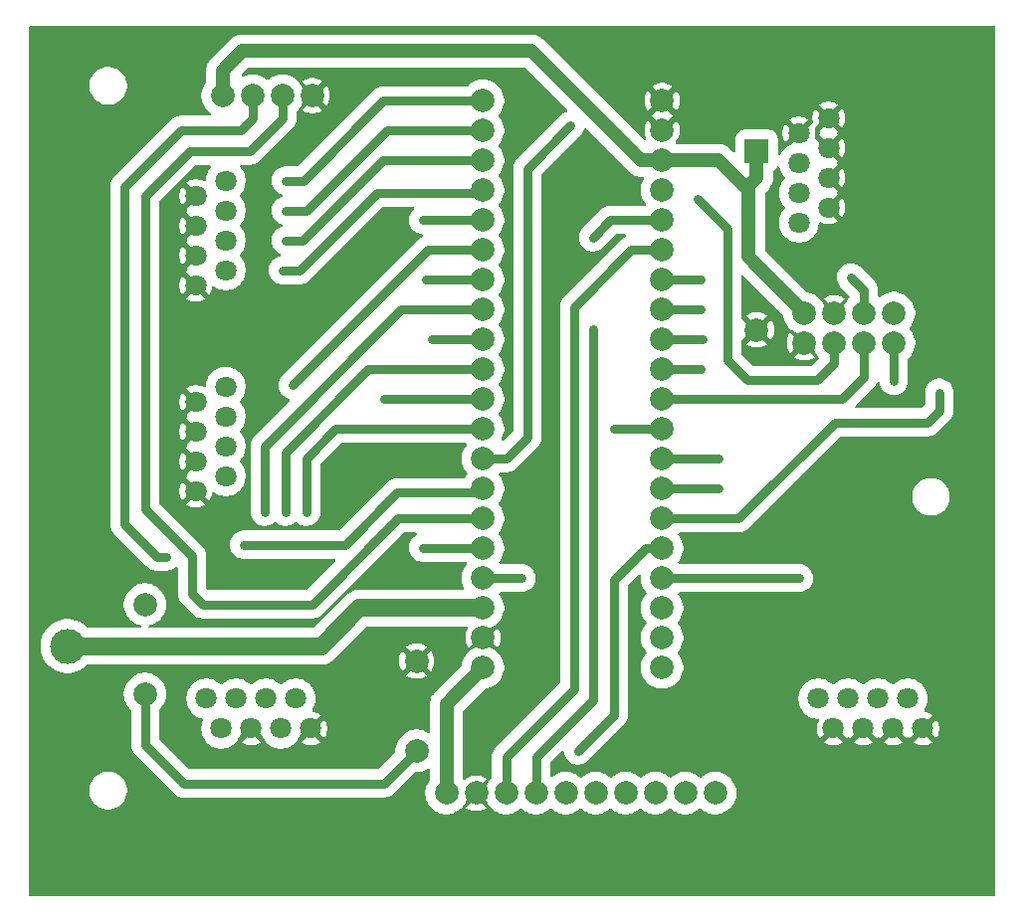
<source format=gbr>
%TF.GenerationSoftware,KiCad,Pcbnew,9.0.1*%
%TF.CreationDate,2025-07-15T16:08:35-03:00*%
%TF.ProjectId,USV_PCB_buque_v1.0,5553565f-5043-4425-9f62-757175655f76,rev?*%
%TF.SameCoordinates,Original*%
%TF.FileFunction,Copper,L1,Top*%
%TF.FilePolarity,Positive*%
%FSLAX46Y46*%
G04 Gerber Fmt 4.6, Leading zero omitted, Abs format (unit mm)*
G04 Created by KiCad (PCBNEW 9.0.1) date 2025-07-15 16:08:35*
%MOMM*%
%LPD*%
G01*
G04 APERTURE LIST*
%TA.AperFunction,ComponentPad*%
%ADD10C,2.000000*%
%TD*%
%TA.AperFunction,ComponentPad*%
%ADD11R,2.000000X2.000000*%
%TD*%
%TA.AperFunction,ComponentPad*%
%ADD12C,3.000000*%
%TD*%
%TA.AperFunction,ComponentPad*%
%ADD13C,1.800000*%
%TD*%
%TA.AperFunction,ViaPad*%
%ADD14C,0.600000*%
%TD*%
%TA.AperFunction,Conductor*%
%ADD15C,0.800000*%
%TD*%
%TA.AperFunction,Conductor*%
%ADD16C,1.200000*%
%TD*%
%TA.AperFunction,Conductor*%
%ADD17C,1.500000*%
%TD*%
G04 APERTURE END LIST*
D10*
%TO.P,U2,1,PB12*%
%TO.N,Net-(LAN1-Brown)*%
X211880946Y-46275000D03*
%TO.P,U2,2,PB13*%
%TO.N,Net-(LAN1-Green)*%
X211880946Y-48815000D03*
%TO.P,U2,3,PB14*%
%TO.N,Net-(LAN1-Blue)*%
X211880946Y-51355000D03*
%TO.P,U2,4,PB15*%
%TO.N,Net-(LAN1-Orange)*%
X211880946Y-53895000D03*
%TO.P,U2,5,PA8*%
%TO.N,Net-(LAN5-Orange)*%
X211880946Y-56435000D03*
%TO.P,U2,6,PA9*%
%TO.N,Net-(LAN5-Blue)*%
X211880946Y-58975000D03*
%TO.P,U2,7,PA10*%
%TO.N,Net-(LAN2-Orange)*%
X211880946Y-61515000D03*
%TO.P,U2,8,PA11*%
%TO.N,Net-(LAN2-Brown)*%
X211880946Y-64055000D03*
%TO.P,U2,9,PA12*%
%TO.N,Net-(LAN2-Brown-w)*%
X211880946Y-66595000D03*
%TO.P,U2,10,PA15*%
%TO.N,Net-(LAN2-Green)*%
X211880946Y-69135000D03*
%TO.P,U2,11,PB3*%
%TO.N,Net-(LAN2-Green-w)*%
X211880946Y-71675000D03*
%TO.P,U2,12,PB4*%
%TO.N,Net-(LAN2-Blue)*%
X211880946Y-74215000D03*
%TO.P,U2,13,PB5*%
%TO.N,Net-(U1-CE)*%
X211880946Y-76755000D03*
%TO.P,U2,14,PB6*%
%TO.N,Net-(GPS1-RX)*%
X211880946Y-79295000D03*
%TO.P,U2,15,PB7*%
%TO.N,Net-(GPS1-TX)*%
X211880946Y-81835000D03*
%TO.P,U2,16,PB8*%
%TO.N,Net-(LAN4-Brown)*%
X211880946Y-84375000D03*
%TO.P,U2,17,PB9*%
%TO.N,Net-(LAN4-Green)*%
X211880946Y-86915000D03*
%TO.P,U2,18,5V*%
%TO.N,+5V*%
X211880946Y-89455000D03*
%TO.P,U2,19,GND*%
%TO.N,GND*%
X211880946Y-91995000D03*
%TO.P,U2,20,3V3*%
%TO.N,+3.3V*%
X211880946Y-94535000D03*
%TO.P,U2,21,VBat*%
%TO.N,unconnected-(U2-VBat-Pad21)*%
X227120946Y-94535000D03*
%TO.P,U2,22,PC13*%
%TO.N,unconnected-(U2-PC13-Pad22)*%
X227120946Y-91995000D03*
%TO.P,U2,23,PC14*%
%TO.N,unconnected-(U2-PC14-Pad23)*%
X227120946Y-89455000D03*
%TO.P,U2,24,PC15*%
%TO.N,Net-(U1-IRQ)*%
X227120946Y-86915000D03*
%TO.P,U2,25,PA0*%
%TO.N,/Vbat_test*%
X227120946Y-84375000D03*
%TO.P,U2,26,PA1*%
%TO.N,Net-(LAN3-Brown)*%
X227120946Y-81835000D03*
%TO.P,U2,27,PA2*%
%TO.N,Net-(LAN4-Blue)*%
X227120946Y-79295000D03*
%TO.P,U2,28,PA3*%
%TO.N,Net-(LAN4-Orange)*%
X227120946Y-76755000D03*
%TO.P,U2,29,PA4*%
%TO.N,Net-(LAN5-Green)*%
X227120946Y-74215000D03*
%TO.P,U2,30,PA5*%
%TO.N,Net-(U1-SCK)*%
X227120946Y-71675000D03*
%TO.P,U2,31,PA6*%
%TO.N,Net-(U1-MISO)*%
X227120946Y-69135000D03*
%TO.P,U2,32,PA7*%
%TO.N,Net-(U1-MOSI)*%
X227120946Y-66595000D03*
%TO.P,U2,33,PB0*%
%TO.N,Net-(LAN3-Green)*%
X227120946Y-64055000D03*
%TO.P,U2,34,PB1*%
%TO.N,Net-(LAN3-Blue)*%
X227120946Y-61515000D03*
%TO.P,U2,35,PB10*%
%TO.N,Net-(IMU1-SCL)*%
X227120946Y-58975000D03*
%TO.P,U2,36,PB11*%
%TO.N,Net-(IMU1-SDA)*%
X227120946Y-56435000D03*
%TO.P,U2,37,RST*%
%TO.N,unconnected-(U2-RST-Pad37)*%
X227120946Y-53895000D03*
%TO.P,U2,38,3V3*%
%TO.N,+3.3V*%
X227120946Y-51355000D03*
%TO.P,U2,39,GND*%
%TO.N,GND*%
X227120946Y-48815000D03*
%TO.P,U2,40,GND*%
X227120946Y-46275000D03*
%TD*%
D11*
%TO.P,C1,1*%
%TO.N,+3.3V*%
X235168000Y-50546000D03*
D10*
%TO.P,C1,2*%
%TO.N,GND*%
X235168000Y-65786000D03*
%TD*%
%TO.P,IMU1,1,Vin*%
%TO.N,+3.3V*%
X208780000Y-105216000D03*
%TO.P,IMU1,2,GND*%
%TO.N,GND*%
X211320000Y-105216000D03*
%TO.P,IMU1,3,SCL*%
%TO.N,Net-(IMU1-SCL)*%
X213860000Y-105216000D03*
%TO.P,IMU1,4,SDA*%
%TO.N,Net-(IMU1-SDA)*%
X216400000Y-105216000D03*
%TO.P,IMU1,5,EDA*%
%TO.N,unconnected-(IMU1-EDA-Pad5)*%
X218940000Y-105216000D03*
%TO.P,IMU1,6,ECL*%
%TO.N,unconnected-(IMU1-ECL-Pad6)*%
X221480000Y-105216000D03*
%TO.P,IMU1,7,ADO*%
%TO.N,unconnected-(IMU1-ADO-Pad7)*%
X224020000Y-105216000D03*
%TO.P,IMU1,8,INT*%
%TO.N,unconnected-(IMU1-INT-Pad8)*%
X226560000Y-105216000D03*
%TO.P,IMU1,9,NCS*%
%TO.N,unconnected-(IMU1-NCS-Pad9)*%
X229100000Y-105216000D03*
%TO.P,IMU1,10,FSYNC*%
%TO.N,unconnected-(IMU1-FSYNC-Pad10)*%
X231640000Y-105216000D03*
%TD*%
%TO.P,R1,1*%
%TO.N,+BATT*%
X183134000Y-89154000D03*
%TO.P,R1,2*%
%TO.N,/Vbat_test*%
X183134000Y-96774000D03*
%TD*%
D12*
%TO.P,J1,1,Pin_1*%
%TO.N,+5V*%
X176530000Y-92710000D03*
%TD*%
D10*
%TO.P,U1,1,GND*%
%TO.N,GND*%
X239231000Y-66891500D03*
%TO.P,U1,2,VCC*%
%TO.N,+3.3V*%
X239231000Y-64351500D03*
%TO.P,U1,3,CE*%
%TO.N,Net-(U1-CE)*%
X241771000Y-66891500D03*
%TO.P,U1,4,~{CSN}*%
%TO.N,GND*%
X241771000Y-64351500D03*
%TO.P,U1,5,SCK*%
%TO.N,Net-(U1-SCK)*%
X244311000Y-66891500D03*
%TO.P,U1,6,MOSI*%
%TO.N,Net-(U1-MOSI)*%
X244311000Y-64351500D03*
%TO.P,U1,7,MISO*%
%TO.N,Net-(U1-MISO)*%
X246851000Y-66891500D03*
%TO.P,U1,8,IRQ*%
%TO.N,Net-(U1-IRQ)*%
X246851000Y-64351500D03*
%TD*%
%TO.P,GPS1,1,GND*%
%TO.N,GND*%
X197358000Y-45847000D03*
%TO.P,GPS1,2,TX*%
%TO.N,Net-(GPS1-TX)*%
X194818000Y-45847000D03*
%TO.P,GPS1,3,RX*%
%TO.N,Net-(GPS1-RX)*%
X192278000Y-45847000D03*
%TO.P,GPS1,4,Vcc*%
%TO.N,+3.3V*%
X189738000Y-45847000D03*
%TD*%
%TO.P,R2,1*%
%TO.N,/Vbat_test*%
X206248000Y-101600000D03*
%TO.P,R2,2*%
%TO.N,GND*%
X206248000Y-93980000D03*
%TD*%
D13*
%TO.P,LAN1,1,Brown*%
%TO.N,Net-(LAN1-Brown)*%
X189992000Y-53086000D03*
%TO.P,LAN1,2,Brown-w*%
%TO.N,GND*%
X187452000Y-54356000D03*
%TO.P,LAN1,3,Green*%
%TO.N,Net-(LAN1-Green)*%
X189992000Y-55626000D03*
%TO.P,LAN1,4,Blue-w*%
%TO.N,GND*%
X187452000Y-56896000D03*
%TO.P,LAN1,5,Blue*%
%TO.N,Net-(LAN1-Blue)*%
X189992000Y-58166000D03*
%TO.P,LAN1,6,Green-w*%
%TO.N,GND*%
X187452000Y-59436000D03*
%TO.P,LAN1,7,Orange*%
%TO.N,Net-(LAN1-Orange)*%
X189992000Y-60706000D03*
%TO.P,LAN1,8,Orange-w*%
%TO.N,GND*%
X187452000Y-61976000D03*
%TD*%
%TO.P,LAN4,1,Brown*%
%TO.N,Net-(LAN4-Brown)*%
X240411000Y-97182000D03*
%TO.P,LAN4,2,Brown-w*%
%TO.N,GND*%
X241681000Y-99722000D03*
%TO.P,LAN4,3,Green*%
%TO.N,Net-(LAN4-Green)*%
X242951000Y-97182000D03*
%TO.P,LAN4,4,Blue-w*%
%TO.N,GND*%
X244221000Y-99722000D03*
%TO.P,LAN4,5,Blue*%
%TO.N,Net-(LAN4-Blue)*%
X245491000Y-97182000D03*
%TO.P,LAN4,6,Green-w*%
%TO.N,GND*%
X246761000Y-99722000D03*
%TO.P,LAN4,7,Orange*%
%TO.N,Net-(LAN4-Orange)*%
X248031000Y-97182000D03*
%TO.P,LAN4,8,Orange-w*%
%TO.N,GND*%
X249301000Y-99722000D03*
%TD*%
%TO.P,LAN5,1,Brown*%
%TO.N,+BATT*%
X189992000Y-70612000D03*
%TO.P,LAN5,2,Brown-w*%
%TO.N,GND*%
X187452000Y-71882000D03*
%TO.P,LAN5,3,Green*%
%TO.N,Net-(LAN5-Green)*%
X189992000Y-73152000D03*
%TO.P,LAN5,4,Blue-w*%
%TO.N,GND*%
X187452000Y-74422000D03*
%TO.P,LAN5,5,Blue*%
%TO.N,Net-(LAN5-Blue)*%
X189992000Y-75692000D03*
%TO.P,LAN5,6,Green-w*%
%TO.N,GND*%
X187452000Y-76962000D03*
%TO.P,LAN5,7,Orange*%
%TO.N,Net-(LAN5-Orange)*%
X189992000Y-78232000D03*
%TO.P,LAN5,8,Orange-w*%
%TO.N,GND*%
X187452000Y-79502000D03*
%TD*%
%TO.P,LAN3,1,Brown*%
%TO.N,Net-(LAN3-Brown)*%
X238760000Y-56642000D03*
%TO.P,LAN3,2,Brown-w*%
%TO.N,GND*%
X241300000Y-55372000D03*
%TO.P,LAN3,3,Green*%
%TO.N,Net-(LAN3-Green)*%
X238760000Y-54102000D03*
%TO.P,LAN3,4,Blue-w*%
%TO.N,GND*%
X241300000Y-52832000D03*
%TO.P,LAN3,5,Blue*%
%TO.N,Net-(LAN3-Blue)*%
X238760000Y-51562000D03*
%TO.P,LAN3,6,Green-w*%
%TO.N,GND*%
X241300000Y-50292000D03*
%TO.P,LAN3,7,Orange*%
X238760000Y-49022000D03*
%TO.P,LAN3,8,Orange-w*%
X241300000Y-47752000D03*
%TD*%
%TO.P,LAN2,1,Brown*%
%TO.N,Net-(LAN2-Brown)*%
X188341000Y-97182000D03*
%TO.P,LAN2,2,Brown-w*%
%TO.N,Net-(LAN2-Brown-w)*%
X189611000Y-99722000D03*
%TO.P,LAN2,3,Green*%
%TO.N,Net-(LAN2-Green)*%
X190881000Y-97182000D03*
%TO.P,LAN2,4,Blue-w*%
%TO.N,GND*%
X192151000Y-99722000D03*
%TO.P,LAN2,5,Blue*%
%TO.N,Net-(LAN2-Blue)*%
X193421000Y-97182000D03*
%TO.P,LAN2,6,Green-w*%
%TO.N,Net-(LAN2-Green-w)*%
X194691000Y-99722000D03*
%TO.P,LAN2,7,Orange*%
%TO.N,Net-(LAN2-Orange)*%
X195961000Y-97182000D03*
%TO.P,LAN2,8,Orange-w*%
%TO.N,GND*%
X197231000Y-99722000D03*
%TD*%
D14*
%TO.N,Net-(U1-MISO)*%
X230378000Y-69135000D03*
X246851000Y-70141000D03*
%TO.N,Net-(U1-MOSI)*%
X230585000Y-66595000D03*
X243175210Y-61311210D03*
%TO.N,Net-(IMU1-SDA)*%
X221234000Y-65711889D03*
X221234000Y-57912000D03*
%TO.N,Net-(GPS1-RX)*%
X191516000Y-84074000D03*
X184912000Y-85090000D03*
%TO.N,/Vbat_test*%
X219964000Y-101600000D03*
%TO.N,Net-(U1-IRQ)*%
X238760000Y-86915000D03*
%TO.N,Net-(U1-CE)*%
X219329000Y-48387000D03*
X230124000Y-54610000D03*
%TO.N,Net-(LAN3-Blue)*%
X230378000Y-61468000D03*
%TO.N,Net-(LAN3-Green)*%
X230378000Y-64008000D03*
%TO.N,Net-(LAN3-Brown)*%
X250698000Y-71120000D03*
%TO.N,Net-(LAN4-Green)*%
X215138000Y-86915000D03*
%TO.N,Net-(LAN4-Brown)*%
X206756000Y-84328000D03*
%TO.N,Net-(LAN4-Orange)*%
X231902000Y-76755000D03*
%TO.N,Net-(LAN4-Blue)*%
X231902000Y-79295000D03*
%TO.N,Net-(LAN5-Blue)*%
X195707000Y-70485000D03*
%TO.N,Net-(LAN5-Green)*%
X223012000Y-74168000D03*
%TO.N,Net-(LAN5-Orange)*%
X206803000Y-56435000D03*
%TO.N,Net-(LAN1-Orange)*%
X194818000Y-60706000D03*
%TO.N,Net-(LAN1-Green)*%
X195072000Y-55626000D03*
%TO.N,Net-(LAN1-Brown)*%
X195072000Y-53086000D03*
%TO.N,Net-(LAN1-Blue)*%
X195072000Y-58166000D03*
%TO.N,Net-(LAN2-Blue)*%
X196850000Y-81280000D03*
%TO.N,Net-(LAN2-Brown-w)*%
X207518000Y-66595000D03*
%TO.N,Net-(LAN2-Green)*%
X195072000Y-81280000D03*
%TO.N,Net-(LAN2-Orange)*%
X207010000Y-61468000D03*
%TO.N,Net-(LAN2-Brown)*%
X193294000Y-81280000D03*
%TO.N,Net-(LAN2-Green-w)*%
X203454000Y-71628000D03*
%TD*%
D15*
%TO.N,Net-(U1-MISO)*%
X246851000Y-66891500D02*
X246851000Y-67252053D01*
X230378000Y-69135000D02*
X227120946Y-69135000D01*
X246851000Y-70141000D02*
X246851000Y-66891500D01*
D16*
%TO.N,+3.3V*%
X234465000Y-53918000D02*
X234465000Y-59585500D01*
X225345000Y-51355000D02*
X227120946Y-51355000D01*
X234465000Y-53571000D02*
X235168000Y-52868000D01*
X189738000Y-45847000D02*
X189738000Y-43688000D01*
X227120946Y-51355000D02*
X231902000Y-51355000D01*
X216035000Y-42045000D02*
X225345000Y-51355000D01*
X235168000Y-52868000D02*
X235168000Y-50546000D01*
X191381000Y-42045000D02*
X216035000Y-42045000D01*
X234465000Y-59585500D02*
X239231000Y-64351500D01*
X211880946Y-94535000D02*
X208780000Y-97635946D01*
X208780000Y-97635946D02*
X208780000Y-105216000D01*
X231902000Y-51355000D02*
X234465000Y-53918000D01*
X189738000Y-43688000D02*
X191381000Y-42045000D01*
X234465000Y-53918000D02*
X234465000Y-53571000D01*
D15*
%TO.N,Net-(U1-MOSI)*%
X243175210Y-61311210D02*
X244311000Y-62447000D01*
X230585000Y-66595000D02*
X227120946Y-66595000D01*
X244311000Y-62447000D02*
X244311000Y-64351500D01*
%TO.N,Net-(U1-SCK)*%
X242449000Y-71675000D02*
X244311000Y-69813000D01*
X227120946Y-71675000D02*
X242449000Y-71675000D01*
X244311000Y-69813000D02*
X244311000Y-66891500D01*
X227459946Y-72014000D02*
X227120946Y-71675000D01*
%TO.N,Net-(IMU1-SCL)*%
X224489000Y-58975000D02*
X219633000Y-63831000D01*
X219633000Y-96343000D02*
X213860000Y-102116000D01*
X213860000Y-102116000D02*
X213860000Y-105216000D01*
X227120946Y-58975000D02*
X224489000Y-58975000D01*
X219633000Y-63831000D02*
X219633000Y-96343000D01*
X227354631Y-59314000D02*
X227693631Y-58975000D01*
%TO.N,Net-(IMU1-SDA)*%
X216400000Y-102116000D02*
X216400000Y-105216000D01*
X216400000Y-105216000D02*
X216408000Y-105208000D01*
X222711000Y-56435000D02*
X227120946Y-56435000D01*
X221234000Y-57912000D02*
X222711000Y-56435000D01*
X221234000Y-65711889D02*
X221234000Y-97282000D01*
X221234000Y-97282000D02*
X216400000Y-102116000D01*
%TO.N,Net-(GPS1-RX)*%
X200173844Y-84074000D02*
X204613844Y-79634000D01*
X204613844Y-79634000D02*
X211541946Y-79634000D01*
X184150000Y-85090000D02*
X181356000Y-82296000D01*
X211800946Y-79375000D02*
X211880946Y-79295000D01*
X186182000Y-48768000D02*
X191262000Y-48768000D01*
X192278000Y-47752000D02*
X192278000Y-45847000D01*
X181356000Y-82296000D02*
X181356000Y-53594000D01*
X181356000Y-53594000D02*
X186182000Y-48768000D01*
X184912000Y-85090000D02*
X184150000Y-85090000D01*
X191262000Y-48768000D02*
X192278000Y-47752000D01*
X191516000Y-84074000D02*
X200173844Y-84074000D01*
X211541946Y-79634000D02*
X211880946Y-79295000D01*
%TO.N,Net-(GPS1-TX)*%
X194818000Y-45847000D02*
X194818000Y-47752000D01*
X192024000Y-50546000D02*
X186944000Y-50546000D01*
X197358000Y-89154000D02*
X204677000Y-81835000D01*
X204677000Y-81835000D02*
X211880946Y-81835000D01*
X188058844Y-89154000D02*
X197358000Y-89154000D01*
X183134000Y-54356000D02*
X183134000Y-81026000D01*
X194818000Y-47752000D02*
X192024000Y-50546000D01*
X186944000Y-50546000D02*
X183134000Y-54356000D01*
X183134000Y-81026000D02*
X187121000Y-85013000D01*
X187121000Y-85013000D02*
X187121000Y-88216156D01*
X210678865Y-81835000D02*
X211880946Y-81835000D01*
X187121000Y-88216156D02*
X188058844Y-89154000D01*
D17*
%TO.N,+5V*%
X198120000Y-92710000D02*
X176530000Y-92710000D01*
X211880946Y-89455000D02*
X201375000Y-89455000D01*
X201375000Y-89455000D02*
X198120000Y-92710000D01*
D15*
%TO.N,/Vbat_test*%
X223012000Y-87069733D02*
X225706733Y-84375000D01*
X183134000Y-101092000D02*
X186436000Y-104394000D01*
X203454000Y-104394000D02*
X206248000Y-101600000D01*
X227459946Y-84036000D02*
X227120946Y-84375000D01*
X225706733Y-84375000D02*
X227120946Y-84375000D01*
X186436000Y-104394000D02*
X203454000Y-104394000D01*
X219964000Y-101600000D02*
X223012000Y-98552000D01*
X223012000Y-98552000D02*
X223012000Y-87069733D01*
X183134000Y-96774000D02*
X183134000Y-101092000D01*
%TO.N,Net-(U1-IRQ)*%
X238760000Y-86915000D02*
X227120946Y-86915000D01*
%TO.N,Net-(U1-CE)*%
X211927946Y-76708000D02*
X211880946Y-76755000D01*
X234412000Y-70074000D02*
X240314000Y-70074000D01*
X213868000Y-76708000D02*
X211927946Y-76708000D01*
X241771000Y-68617000D02*
X241771000Y-66891500D01*
X232664000Y-57150000D02*
X232664000Y-68326000D01*
X232664000Y-68326000D02*
X234412000Y-70074000D01*
X215646000Y-74930000D02*
X213868000Y-76708000D01*
X230124000Y-54610000D02*
X232664000Y-57150000D01*
X240314000Y-70074000D02*
X241771000Y-68617000D01*
X215646000Y-52070000D02*
X215646000Y-74930000D01*
X219329000Y-48387000D02*
X215646000Y-52070000D01*
%TO.N,Net-(LAN3-Blue)*%
X230331000Y-61515000D02*
X230378000Y-61468000D01*
X227120946Y-61515000D02*
X230331000Y-61515000D01*
%TO.N,Net-(LAN3-Green)*%
X227120946Y-64055000D02*
X230331000Y-64055000D01*
X230331000Y-64055000D02*
X230378000Y-64008000D01*
%TO.N,Net-(LAN3-Brown)*%
X233633000Y-81835000D02*
X227120946Y-81835000D01*
X249691897Y-73660000D02*
X241808000Y-73660000D01*
X250698000Y-71120000D02*
X250698000Y-72653897D01*
X250698000Y-72653897D02*
X249691897Y-73660000D01*
X241808000Y-73660000D02*
X233633000Y-81835000D01*
%TO.N,Net-(LAN4-Green)*%
X215138000Y-86915000D02*
X211880946Y-86915000D01*
%TO.N,Net-(LAN4-Brown)*%
X211833946Y-84328000D02*
X211880946Y-84375000D01*
X206756000Y-84328000D02*
X211833946Y-84328000D01*
%TO.N,Net-(LAN4-Orange)*%
X231902000Y-76755000D02*
X227120946Y-76755000D01*
%TO.N,Net-(LAN4-Blue)*%
X231902000Y-79295000D02*
X227120946Y-79295000D01*
%TO.N,Net-(LAN5-Blue)*%
X207217000Y-58975000D02*
X211880946Y-58975000D01*
X195707000Y-70485000D02*
X207217000Y-58975000D01*
%TO.N,Net-(LAN5-Green)*%
X227073946Y-74168000D02*
X227120946Y-74215000D01*
X223012000Y-74168000D02*
X227073946Y-74168000D01*
%TO.N,Net-(LAN5-Orange)*%
X206803000Y-56435000D02*
X211880946Y-56435000D01*
%TO.N,Net-(LAN1-Orange)*%
X211673946Y-54102000D02*
X211880946Y-53895000D01*
X202902312Y-54102000D02*
X211673946Y-54102000D01*
X196298312Y-60706000D02*
X202902312Y-54102000D01*
X194818000Y-60706000D02*
X196298312Y-60706000D01*
%TO.N,Net-(LAN1-Green)*%
X203708000Y-48768000D02*
X211833946Y-48768000D01*
X211833946Y-48768000D02*
X211880946Y-48815000D01*
X196850000Y-55626000D02*
X203708000Y-48768000D01*
X195072000Y-55626000D02*
X196850000Y-55626000D01*
%TO.N,Net-(LAN1-Brown)*%
X203407000Y-46275000D02*
X211880946Y-46275000D01*
X196596000Y-53086000D02*
X203407000Y-46275000D01*
X195072000Y-53086000D02*
X196596000Y-53086000D01*
%TO.N,Net-(LAN1-Blue)*%
X203432156Y-51308000D02*
X211833946Y-51308000D01*
X211833946Y-51308000D02*
X211880946Y-51355000D01*
X195072000Y-58166000D02*
X196574156Y-58166000D01*
X196574156Y-58166000D02*
X203432156Y-51308000D01*
%TO.N,Net-(LAN2-Blue)*%
X196850000Y-76708000D02*
X199343000Y-74215000D01*
X196850000Y-81280000D02*
X196850000Y-76708000D01*
X199343000Y-74215000D02*
X211880946Y-74215000D01*
%TO.N,Net-(LAN2-Brown-w)*%
X207518000Y-66595000D02*
X211880946Y-66595000D01*
%TO.N,Net-(LAN2-Green)*%
X202137000Y-69135000D02*
X211880946Y-69135000D01*
X195072000Y-81280000D02*
X195072000Y-76200000D01*
X195072000Y-76200000D02*
X202137000Y-69135000D01*
%TO.N,Net-(LAN2-Orange)*%
X207010000Y-61468000D02*
X211833946Y-61468000D01*
X211833946Y-61468000D02*
X211880946Y-61515000D01*
%TO.N,Net-(LAN2-Brown)*%
X193294000Y-81280000D02*
X193294000Y-75692000D01*
X193294000Y-75692000D02*
X204931000Y-64055000D01*
X204931000Y-64055000D02*
X211880946Y-64055000D01*
%TO.N,Net-(LAN2-Green-w)*%
X211833946Y-71628000D02*
X211880946Y-71675000D01*
X203454000Y-71628000D02*
X211833946Y-71628000D01*
%TD*%
%TA.AperFunction,Conductor*%
%TO.N,GND*%
G36*
X220653599Y-48653580D02*
G01*
X220686569Y-48677176D01*
X224432636Y-52423243D01*
X224432641Y-52423247D01*
X224580875Y-52530944D01*
X224610978Y-52552815D01*
X224726916Y-52611889D01*
X224807393Y-52652895D01*
X224807396Y-52652896D01*
X224883448Y-52677606D01*
X225017049Y-52721015D01*
X225234778Y-52755500D01*
X225455221Y-52755500D01*
X225485025Y-52755500D01*
X225552064Y-52775185D01*
X225597819Y-52827989D01*
X225607763Y-52897147D01*
X225592412Y-52941500D01*
X225502665Y-53096943D01*
X225502660Y-53096954D01*
X225412340Y-53315006D01*
X225351252Y-53542989D01*
X225320447Y-53776979D01*
X225320446Y-53776995D01*
X225320446Y-54013004D01*
X225320447Y-54013020D01*
X225351252Y-54247010D01*
X225412340Y-54474993D01*
X225502660Y-54693045D01*
X225502665Y-54693056D01*
X225546944Y-54769748D01*
X225620673Y-54897450D01*
X225620675Y-54897453D01*
X225620676Y-54897454D01*
X225726229Y-55035014D01*
X225751423Y-55100183D01*
X225737385Y-55168628D01*
X225688571Y-55218617D01*
X225627853Y-55234500D01*
X222616514Y-55234500D01*
X222429881Y-55264059D01*
X222250163Y-55322454D01*
X222081800Y-55408240D01*
X221928923Y-55519312D01*
X220318312Y-57129923D01*
X220207240Y-57282800D01*
X220121454Y-57451163D01*
X220063059Y-57630881D01*
X220033500Y-57817513D01*
X220033500Y-58006486D01*
X220063059Y-58193118D01*
X220121454Y-58372836D01*
X220159303Y-58447118D01*
X220207240Y-58541199D01*
X220318310Y-58694074D01*
X220451926Y-58827690D01*
X220604801Y-58938760D01*
X220684347Y-58979290D01*
X220773163Y-59024545D01*
X220773165Y-59024545D01*
X220773168Y-59024547D01*
X220869497Y-59055846D01*
X220952881Y-59082940D01*
X221139514Y-59112500D01*
X221139519Y-59112500D01*
X221328486Y-59112500D01*
X221515118Y-59082940D01*
X221575689Y-59063259D01*
X221694832Y-59024547D01*
X221863199Y-58938760D01*
X222016074Y-58827690D01*
X223171945Y-57671819D01*
X223233268Y-57638334D01*
X223259626Y-57635500D01*
X223957090Y-57635500D01*
X224024129Y-57655185D01*
X224069884Y-57707989D01*
X224079828Y-57777147D01*
X224050803Y-57840703D01*
X224013385Y-57869985D01*
X223859800Y-57948240D01*
X223706923Y-58059312D01*
X218717312Y-63048923D01*
X218606240Y-63201800D01*
X218520454Y-63370163D01*
X218462059Y-63549881D01*
X218432500Y-63736513D01*
X218432500Y-95794374D01*
X218412815Y-95861413D01*
X218396181Y-95882055D01*
X212944312Y-101333923D01*
X212944312Y-101333924D01*
X212944310Y-101333926D01*
X212901098Y-101393402D01*
X212836735Y-101481990D01*
X212833243Y-101486794D01*
X212747454Y-101655163D01*
X212689059Y-101834881D01*
X212659500Y-102021513D01*
X212659500Y-103818846D01*
X212639815Y-103885885D01*
X212623181Y-103906527D01*
X212503412Y-104026295D01*
X212503406Y-104026302D01*
X212359730Y-104213545D01*
X212241719Y-104417943D01*
X212241714Y-104417954D01*
X212151392Y-104636010D01*
X212151392Y-104636012D01*
X212122601Y-104743458D01*
X212090508Y-104799044D01*
X211720000Y-105169552D01*
X211720000Y-105163339D01*
X211692741Y-105061606D01*
X211640080Y-104970394D01*
X211565606Y-104895920D01*
X211474394Y-104843259D01*
X211372661Y-104816000D01*
X211366446Y-104816000D01*
X212189105Y-103993340D01*
X212189104Y-103993338D01*
X212106174Y-103933087D01*
X211895802Y-103825897D01*
X211671247Y-103752934D01*
X211671248Y-103752934D01*
X211438052Y-103716000D01*
X211201948Y-103716000D01*
X210968752Y-103752934D01*
X210744197Y-103825897D01*
X210533825Y-103933087D01*
X210377385Y-104046747D01*
X210311579Y-104070227D01*
X210243525Y-104054401D01*
X210194830Y-104004296D01*
X210180500Y-103946429D01*
X210180500Y-98267413D01*
X210200185Y-98200374D01*
X210216814Y-98179737D01*
X212040702Y-96355848D01*
X212102025Y-96322364D01*
X212112196Y-96320591D01*
X212232960Y-96304693D01*
X212460939Y-96243606D01*
X212678995Y-96153284D01*
X212883396Y-96035273D01*
X213070645Y-95891592D01*
X213237538Y-95724699D01*
X213381219Y-95537450D01*
X213499230Y-95333049D01*
X213589552Y-95114993D01*
X213650639Y-94887014D01*
X213681446Y-94653011D01*
X213681446Y-94416989D01*
X213650639Y-94182986D01*
X213589552Y-93955007D01*
X213499230Y-93736951D01*
X213499228Y-93736948D01*
X213499226Y-93736943D01*
X213408614Y-93580000D01*
X213381219Y-93532550D01*
X213318688Y-93451058D01*
X213237539Y-93345302D01*
X213237533Y-93345295D01*
X213070650Y-93178412D01*
X213070643Y-93178406D01*
X212883400Y-93034730D01*
X212883399Y-93034729D01*
X212883396Y-93034727D01*
X212801903Y-92987677D01*
X212679002Y-92916719D01*
X212678991Y-92916714D01*
X212460939Y-92826394D01*
X212353487Y-92797602D01*
X212297900Y-92765508D01*
X211927393Y-92395000D01*
X211933607Y-92395000D01*
X212035340Y-92367741D01*
X212126552Y-92315080D01*
X212201026Y-92240606D01*
X212253687Y-92149394D01*
X212280946Y-92047661D01*
X212280946Y-92041446D01*
X213103604Y-92864105D01*
X213103604Y-92864104D01*
X213163860Y-92781169D01*
X213163864Y-92781163D01*
X213271048Y-92570802D01*
X213344011Y-92346247D01*
X213380946Y-92113052D01*
X213380946Y-91876947D01*
X213344011Y-91643752D01*
X213271048Y-91419197D01*
X213163860Y-91208828D01*
X213103604Y-91125894D01*
X213103604Y-91125893D01*
X212280946Y-91948552D01*
X212280946Y-91942339D01*
X212253687Y-91840606D01*
X212201026Y-91749394D01*
X212126552Y-91674920D01*
X212035340Y-91622259D01*
X211933607Y-91595000D01*
X211927391Y-91595000D01*
X212297900Y-91224490D01*
X212353483Y-91192398D01*
X212460939Y-91163606D01*
X212678995Y-91073284D01*
X212883396Y-90955273D01*
X213070645Y-90811592D01*
X213237538Y-90644699D01*
X213381219Y-90457450D01*
X213499230Y-90253049D01*
X213589552Y-90034993D01*
X213650639Y-89807014D01*
X213681446Y-89573011D01*
X213681446Y-89336989D01*
X213650639Y-89102986D01*
X213589552Y-88875007D01*
X213499230Y-88656951D01*
X213499228Y-88656948D01*
X213499226Y-88656943D01*
X213407040Y-88497274D01*
X213381219Y-88452550D01*
X213351381Y-88413664D01*
X213275663Y-88314986D01*
X213250469Y-88249817D01*
X213264507Y-88181372D01*
X213313321Y-88131383D01*
X213374039Y-88115500D01*
X215232486Y-88115500D01*
X215419118Y-88085940D01*
X215598832Y-88027547D01*
X215767199Y-87941760D01*
X215920073Y-87830690D01*
X216053690Y-87697073D01*
X216164760Y-87544199D01*
X216250547Y-87375832D01*
X216308940Y-87196118D01*
X216338500Y-87009486D01*
X216338500Y-86820513D01*
X216308940Y-86633881D01*
X216250545Y-86454163D01*
X216205290Y-86365347D01*
X216164760Y-86285801D01*
X216053690Y-86132927D01*
X215920073Y-85999310D01*
X215767199Y-85888240D01*
X215598836Y-85802454D01*
X215419118Y-85744059D01*
X215232486Y-85714500D01*
X215232481Y-85714500D01*
X213374039Y-85714500D01*
X213307000Y-85694815D01*
X213261245Y-85642011D01*
X213251301Y-85572853D01*
X213275663Y-85515014D01*
X213332803Y-85440547D01*
X213381219Y-85377450D01*
X213499230Y-85173049D01*
X213589552Y-84954993D01*
X213650639Y-84727014D01*
X213681446Y-84493011D01*
X213681446Y-84256989D01*
X213650639Y-84022986D01*
X213589552Y-83795007D01*
X213499230Y-83576951D01*
X213499228Y-83576948D01*
X213499226Y-83576943D01*
X213422933Y-83444801D01*
X213381219Y-83372550D01*
X213302518Y-83269985D01*
X213235067Y-83182080D01*
X213236232Y-83181185D01*
X213209415Y-83123381D01*
X213218944Y-83054165D01*
X213235565Y-83028302D01*
X213235067Y-83027920D01*
X213313887Y-82925199D01*
X213381219Y-82837450D01*
X213499230Y-82633049D01*
X213589552Y-82414993D01*
X213650639Y-82187014D01*
X213681446Y-81953011D01*
X213681446Y-81716989D01*
X213650639Y-81482986D01*
X213589552Y-81255007D01*
X213499230Y-81036951D01*
X213499228Y-81036948D01*
X213499226Y-81036943D01*
X213457064Y-80963918D01*
X213381219Y-80832550D01*
X213348051Y-80789325D01*
X213235067Y-80642080D01*
X213236232Y-80641185D01*
X213209415Y-80583381D01*
X213218944Y-80514165D01*
X213235565Y-80488302D01*
X213235067Y-80487920D01*
X213362565Y-80321760D01*
X213381219Y-80297450D01*
X213499230Y-80093049D01*
X213589552Y-79874993D01*
X213650639Y-79647014D01*
X213681446Y-79413011D01*
X213681446Y-79176989D01*
X213650639Y-78942986D01*
X213589552Y-78715007D01*
X213499230Y-78496951D01*
X213499228Y-78496948D01*
X213499226Y-78496943D01*
X213454638Y-78419716D01*
X213381219Y-78292550D01*
X213353652Y-78256624D01*
X213239599Y-78107986D01*
X213214405Y-78042817D01*
X213228443Y-77974372D01*
X213277258Y-77924383D01*
X213337975Y-77908500D01*
X213962486Y-77908500D01*
X214149118Y-77878940D01*
X214328832Y-77820547D01*
X214497199Y-77734760D01*
X214650074Y-77623690D01*
X216561690Y-75712073D01*
X216672760Y-75559199D01*
X216758547Y-75390832D01*
X216816940Y-75211118D01*
X216818774Y-75199536D01*
X216846500Y-75024486D01*
X216846500Y-52618625D01*
X216866185Y-52551586D01*
X216882819Y-52530944D01*
X218546260Y-50867503D01*
X220244690Y-49169073D01*
X220355760Y-49016199D01*
X220441547Y-48847832D01*
X220480958Y-48726536D01*
X220520394Y-48668864D01*
X220584753Y-48641665D01*
X220653599Y-48653580D01*
G37*
%TD.AperFunction*%
%TA.AperFunction,Conductor*%
G36*
X215470571Y-43465185D02*
G01*
X215491213Y-43481819D01*
X219038823Y-47029430D01*
X219072308Y-47090753D01*
X219067324Y-47160445D01*
X219025452Y-47216378D01*
X218989461Y-47235042D01*
X218868163Y-47274454D01*
X218699800Y-47360240D01*
X218647215Y-47398446D01*
X218546927Y-47471310D01*
X218546925Y-47471312D01*
X218546924Y-47471312D01*
X214730312Y-51287923D01*
X214730307Y-51287929D01*
X214647081Y-51402481D01*
X214647080Y-51402482D01*
X214619242Y-51440796D01*
X214533454Y-51609163D01*
X214475059Y-51788881D01*
X214445500Y-51975513D01*
X214445500Y-74381374D01*
X214425815Y-74448413D01*
X214409181Y-74469055D01*
X213665328Y-75212907D01*
X213604005Y-75246392D01*
X213534313Y-75241408D01*
X213478380Y-75199536D01*
X213453963Y-75134072D01*
X213468815Y-75065799D01*
X213470261Y-75063225D01*
X213499224Y-75013060D01*
X213499225Y-75013056D01*
X213499230Y-75013049D01*
X213589552Y-74794993D01*
X213650639Y-74567014D01*
X213681446Y-74333011D01*
X213681446Y-74096989D01*
X213650639Y-73862986D01*
X213589552Y-73635007D01*
X213499230Y-73416951D01*
X213499228Y-73416948D01*
X213499226Y-73416943D01*
X213457064Y-73343918D01*
X213381219Y-73212550D01*
X213306288Y-73114898D01*
X213235067Y-73022080D01*
X213236232Y-73021185D01*
X213209415Y-72963381D01*
X213218944Y-72894165D01*
X213235565Y-72868302D01*
X213235067Y-72867920D01*
X213332803Y-72740547D01*
X213381219Y-72677450D01*
X213499230Y-72473049D01*
X213589552Y-72254993D01*
X213650639Y-72027014D01*
X213681446Y-71793011D01*
X213681446Y-71556989D01*
X213650639Y-71322986D01*
X213589552Y-71095007D01*
X213499230Y-70876951D01*
X213499228Y-70876948D01*
X213499226Y-70876943D01*
X213457064Y-70803918D01*
X213381219Y-70672550D01*
X213326501Y-70601240D01*
X213235067Y-70482080D01*
X213236232Y-70481185D01*
X213209415Y-70423381D01*
X213218944Y-70354165D01*
X213235565Y-70328302D01*
X213235067Y-70327920D01*
X213305997Y-70235481D01*
X213381219Y-70137450D01*
X213499230Y-69933049D01*
X213589552Y-69714993D01*
X213650639Y-69487014D01*
X213681446Y-69253011D01*
X213681446Y-69016989D01*
X213650639Y-68782986D01*
X213589552Y-68555007D01*
X213499230Y-68336951D01*
X213499228Y-68336948D01*
X213499226Y-68336943D01*
X213433657Y-68223375D01*
X213381219Y-68132550D01*
X213341814Y-68081196D01*
X213235067Y-67942080D01*
X213236232Y-67941185D01*
X213209415Y-67883381D01*
X213218944Y-67814165D01*
X213235565Y-67788302D01*
X213235067Y-67787920D01*
X213302518Y-67700015D01*
X213381219Y-67597450D01*
X213499230Y-67393049D01*
X213589552Y-67174993D01*
X213650639Y-66947014D01*
X213681446Y-66713011D01*
X213681446Y-66476989D01*
X213650639Y-66242986D01*
X213589552Y-66015007D01*
X213499230Y-65796951D01*
X213499228Y-65796948D01*
X213499226Y-65796943D01*
X213424749Y-65667947D01*
X213381219Y-65592550D01*
X213302518Y-65489985D01*
X213235067Y-65402080D01*
X213236232Y-65401185D01*
X213209415Y-65343381D01*
X213218944Y-65274165D01*
X213235565Y-65248302D01*
X213235067Y-65247920D01*
X213296739Y-65167546D01*
X213381219Y-65057450D01*
X213499230Y-64853049D01*
X213589552Y-64634993D01*
X213650639Y-64407014D01*
X213681446Y-64173011D01*
X213681446Y-63936989D01*
X213650639Y-63702986D01*
X213589552Y-63475007D01*
X213499230Y-63256951D01*
X213499228Y-63256948D01*
X213499226Y-63256943D01*
X213444296Y-63161803D01*
X213381219Y-63052550D01*
X213278837Y-62919123D01*
X213235067Y-62862080D01*
X213236232Y-62861185D01*
X213209415Y-62803381D01*
X213218944Y-62734165D01*
X213235565Y-62708302D01*
X213235067Y-62707920D01*
X213332803Y-62580547D01*
X213381219Y-62517450D01*
X213499230Y-62313049D01*
X213589552Y-62094993D01*
X213650639Y-61867014D01*
X213681446Y-61633011D01*
X213681446Y-61396989D01*
X213650639Y-61162986D01*
X213589552Y-60935007D01*
X213499230Y-60716951D01*
X213499228Y-60716948D01*
X213499226Y-60716943D01*
X213428561Y-60594549D01*
X213381219Y-60512550D01*
X213313948Y-60424881D01*
X213235067Y-60322080D01*
X213236232Y-60321185D01*
X213209415Y-60263381D01*
X213218944Y-60194165D01*
X213235565Y-60168302D01*
X213235067Y-60167920D01*
X213304985Y-60076800D01*
X213381219Y-59977450D01*
X213499230Y-59773049D01*
X213589552Y-59554993D01*
X213650639Y-59327014D01*
X213681446Y-59093011D01*
X213681446Y-58856989D01*
X213650639Y-58622986D01*
X213589552Y-58395007D01*
X213499230Y-58176951D01*
X213499228Y-58176948D01*
X213499226Y-58176943D01*
X213431100Y-58058947D01*
X213381219Y-57972550D01*
X213296739Y-57862453D01*
X213235067Y-57782080D01*
X213236232Y-57781185D01*
X213209415Y-57723381D01*
X213218944Y-57654165D01*
X213235565Y-57628302D01*
X213235067Y-57627920D01*
X213362565Y-57461760D01*
X213381219Y-57437450D01*
X213499230Y-57233049D01*
X213589552Y-57014993D01*
X213650639Y-56787014D01*
X213681446Y-56553011D01*
X213681446Y-56316989D01*
X213650639Y-56082986D01*
X213589552Y-55855007D01*
X213499230Y-55636951D01*
X213499228Y-55636948D01*
X213499226Y-55636943D01*
X213430771Y-55518377D01*
X213381219Y-55432550D01*
X213309297Y-55338819D01*
X213235067Y-55242080D01*
X213236232Y-55241185D01*
X213209415Y-55183381D01*
X213218944Y-55114165D01*
X213235565Y-55088302D01*
X213235067Y-55087920D01*
X213375713Y-54904625D01*
X213381219Y-54897450D01*
X213499230Y-54693049D01*
X213589552Y-54474993D01*
X213650639Y-54247014D01*
X213681446Y-54013011D01*
X213681446Y-53776989D01*
X213650639Y-53542986D01*
X213589552Y-53315007D01*
X213499230Y-53096951D01*
X213499228Y-53096948D01*
X213499226Y-53096943D01*
X213430771Y-52978377D01*
X213381219Y-52892550D01*
X213313948Y-52804881D01*
X213235067Y-52702080D01*
X213236232Y-52701185D01*
X213209415Y-52643381D01*
X213218944Y-52574165D01*
X213235565Y-52548302D01*
X213235067Y-52547920D01*
X213330735Y-52423242D01*
X213381219Y-52357450D01*
X213499230Y-52153049D01*
X213589552Y-51934993D01*
X213650639Y-51707014D01*
X213681446Y-51473011D01*
X213681446Y-51236989D01*
X213650639Y-51002986D01*
X213589552Y-50775007D01*
X213499230Y-50556951D01*
X213499228Y-50556948D01*
X213499226Y-50556943D01*
X213433231Y-50442638D01*
X213381219Y-50352550D01*
X213326126Y-50280751D01*
X213235067Y-50162080D01*
X213236232Y-50161185D01*
X213209415Y-50103381D01*
X213218944Y-50034165D01*
X213235565Y-50008302D01*
X213235067Y-50007920D01*
X213325092Y-49890596D01*
X213381219Y-49817450D01*
X213499230Y-49613049D01*
X213589552Y-49394993D01*
X213650639Y-49167014D01*
X213681446Y-48933011D01*
X213681446Y-48696989D01*
X213650639Y-48462986D01*
X213589552Y-48235007D01*
X213499230Y-48016951D01*
X213499228Y-48016948D01*
X213499226Y-48016943D01*
X213435400Y-47906394D01*
X213381219Y-47812550D01*
X213326501Y-47741240D01*
X213235067Y-47622080D01*
X213236232Y-47621185D01*
X213209415Y-47563381D01*
X213218944Y-47494165D01*
X213235565Y-47468302D01*
X213235067Y-47467920D01*
X213329291Y-47345124D01*
X213381219Y-47277450D01*
X213499230Y-47073049D01*
X213589552Y-46854993D01*
X213650639Y-46627014D01*
X213681446Y-46393011D01*
X213681446Y-46156989D01*
X213650639Y-45922986D01*
X213589552Y-45695007D01*
X213499230Y-45476951D01*
X213499228Y-45476948D01*
X213499226Y-45476943D01*
X213431310Y-45359310D01*
X213381219Y-45272550D01*
X213315789Y-45187280D01*
X213237539Y-45085302D01*
X213237533Y-45085295D01*
X213070650Y-44918412D01*
X213070643Y-44918406D01*
X212883400Y-44774730D01*
X212883399Y-44774729D01*
X212883396Y-44774727D01*
X212779120Y-44714523D01*
X212679002Y-44656719D01*
X212678991Y-44656714D01*
X212460939Y-44566394D01*
X212232956Y-44505306D01*
X211998966Y-44474501D01*
X211998963Y-44474500D01*
X211998957Y-44474500D01*
X211762935Y-44474500D01*
X211762929Y-44474500D01*
X211762925Y-44474501D01*
X211528935Y-44505306D01*
X211300952Y-44566394D01*
X211082900Y-44656714D01*
X211082889Y-44656719D01*
X210878491Y-44774730D01*
X210691249Y-44918405D01*
X210631762Y-44977893D01*
X210571472Y-45038182D01*
X210510152Y-45071666D01*
X210483793Y-45074500D01*
X203312514Y-45074500D01*
X203125881Y-45104059D01*
X202946163Y-45162454D01*
X202777800Y-45248240D01*
X202744348Y-45272545D01*
X202624927Y-45359310D01*
X202624925Y-45359312D01*
X202624924Y-45359312D01*
X196135055Y-51849181D01*
X196073732Y-51882666D01*
X196047374Y-51885500D01*
X194977514Y-51885500D01*
X194790881Y-51915059D01*
X194611163Y-51973454D01*
X194442800Y-52059240D01*
X194373235Y-52109783D01*
X194289927Y-52170310D01*
X194289925Y-52170312D01*
X194289924Y-52170312D01*
X194156312Y-52303924D01*
X194156312Y-52303925D01*
X194156310Y-52303927D01*
X194117423Y-52357450D01*
X194045240Y-52456800D01*
X193959454Y-52625163D01*
X193901059Y-52804881D01*
X193871500Y-52991513D01*
X193871500Y-53180486D01*
X193901059Y-53367118D01*
X193959454Y-53546836D01*
X194045240Y-53715199D01*
X194156310Y-53868073D01*
X194289927Y-54001690D01*
X194442801Y-54112760D01*
X194514256Y-54149168D01*
X194611163Y-54198545D01*
X194611165Y-54198545D01*
X194611168Y-54198547D01*
X194685063Y-54222557D01*
X194732803Y-54238069D01*
X194790478Y-54277507D01*
X194817676Y-54341866D01*
X194805761Y-54410712D01*
X194758516Y-54462188D01*
X194732803Y-54473931D01*
X194611163Y-54513454D01*
X194442800Y-54599240D01*
X194373225Y-54649790D01*
X194289927Y-54710310D01*
X194289925Y-54710312D01*
X194289924Y-54710312D01*
X194156312Y-54843924D01*
X194156312Y-54843925D01*
X194156310Y-54843927D01*
X194122024Y-54891118D01*
X194045240Y-54996800D01*
X193959454Y-55165163D01*
X193901059Y-55344881D01*
X193871500Y-55531513D01*
X193871500Y-55720486D01*
X193901059Y-55907118D01*
X193959454Y-56086836D01*
X194003760Y-56173790D01*
X194045240Y-56255199D01*
X194156310Y-56408073D01*
X194289927Y-56541690D01*
X194442801Y-56652760D01*
X194475520Y-56669431D01*
X194611163Y-56738545D01*
X194611165Y-56738545D01*
X194611168Y-56738547D01*
X194657084Y-56753466D01*
X194732803Y-56778069D01*
X194790478Y-56817507D01*
X194817676Y-56881866D01*
X194805761Y-56950712D01*
X194758516Y-57002188D01*
X194732803Y-57013931D01*
X194611163Y-57053454D01*
X194442800Y-57139240D01*
X194373225Y-57189790D01*
X194289927Y-57250310D01*
X194289925Y-57250312D01*
X194289924Y-57250312D01*
X194156312Y-57383924D01*
X194156312Y-57383925D01*
X194156310Y-57383927D01*
X194120358Y-57433410D01*
X194045240Y-57536800D01*
X193959454Y-57705163D01*
X193901059Y-57884881D01*
X193871500Y-58071513D01*
X193871500Y-58260486D01*
X193901059Y-58447118D01*
X193959454Y-58626836D01*
X194003760Y-58713790D01*
X194045240Y-58795199D01*
X194156310Y-58948073D01*
X194289927Y-59081690D01*
X194442801Y-59192760D01*
X194521512Y-59232865D01*
X194611163Y-59278545D01*
X194611165Y-59278545D01*
X194611168Y-59278547D01*
X194626356Y-59283482D01*
X194684030Y-59322919D01*
X194711228Y-59387278D01*
X194699313Y-59456124D01*
X194652069Y-59507600D01*
X194607435Y-59523885D01*
X194536880Y-59535060D01*
X194357163Y-59593454D01*
X194188800Y-59679240D01*
X194185544Y-59681606D01*
X194035927Y-59790310D01*
X194035925Y-59790312D01*
X194035924Y-59790312D01*
X193902312Y-59923924D01*
X193902312Y-59923925D01*
X193902310Y-59923927D01*
X193866358Y-59973410D01*
X193791240Y-60076800D01*
X193705454Y-60245163D01*
X193647059Y-60424881D01*
X193617500Y-60611513D01*
X193617500Y-60800486D01*
X193647059Y-60987118D01*
X193705454Y-61166836D01*
X193791240Y-61335199D01*
X193902310Y-61488073D01*
X194035927Y-61621690D01*
X194188801Y-61732760D01*
X194265897Y-61772042D01*
X194357163Y-61818545D01*
X194357165Y-61818545D01*
X194357168Y-61818547D01*
X194391275Y-61829629D01*
X194536881Y-61876940D01*
X194723514Y-61906500D01*
X194723519Y-61906500D01*
X196392798Y-61906500D01*
X196579430Y-61876940D01*
X196609991Y-61867010D01*
X196759144Y-61818547D01*
X196927511Y-61732760D01*
X197080386Y-61621690D01*
X203363257Y-55338819D01*
X203424580Y-55305334D01*
X203450938Y-55302500D01*
X205938663Y-55302500D01*
X206005702Y-55322185D01*
X206051457Y-55374989D01*
X206061401Y-55444147D01*
X206032376Y-55507703D01*
X206024263Y-55515756D01*
X206024372Y-55515865D01*
X205887312Y-55652924D01*
X205887312Y-55652925D01*
X205887310Y-55652927D01*
X205856578Y-55695226D01*
X205776240Y-55805800D01*
X205690454Y-55974163D01*
X205632059Y-56153881D01*
X205602500Y-56340513D01*
X205602500Y-56529486D01*
X205632059Y-56716118D01*
X205690454Y-56895836D01*
X205741012Y-56995060D01*
X205776240Y-57064199D01*
X205887310Y-57217073D01*
X206020927Y-57350690D01*
X206173801Y-57461760D01*
X206253347Y-57502290D01*
X206342163Y-57547545D01*
X206342165Y-57547545D01*
X206342168Y-57547547D01*
X206521882Y-57605940D01*
X206679362Y-57630882D01*
X206707729Y-57635375D01*
X206770863Y-57665304D01*
X206807795Y-57724615D01*
X206806797Y-57794478D01*
X206768187Y-57852711D01*
X206744626Y-57868333D01*
X206587800Y-57948240D01*
X206434923Y-58059312D01*
X194791312Y-69702923D01*
X194680240Y-69855800D01*
X194594454Y-70024163D01*
X194536059Y-70203881D01*
X194506500Y-70390513D01*
X194506500Y-70579486D01*
X194536059Y-70766118D01*
X194594454Y-70945836D01*
X194665100Y-71084485D01*
X194680240Y-71114199D01*
X194791310Y-71267074D01*
X194924926Y-71400690D01*
X195077801Y-71511760D01*
X195120494Y-71533513D01*
X195246163Y-71597545D01*
X195246165Y-71597545D01*
X195246168Y-71597547D01*
X195307706Y-71617542D01*
X195389229Y-71644031D01*
X195446904Y-71683469D01*
X195474102Y-71747828D01*
X195462187Y-71816674D01*
X195438591Y-71849643D01*
X192378308Y-74909927D01*
X192378304Y-74909931D01*
X192313231Y-74999499D01*
X192267242Y-75062797D01*
X192181454Y-75231163D01*
X192123059Y-75410881D01*
X192093500Y-75597513D01*
X192093500Y-81374486D01*
X192123059Y-81561118D01*
X192181454Y-81740836D01*
X192267240Y-81909199D01*
X192378310Y-82062073D01*
X192511927Y-82195690D01*
X192664801Y-82306760D01*
X192744347Y-82347290D01*
X192833163Y-82392545D01*
X192833165Y-82392545D01*
X192833168Y-82392547D01*
X192929497Y-82423846D01*
X193012881Y-82450940D01*
X193199514Y-82480500D01*
X193199519Y-82480500D01*
X193388486Y-82480500D01*
X193575118Y-82450940D01*
X193754832Y-82392547D01*
X193923199Y-82306760D01*
X194076073Y-82195690D01*
X194095319Y-82176444D01*
X194156642Y-82142959D01*
X194226334Y-82147943D01*
X194270681Y-82176444D01*
X194289927Y-82195690D01*
X194442801Y-82306760D01*
X194522347Y-82347290D01*
X194611163Y-82392545D01*
X194611165Y-82392545D01*
X194611168Y-82392547D01*
X194707497Y-82423846D01*
X194790881Y-82450940D01*
X194977514Y-82480500D01*
X194977519Y-82480500D01*
X195166486Y-82480500D01*
X195353118Y-82450940D01*
X195532832Y-82392547D01*
X195701199Y-82306760D01*
X195854073Y-82195690D01*
X195873319Y-82176444D01*
X195934642Y-82142959D01*
X196004334Y-82147943D01*
X196048681Y-82176444D01*
X196067927Y-82195690D01*
X196220801Y-82306760D01*
X196300347Y-82347290D01*
X196389163Y-82392545D01*
X196389165Y-82392545D01*
X196389168Y-82392547D01*
X196485497Y-82423846D01*
X196568881Y-82450940D01*
X196755514Y-82480500D01*
X196755519Y-82480500D01*
X196944486Y-82480500D01*
X197131118Y-82450940D01*
X197310832Y-82392547D01*
X197479199Y-82306760D01*
X197632073Y-82195690D01*
X197765690Y-82062073D01*
X197876760Y-81909199D01*
X197962547Y-81740832D01*
X198020940Y-81561118D01*
X198020945Y-81561089D01*
X198050500Y-81374486D01*
X198050500Y-77256626D01*
X198070185Y-77189587D01*
X198086819Y-77168945D01*
X199803945Y-75451819D01*
X199865268Y-75418334D01*
X199891626Y-75415500D01*
X210387853Y-75415500D01*
X210454892Y-75435185D01*
X210500647Y-75487989D01*
X210510591Y-75557147D01*
X210486229Y-75614986D01*
X210380676Y-75752545D01*
X210262665Y-75956943D01*
X210262660Y-75956954D01*
X210172340Y-76175006D01*
X210111252Y-76402989D01*
X210080447Y-76636979D01*
X210080446Y-76636995D01*
X210080446Y-76873004D01*
X210080447Y-76873020D01*
X210099094Y-77014661D01*
X210111253Y-77107014D01*
X210112701Y-77112418D01*
X210172340Y-77334993D01*
X210262660Y-77553045D01*
X210262665Y-77553056D01*
X210330580Y-77670687D01*
X210380673Y-77757450D01*
X210380675Y-77757453D01*
X210380676Y-77757454D01*
X210526825Y-77947920D01*
X210525666Y-77948808D01*
X210552483Y-78006662D01*
X210542929Y-78075876D01*
X210526331Y-78101701D01*
X210526825Y-78102080D01*
X210380679Y-78292541D01*
X210380668Y-78292557D01*
X210335091Y-78371500D01*
X210284524Y-78419716D01*
X210227704Y-78433500D01*
X204519357Y-78433500D01*
X204332729Y-78463059D01*
X204332726Y-78463060D01*
X204167456Y-78516760D01*
X204153009Y-78521454D01*
X203984644Y-78607240D01*
X203831767Y-78718312D01*
X199712899Y-82837181D01*
X199651576Y-82870666D01*
X199625218Y-82873500D01*
X191421514Y-82873500D01*
X191234881Y-82903059D01*
X191055163Y-82961454D01*
X190886800Y-83047240D01*
X190803188Y-83107989D01*
X190733927Y-83158310D01*
X190733925Y-83158312D01*
X190733924Y-83158312D01*
X190600312Y-83291924D01*
X190600312Y-83291925D01*
X190600310Y-83291927D01*
X190593544Y-83301240D01*
X190489240Y-83444800D01*
X190403454Y-83613163D01*
X190345059Y-83792881D01*
X190315500Y-83979513D01*
X190315500Y-84168486D01*
X190345059Y-84355118D01*
X190403454Y-84534836D01*
X190441303Y-84609118D01*
X190489240Y-84703199D01*
X190600310Y-84856073D01*
X190733927Y-84989690D01*
X190886801Y-85100760D01*
X190966347Y-85141290D01*
X191055163Y-85186545D01*
X191055165Y-85186545D01*
X191055168Y-85186547D01*
X191151497Y-85217846D01*
X191234881Y-85244940D01*
X191421514Y-85274500D01*
X191421519Y-85274500D01*
X199240374Y-85274500D01*
X199307413Y-85294185D01*
X199353168Y-85346989D01*
X199363112Y-85416147D01*
X199334087Y-85479703D01*
X199328055Y-85486181D01*
X196897055Y-87917181D01*
X196835732Y-87950666D01*
X196809374Y-87953500D01*
X188607469Y-87953500D01*
X188578028Y-87944855D01*
X188548042Y-87938332D01*
X188543026Y-87934577D01*
X188540430Y-87933815D01*
X188519792Y-87917185D01*
X188357816Y-87755209D01*
X188324334Y-87693888D01*
X188321500Y-87667530D01*
X188321500Y-84918513D01*
X188291940Y-84731881D01*
X188252051Y-84609118D01*
X188233547Y-84552168D01*
X188224714Y-84534832D01*
X188203402Y-84493004D01*
X188147761Y-84383801D01*
X188126921Y-84355118D01*
X188036690Y-84230926D01*
X184370819Y-80565055D01*
X184337334Y-80503732D01*
X184334500Y-80477374D01*
X184334500Y-71771818D01*
X186052000Y-71771818D01*
X186052000Y-71992181D01*
X186086473Y-72209835D01*
X186154567Y-72419410D01*
X186254611Y-72615756D01*
X186300932Y-72679513D01*
X187052000Y-71928445D01*
X187052000Y-71934661D01*
X187079259Y-72036394D01*
X187131920Y-72127606D01*
X187206394Y-72202080D01*
X187297606Y-72254741D01*
X187399339Y-72282000D01*
X187405552Y-72282000D01*
X186654485Y-73033065D01*
X186654485Y-73033067D01*
X186680105Y-73051681D01*
X186722771Y-73107010D01*
X186728750Y-73176624D01*
X186696145Y-73238419D01*
X186680105Y-73252317D01*
X186654485Y-73270930D01*
X186654485Y-73270932D01*
X187405553Y-74022000D01*
X187399339Y-74022000D01*
X187297606Y-74049259D01*
X187206394Y-74101920D01*
X187131920Y-74176394D01*
X187079259Y-74267606D01*
X187052000Y-74369339D01*
X187052000Y-74375553D01*
X186300932Y-73624485D01*
X186300931Y-73624485D01*
X186254616Y-73688233D01*
X186154567Y-73884589D01*
X186086473Y-74094164D01*
X186052000Y-74311818D01*
X186052000Y-74532181D01*
X186086473Y-74749835D01*
X186154567Y-74959410D01*
X186254611Y-75155756D01*
X186300932Y-75219513D01*
X187052000Y-74468445D01*
X187052000Y-74474661D01*
X187079259Y-74576394D01*
X187131920Y-74667606D01*
X187206394Y-74742080D01*
X187297606Y-74794741D01*
X187399339Y-74822000D01*
X187405552Y-74822000D01*
X186654485Y-75573065D01*
X186654485Y-75573067D01*
X186680105Y-75591681D01*
X186722771Y-75647010D01*
X186728750Y-75716624D01*
X186696145Y-75778419D01*
X186680105Y-75792317D01*
X186654485Y-75810930D01*
X186654485Y-75810932D01*
X187405553Y-76562000D01*
X187399339Y-76562000D01*
X187297606Y-76589259D01*
X187206394Y-76641920D01*
X187131920Y-76716394D01*
X187079259Y-76807606D01*
X187052000Y-76909339D01*
X187052000Y-76915553D01*
X186300932Y-76164485D01*
X186300931Y-76164485D01*
X186254616Y-76228233D01*
X186154567Y-76424589D01*
X186086473Y-76634164D01*
X186052000Y-76851818D01*
X186052000Y-77072181D01*
X186086473Y-77289835D01*
X186154567Y-77499410D01*
X186254611Y-77695756D01*
X186300932Y-77759513D01*
X187052000Y-77008445D01*
X187052000Y-77014661D01*
X187079259Y-77116394D01*
X187131920Y-77207606D01*
X187206394Y-77282080D01*
X187297606Y-77334741D01*
X187399339Y-77362000D01*
X187405552Y-77362000D01*
X186654485Y-78113065D01*
X186654485Y-78113067D01*
X186680105Y-78131681D01*
X186722771Y-78187010D01*
X186728750Y-78256624D01*
X186696145Y-78318419D01*
X186680105Y-78332317D01*
X186654485Y-78350930D01*
X186654485Y-78350932D01*
X187405554Y-79102000D01*
X187399339Y-79102000D01*
X187297606Y-79129259D01*
X187206394Y-79181920D01*
X187131920Y-79256394D01*
X187079259Y-79347606D01*
X187052000Y-79449339D01*
X187052000Y-79455553D01*
X186300932Y-78704485D01*
X186300931Y-78704485D01*
X186254616Y-78768233D01*
X186154567Y-78964589D01*
X186086473Y-79174164D01*
X186052000Y-79391818D01*
X186052000Y-79612181D01*
X186086473Y-79829835D01*
X186154567Y-80039410D01*
X186254611Y-80235756D01*
X186300932Y-80299513D01*
X187052000Y-79548445D01*
X187052000Y-79554661D01*
X187079259Y-79656394D01*
X187131920Y-79747606D01*
X187206394Y-79822080D01*
X187297606Y-79874741D01*
X187399339Y-79902000D01*
X187405553Y-79902000D01*
X186654485Y-80653065D01*
X186654485Y-80653066D01*
X186718243Y-80699388D01*
X186914589Y-80799432D01*
X187124164Y-80867526D01*
X187341819Y-80902000D01*
X187562181Y-80902000D01*
X187779835Y-80867526D01*
X187989410Y-80799432D01*
X188185760Y-80699386D01*
X188249513Y-80653066D01*
X188249514Y-80653066D01*
X187498447Y-79902000D01*
X187504661Y-79902000D01*
X187606394Y-79874741D01*
X187697606Y-79822080D01*
X187772080Y-79747606D01*
X187824741Y-79656394D01*
X187852000Y-79554661D01*
X187852000Y-79548446D01*
X188603066Y-80299514D01*
X188603066Y-80299513D01*
X188649386Y-80235760D01*
X188749432Y-80039410D01*
X188817527Y-79829834D01*
X188835141Y-79718623D01*
X188865070Y-79655488D01*
X188924381Y-79618556D01*
X188994244Y-79619554D01*
X189033099Y-79639643D01*
X189045217Y-79648941D01*
X189045226Y-79648948D01*
X189238274Y-79760405D01*
X189444219Y-79845710D01*
X189659537Y-79903404D01*
X189880543Y-79932500D01*
X189880550Y-79932500D01*
X190103450Y-79932500D01*
X190103457Y-79932500D01*
X190324463Y-79903404D01*
X190539781Y-79845710D01*
X190745726Y-79760405D01*
X190938774Y-79648948D01*
X191115624Y-79513247D01*
X191273247Y-79355624D01*
X191408948Y-79178774D01*
X191520405Y-78985726D01*
X191605710Y-78779781D01*
X191663404Y-78564463D01*
X191692500Y-78343457D01*
X191692500Y-78120543D01*
X191663404Y-77899537D01*
X191605710Y-77684219D01*
X191520405Y-77478274D01*
X191408948Y-77285226D01*
X191363853Y-77226457D01*
X191273249Y-77108378D01*
X191271881Y-77107010D01*
X191214550Y-77049679D01*
X191181067Y-76988359D01*
X191186051Y-76918667D01*
X191214550Y-76874320D01*
X191273247Y-76815624D01*
X191408948Y-76638774D01*
X191520405Y-76445726D01*
X191605710Y-76239781D01*
X191663404Y-76024463D01*
X191692500Y-75803457D01*
X191692500Y-75580543D01*
X191663404Y-75359537D01*
X191605710Y-75144219D01*
X191520405Y-74938274D01*
X191408948Y-74745226D01*
X191363853Y-74686457D01*
X191273249Y-74568378D01*
X191271881Y-74567010D01*
X191214550Y-74509679D01*
X191181067Y-74448359D01*
X191186051Y-74378667D01*
X191214550Y-74334320D01*
X191273247Y-74275624D01*
X191408948Y-74098774D01*
X191520405Y-73905726D01*
X191605710Y-73699781D01*
X191663404Y-73484463D01*
X191692500Y-73263457D01*
X191692500Y-73040543D01*
X191663404Y-72819537D01*
X191605710Y-72604219D01*
X191520405Y-72398274D01*
X191408948Y-72205226D01*
X191383691Y-72172310D01*
X191273249Y-72028378D01*
X191271881Y-72027010D01*
X191214550Y-71969679D01*
X191181067Y-71908359D01*
X191186051Y-71838667D01*
X191214550Y-71794320D01*
X191273247Y-71735624D01*
X191408948Y-71558774D01*
X191520405Y-71365726D01*
X191605710Y-71159781D01*
X191663404Y-70944463D01*
X191692500Y-70723457D01*
X191692500Y-70500543D01*
X191663404Y-70279537D01*
X191605710Y-70064219D01*
X191520405Y-69858274D01*
X191408948Y-69665226D01*
X191369867Y-69614294D01*
X191273248Y-69488377D01*
X191273242Y-69488370D01*
X191115629Y-69330757D01*
X191115622Y-69330751D01*
X190938782Y-69195058D01*
X190938780Y-69195057D01*
X190938774Y-69195052D01*
X190745726Y-69083595D01*
X190745722Y-69083593D01*
X190539790Y-68998293D01*
X190539783Y-68998291D01*
X190539781Y-68998290D01*
X190324463Y-68940596D01*
X190324457Y-68940595D01*
X190324452Y-68940594D01*
X190103466Y-68911501D01*
X190103463Y-68911500D01*
X190103457Y-68911500D01*
X189880543Y-68911500D01*
X189880537Y-68911500D01*
X189880533Y-68911501D01*
X189659547Y-68940594D01*
X189659540Y-68940595D01*
X189659537Y-68940596D01*
X189605038Y-68955199D01*
X189444219Y-68998290D01*
X189444209Y-68998293D01*
X189238277Y-69083593D01*
X189238273Y-69083595D01*
X189045226Y-69195052D01*
X189045217Y-69195058D01*
X188868377Y-69330751D01*
X188868370Y-69330757D01*
X188710757Y-69488370D01*
X188710751Y-69488377D01*
X188575058Y-69665217D01*
X188575052Y-69665226D01*
X188463595Y-69858273D01*
X188463593Y-69858277D01*
X188378293Y-70064209D01*
X188378290Y-70064219D01*
X188322123Y-70273840D01*
X188320597Y-70279534D01*
X188320594Y-70279547D01*
X188291501Y-70500533D01*
X188291500Y-70500549D01*
X188291500Y-70536140D01*
X188271815Y-70603179D01*
X188219011Y-70648934D01*
X188149853Y-70658878D01*
X188111205Y-70646625D01*
X187989410Y-70584567D01*
X187779835Y-70516473D01*
X187562181Y-70482000D01*
X187341819Y-70482000D01*
X187124164Y-70516473D01*
X186914589Y-70584567D01*
X186718233Y-70684616D01*
X186654485Y-70730931D01*
X186654485Y-70730932D01*
X187405553Y-71482000D01*
X187399339Y-71482000D01*
X187297606Y-71509259D01*
X187206394Y-71561920D01*
X187131920Y-71636394D01*
X187079259Y-71727606D01*
X187052000Y-71829339D01*
X187052000Y-71835553D01*
X186300932Y-71084485D01*
X186300931Y-71084485D01*
X186254616Y-71148233D01*
X186154567Y-71344589D01*
X186086473Y-71554164D01*
X186052000Y-71771818D01*
X184334500Y-71771818D01*
X184334500Y-54904625D01*
X184354185Y-54837586D01*
X184370819Y-54816944D01*
X187404944Y-51782819D01*
X187466267Y-51749334D01*
X187492625Y-51746500D01*
X188627266Y-51746500D01*
X188694305Y-51766185D01*
X188740060Y-51818989D01*
X188750004Y-51888147D01*
X188720979Y-51951703D01*
X188714947Y-51958181D01*
X188710757Y-51962370D01*
X188710751Y-51962377D01*
X188575058Y-52139217D01*
X188575052Y-52139226D01*
X188463595Y-52332273D01*
X188463593Y-52332277D01*
X188378293Y-52538209D01*
X188378290Y-52538219D01*
X188329311Y-52721014D01*
X188320597Y-52753534D01*
X188320594Y-52753547D01*
X188291501Y-52974533D01*
X188291500Y-52974549D01*
X188291500Y-53010140D01*
X188271815Y-53077179D01*
X188219011Y-53122934D01*
X188149853Y-53132878D01*
X188111205Y-53120625D01*
X187989410Y-53058567D01*
X187779835Y-52990473D01*
X187562181Y-52956000D01*
X187341819Y-52956000D01*
X187124164Y-52990473D01*
X186914589Y-53058567D01*
X186718233Y-53158616D01*
X186654485Y-53204931D01*
X186654485Y-53204932D01*
X187405553Y-53956000D01*
X187399339Y-53956000D01*
X187297606Y-53983259D01*
X187206394Y-54035920D01*
X187131920Y-54110394D01*
X187079259Y-54201606D01*
X187052000Y-54303339D01*
X187052000Y-54309553D01*
X186300932Y-53558485D01*
X186300931Y-53558485D01*
X186254616Y-53622233D01*
X186154567Y-53818589D01*
X186086473Y-54028164D01*
X186052000Y-54245818D01*
X186052000Y-54466181D01*
X186086473Y-54683835D01*
X186154567Y-54893410D01*
X186254611Y-55089756D01*
X186300932Y-55153513D01*
X187052000Y-54402445D01*
X187052000Y-54408661D01*
X187079259Y-54510394D01*
X187131920Y-54601606D01*
X187206394Y-54676080D01*
X187297606Y-54728741D01*
X187399339Y-54756000D01*
X187405552Y-54756000D01*
X186654485Y-55507065D01*
X186654485Y-55507067D01*
X186680105Y-55525681D01*
X186722771Y-55581010D01*
X186728750Y-55650624D01*
X186696145Y-55712419D01*
X186680105Y-55726317D01*
X186654485Y-55744930D01*
X186654485Y-55744932D01*
X187405553Y-56496000D01*
X187399339Y-56496000D01*
X187297606Y-56523259D01*
X187206394Y-56575920D01*
X187131920Y-56650394D01*
X187079259Y-56741606D01*
X187052000Y-56843339D01*
X187052000Y-56849553D01*
X186300932Y-56098485D01*
X186300931Y-56098485D01*
X186254616Y-56162233D01*
X186154567Y-56358589D01*
X186086473Y-56568164D01*
X186052000Y-56785818D01*
X186052000Y-57006181D01*
X186086473Y-57223835D01*
X186154567Y-57433410D01*
X186254611Y-57629756D01*
X186300932Y-57693513D01*
X187052000Y-56942445D01*
X187052000Y-56948661D01*
X187079259Y-57050394D01*
X187131920Y-57141606D01*
X187206394Y-57216080D01*
X187297606Y-57268741D01*
X187399339Y-57296000D01*
X187405552Y-57296000D01*
X186654485Y-58047065D01*
X186654485Y-58047067D01*
X186680105Y-58065681D01*
X186722771Y-58121010D01*
X186728750Y-58190624D01*
X186696145Y-58252419D01*
X186680105Y-58266317D01*
X186654485Y-58284930D01*
X186654485Y-58284932D01*
X187405553Y-59036000D01*
X187399339Y-59036000D01*
X187297606Y-59063259D01*
X187206394Y-59115920D01*
X187131920Y-59190394D01*
X187079259Y-59281606D01*
X187052000Y-59383339D01*
X187052000Y-59389553D01*
X186300932Y-58638485D01*
X186300931Y-58638485D01*
X186254616Y-58702233D01*
X186154567Y-58898589D01*
X186086473Y-59108164D01*
X186052000Y-59325818D01*
X186052000Y-59546181D01*
X186086473Y-59763835D01*
X186154567Y-59973410D01*
X186254611Y-60169756D01*
X186300932Y-60233513D01*
X187052000Y-59482445D01*
X187052000Y-59488661D01*
X187079259Y-59590394D01*
X187131920Y-59681606D01*
X187206394Y-59756080D01*
X187297606Y-59808741D01*
X187399339Y-59836000D01*
X187405552Y-59836000D01*
X186654485Y-60587065D01*
X186654485Y-60587067D01*
X186680105Y-60605681D01*
X186722771Y-60661010D01*
X186728750Y-60730624D01*
X186696145Y-60792419D01*
X186680105Y-60806317D01*
X186654485Y-60824930D01*
X186654485Y-60824932D01*
X187405554Y-61576000D01*
X187399339Y-61576000D01*
X187297606Y-61603259D01*
X187206394Y-61655920D01*
X187131920Y-61730394D01*
X187079259Y-61821606D01*
X187052000Y-61923339D01*
X187052000Y-61929553D01*
X186300932Y-61178485D01*
X186300931Y-61178485D01*
X186254616Y-61242233D01*
X186154567Y-61438589D01*
X186086473Y-61648164D01*
X186052000Y-61865818D01*
X186052000Y-62086181D01*
X186086473Y-62303835D01*
X186154567Y-62513410D01*
X186254611Y-62709756D01*
X186300932Y-62773513D01*
X187052000Y-62022445D01*
X187052000Y-62028661D01*
X187079259Y-62130394D01*
X187131920Y-62221606D01*
X187206394Y-62296080D01*
X187297606Y-62348741D01*
X187399339Y-62376000D01*
X187405553Y-62376000D01*
X186654485Y-63127065D01*
X186654485Y-63127066D01*
X186718243Y-63173388D01*
X186914589Y-63273432D01*
X187124164Y-63341526D01*
X187341819Y-63376000D01*
X187562181Y-63376000D01*
X187779835Y-63341526D01*
X187989410Y-63273432D01*
X188185760Y-63173386D01*
X188249513Y-63127066D01*
X188249514Y-63127066D01*
X187498447Y-62376000D01*
X187504661Y-62376000D01*
X187606394Y-62348741D01*
X187697606Y-62296080D01*
X187772080Y-62221606D01*
X187824741Y-62130394D01*
X187852000Y-62028661D01*
X187852000Y-62022446D01*
X188603066Y-62773514D01*
X188603066Y-62773513D01*
X188649386Y-62709760D01*
X188749432Y-62513410D01*
X188817527Y-62303834D01*
X188835141Y-62192623D01*
X188865070Y-62129488D01*
X188924381Y-62092556D01*
X188994244Y-62093554D01*
X189033100Y-62113643D01*
X189045226Y-62122948D01*
X189238274Y-62234405D01*
X189444219Y-62319710D01*
X189659537Y-62377404D01*
X189880543Y-62406500D01*
X189880550Y-62406500D01*
X190103450Y-62406500D01*
X190103457Y-62406500D01*
X190324463Y-62377404D01*
X190539781Y-62319710D01*
X190745726Y-62234405D01*
X190938774Y-62122948D01*
X191115624Y-61987247D01*
X191273247Y-61829624D01*
X191408948Y-61652774D01*
X191520405Y-61459726D01*
X191605710Y-61253781D01*
X191663404Y-61038463D01*
X191692500Y-60817457D01*
X191692500Y-60594543D01*
X191663404Y-60373537D01*
X191605710Y-60158219D01*
X191520405Y-59952274D01*
X191408948Y-59759226D01*
X191363853Y-59700457D01*
X191273249Y-59582378D01*
X191245864Y-59554993D01*
X191214550Y-59523679D01*
X191181067Y-59462359D01*
X191186051Y-59392667D01*
X191214550Y-59348320D01*
X191273247Y-59289624D01*
X191408948Y-59112774D01*
X191520405Y-58919726D01*
X191605710Y-58713781D01*
X191663404Y-58498463D01*
X191692500Y-58277457D01*
X191692500Y-58054543D01*
X191663404Y-57833537D01*
X191605710Y-57618219D01*
X191600623Y-57605939D01*
X191520406Y-57412277D01*
X191520405Y-57412274D01*
X191408948Y-57219226D01*
X191363853Y-57160457D01*
X191273249Y-57042378D01*
X191244802Y-57013931D01*
X191214550Y-56983679D01*
X191181067Y-56922359D01*
X191186051Y-56852667D01*
X191214550Y-56808320D01*
X191273247Y-56749624D01*
X191408948Y-56572774D01*
X191520405Y-56379726D01*
X191605710Y-56173781D01*
X191663404Y-55958463D01*
X191692500Y-55737457D01*
X191692500Y-55514543D01*
X191663404Y-55293537D01*
X191605710Y-55078219D01*
X191520405Y-54872274D01*
X191408948Y-54679226D01*
X191363853Y-54620457D01*
X191273249Y-54502378D01*
X191244802Y-54473931D01*
X191214550Y-54443679D01*
X191181067Y-54382359D01*
X191186051Y-54312667D01*
X191214550Y-54268320D01*
X191273247Y-54209624D01*
X191408948Y-54032774D01*
X191520405Y-53839726D01*
X191605710Y-53633781D01*
X191663404Y-53418463D01*
X191692500Y-53197457D01*
X191692500Y-52974543D01*
X191663404Y-52753537D01*
X191605710Y-52538219D01*
X191520405Y-52332274D01*
X191408948Y-52139226D01*
X191283332Y-51975519D01*
X191273248Y-51962377D01*
X191273242Y-51962370D01*
X191269053Y-51958181D01*
X191235568Y-51896858D01*
X191240552Y-51827166D01*
X191282424Y-51771233D01*
X191347888Y-51746816D01*
X191356734Y-51746500D01*
X192118486Y-51746500D01*
X192305118Y-51716940D01*
X192335679Y-51707010D01*
X192484832Y-51658547D01*
X192653199Y-51572760D01*
X192806074Y-51461690D01*
X195733690Y-48534073D01*
X195844760Y-48381199D01*
X195930547Y-48212832D01*
X195988940Y-48033118D01*
X195990406Y-48023861D01*
X196018500Y-47846486D01*
X196018500Y-47244153D01*
X196038185Y-47177114D01*
X196054814Y-47156476D01*
X196174592Y-47036699D01*
X196318273Y-46849450D01*
X196436284Y-46645049D01*
X196526606Y-46426993D01*
X196555398Y-46319537D01*
X196587490Y-46263953D01*
X196958000Y-45893443D01*
X196958000Y-45899661D01*
X196985259Y-46001394D01*
X197037920Y-46092606D01*
X197112394Y-46167080D01*
X197203606Y-46219741D01*
X197305339Y-46247000D01*
X197311554Y-46247000D01*
X196488893Y-47069658D01*
X196571828Y-47129914D01*
X196782197Y-47237102D01*
X197006752Y-47310065D01*
X197006751Y-47310065D01*
X197239948Y-47347000D01*
X197476052Y-47347000D01*
X197709247Y-47310065D01*
X197933802Y-47237102D01*
X198144163Y-47129918D01*
X198144169Y-47129914D01*
X198227104Y-47069658D01*
X198227105Y-47069658D01*
X197404446Y-46247000D01*
X197410661Y-46247000D01*
X197512394Y-46219741D01*
X197603606Y-46167080D01*
X197678080Y-46092606D01*
X197730741Y-46001394D01*
X197758000Y-45899661D01*
X197758000Y-45893447D01*
X198580658Y-46716105D01*
X198580658Y-46716104D01*
X198640914Y-46633169D01*
X198640918Y-46633163D01*
X198748102Y-46422802D01*
X198821065Y-46198247D01*
X198858000Y-45965052D01*
X198858000Y-45728947D01*
X198821065Y-45495752D01*
X198748102Y-45271197D01*
X198640914Y-45060828D01*
X198580658Y-44977894D01*
X198580658Y-44977893D01*
X197758000Y-45800552D01*
X197758000Y-45794339D01*
X197730741Y-45692606D01*
X197678080Y-45601394D01*
X197603606Y-45526920D01*
X197512394Y-45474259D01*
X197410661Y-45447000D01*
X197404447Y-45447000D01*
X198227105Y-44624340D01*
X198227104Y-44624338D01*
X198144174Y-44564087D01*
X197933802Y-44456897D01*
X197709247Y-44383934D01*
X197709248Y-44383934D01*
X197476052Y-44347000D01*
X197239948Y-44347000D01*
X197006752Y-44383934D01*
X196782197Y-44456897D01*
X196571830Y-44564084D01*
X196488894Y-44624340D01*
X197311554Y-45447000D01*
X197305339Y-45447000D01*
X197203606Y-45474259D01*
X197112394Y-45526920D01*
X197037920Y-45601394D01*
X196985259Y-45692606D01*
X196958000Y-45794339D01*
X196958000Y-45800554D01*
X196587490Y-45430044D01*
X196555397Y-45374459D01*
X196526606Y-45267007D01*
X196518832Y-45248240D01*
X196459111Y-45104060D01*
X196436284Y-45048951D01*
X196436282Y-45048948D01*
X196436280Y-45048943D01*
X196360917Y-44918412D01*
X196318273Y-44844550D01*
X196293246Y-44811934D01*
X196243486Y-44747085D01*
X196174593Y-44657302D01*
X196174587Y-44657295D01*
X196007704Y-44490412D01*
X196007697Y-44490406D01*
X195820454Y-44346730D01*
X195820453Y-44346729D01*
X195820450Y-44346727D01*
X195738957Y-44299677D01*
X195616056Y-44228719D01*
X195616045Y-44228714D01*
X195397993Y-44138394D01*
X195170010Y-44077306D01*
X194936020Y-44046501D01*
X194936017Y-44046500D01*
X194936011Y-44046500D01*
X194699989Y-44046500D01*
X194699983Y-44046500D01*
X194699979Y-44046501D01*
X194465989Y-44077306D01*
X194238006Y-44138394D01*
X194019954Y-44228714D01*
X194019943Y-44228719D01*
X193815545Y-44346730D01*
X193625080Y-44492879D01*
X193624191Y-44491720D01*
X193566338Y-44518537D01*
X193497124Y-44508983D01*
X193471298Y-44492385D01*
X193470920Y-44492879D01*
X193280454Y-44346730D01*
X193280453Y-44346729D01*
X193280450Y-44346727D01*
X193198957Y-44299677D01*
X193076056Y-44228719D01*
X193076045Y-44228714D01*
X192857993Y-44138394D01*
X192630010Y-44077306D01*
X192396020Y-44046501D01*
X192396017Y-44046500D01*
X192396011Y-44046500D01*
X192159989Y-44046500D01*
X192159983Y-44046500D01*
X192159979Y-44046501D01*
X191925989Y-44077306D01*
X191698003Y-44138395D01*
X191540236Y-44203744D01*
X191470767Y-44211213D01*
X191408288Y-44179938D01*
X191372636Y-44119849D01*
X191375130Y-44050023D01*
X191405101Y-44001504D01*
X191924787Y-43481819D01*
X191986110Y-43448334D01*
X192012468Y-43445500D01*
X215403532Y-43445500D01*
X215470571Y-43465185D01*
G37*
%TD.AperFunction*%
%TA.AperFunction,Conductor*%
G36*
X234069703Y-61171255D02*
G01*
X234076181Y-61177287D01*
X237410150Y-64511256D01*
X237443635Y-64572579D01*
X237445408Y-64582751D01*
X237458886Y-64685129D01*
X237461307Y-64703514D01*
X237486748Y-64798460D01*
X237522394Y-64931493D01*
X237612714Y-65149545D01*
X237612719Y-65149556D01*
X237669731Y-65248302D01*
X237730727Y-65353950D01*
X237730729Y-65353953D01*
X237730730Y-65353954D01*
X237874406Y-65541197D01*
X237874412Y-65541204D01*
X238041295Y-65708087D01*
X238041302Y-65708093D01*
X238129458Y-65775737D01*
X238228550Y-65851773D01*
X238319100Y-65904052D01*
X238432943Y-65969780D01*
X238432948Y-65969782D01*
X238432951Y-65969784D01*
X238651007Y-66060106D01*
X238758459Y-66088897D01*
X238814044Y-66120990D01*
X239184554Y-66491500D01*
X239178339Y-66491500D01*
X239076606Y-66518759D01*
X238985394Y-66571420D01*
X238910920Y-66645894D01*
X238858259Y-66737106D01*
X238831000Y-66838839D01*
X238831000Y-66845054D01*
X238008340Y-66022394D01*
X237948084Y-66105330D01*
X237840897Y-66315697D01*
X237767934Y-66540252D01*
X237731000Y-66773447D01*
X237731000Y-67009552D01*
X237767934Y-67242747D01*
X237840897Y-67467302D01*
X237948087Y-67677674D01*
X238008338Y-67760604D01*
X238008340Y-67760605D01*
X238831000Y-66937945D01*
X238831000Y-66944161D01*
X238858259Y-67045894D01*
X238910920Y-67137106D01*
X238985394Y-67211580D01*
X239076606Y-67264241D01*
X239178339Y-67291500D01*
X239184554Y-67291500D01*
X238361893Y-68114158D01*
X238444828Y-68174414D01*
X238655197Y-68281602D01*
X238879752Y-68354565D01*
X238879751Y-68354565D01*
X239112948Y-68391500D01*
X239349052Y-68391500D01*
X239582247Y-68354565D01*
X239806802Y-68281602D01*
X240017163Y-68174418D01*
X240017169Y-68174414D01*
X240100104Y-68114158D01*
X240100105Y-68114158D01*
X239277446Y-67291500D01*
X239283661Y-67291500D01*
X239385394Y-67264241D01*
X239476606Y-67211580D01*
X239551080Y-67137106D01*
X239603741Y-67045894D01*
X239631000Y-66944161D01*
X239631000Y-66937946D01*
X240001508Y-67308454D01*
X240033602Y-67364041D01*
X240062394Y-67471493D01*
X240152714Y-67689545D01*
X240152719Y-67689556D01*
X240213887Y-67795500D01*
X240270727Y-67893950D01*
X240270729Y-67893953D01*
X240270730Y-67893954D01*
X240414406Y-68081197D01*
X240414412Y-68081204D01*
X240424040Y-68090832D01*
X240457525Y-68152155D01*
X240452541Y-68221847D01*
X240424040Y-68266194D01*
X239853055Y-68837181D01*
X239791732Y-68870666D01*
X239765374Y-68873500D01*
X234960626Y-68873500D01*
X234893587Y-68853815D01*
X234872945Y-68837181D01*
X233900819Y-67865055D01*
X233867334Y-67803732D01*
X233864500Y-67777374D01*
X233864500Y-66782885D01*
X233884185Y-66715846D01*
X233906179Y-66696787D01*
X233904919Y-66695527D01*
X234768000Y-65832446D01*
X234768000Y-65838661D01*
X234795259Y-65940394D01*
X234847920Y-66031606D01*
X234922394Y-66106080D01*
X235013606Y-66158741D01*
X235115339Y-66186000D01*
X235121554Y-66186000D01*
X234298893Y-67008658D01*
X234381828Y-67068914D01*
X234592197Y-67176102D01*
X234816752Y-67249065D01*
X234816751Y-67249065D01*
X235049948Y-67286000D01*
X235286052Y-67286000D01*
X235519247Y-67249065D01*
X235743802Y-67176102D01*
X235954163Y-67068918D01*
X235954169Y-67068914D01*
X236037104Y-67008658D01*
X236037105Y-67008658D01*
X235214446Y-66186000D01*
X235220661Y-66186000D01*
X235322394Y-66158741D01*
X235413606Y-66106080D01*
X235488080Y-66031606D01*
X235540741Y-65940394D01*
X235568000Y-65838661D01*
X235568000Y-65832447D01*
X236390658Y-66655105D01*
X236450914Y-66572169D01*
X236450918Y-66572163D01*
X236558102Y-66361802D01*
X236631065Y-66137247D01*
X236668000Y-65904052D01*
X236668000Y-65667947D01*
X236631065Y-65434752D01*
X236558102Y-65210197D01*
X236450914Y-64999828D01*
X236390658Y-64916894D01*
X236390658Y-64916893D01*
X235568000Y-65739552D01*
X235568000Y-65733339D01*
X235540741Y-65631606D01*
X235488080Y-65540394D01*
X235413606Y-65465920D01*
X235322394Y-65413259D01*
X235220661Y-65386000D01*
X235214447Y-65386000D01*
X236037105Y-64563340D01*
X236037104Y-64563338D01*
X235954174Y-64503087D01*
X235743802Y-64395897D01*
X235519247Y-64322934D01*
X235519248Y-64322934D01*
X235286052Y-64286000D01*
X235049948Y-64286000D01*
X234816752Y-64322934D01*
X234592197Y-64395897D01*
X234381830Y-64503084D01*
X234298894Y-64563340D01*
X235121554Y-65386000D01*
X235115339Y-65386000D01*
X235013606Y-65413259D01*
X234922394Y-65465920D01*
X234847920Y-65540394D01*
X234795259Y-65631606D01*
X234768000Y-65733339D01*
X234768000Y-65739554D01*
X233914613Y-64886167D01*
X233907297Y-64882826D01*
X233895553Y-64864551D01*
X233880086Y-64849300D01*
X233876262Y-64834534D01*
X233869523Y-64824048D01*
X233864500Y-64789113D01*
X233864500Y-61264968D01*
X233884185Y-61197929D01*
X233936989Y-61152174D01*
X234006147Y-61142230D01*
X234069703Y-61171255D01*
G37*
%TD.AperFunction*%
%TA.AperFunction,Conductor*%
G36*
X240900000Y-47804661D02*
G01*
X240927259Y-47906394D01*
X240979920Y-47997606D01*
X241054394Y-48072080D01*
X241145606Y-48124741D01*
X241247339Y-48152000D01*
X241253553Y-48152000D01*
X240502485Y-48903065D01*
X240502485Y-48903067D01*
X240528105Y-48921681D01*
X240570771Y-48977010D01*
X240576750Y-49046624D01*
X240544145Y-49108419D01*
X240528105Y-49122317D01*
X240502485Y-49140930D01*
X240502485Y-49140932D01*
X241253553Y-49892000D01*
X241247339Y-49892000D01*
X241145606Y-49919259D01*
X241054394Y-49971920D01*
X240979920Y-50046394D01*
X240927259Y-50137606D01*
X240900000Y-50239339D01*
X240900000Y-50245553D01*
X240129031Y-49474584D01*
X240095546Y-49413261D01*
X240100530Y-49343569D01*
X240129033Y-49299219D01*
X240134392Y-49293859D01*
X240160000Y-49132181D01*
X240160000Y-48911818D01*
X240154201Y-48875205D01*
X240134392Y-48750138D01*
X240129031Y-48744777D01*
X240095546Y-48683454D01*
X240100530Y-48613762D01*
X240129031Y-48569415D01*
X240900000Y-47798446D01*
X240900000Y-47804661D01*
G37*
%TD.AperFunction*%
%TA.AperFunction,Conductor*%
G36*
X255424539Y-39940185D02*
G01*
X255470294Y-39992989D01*
X255481500Y-40044500D01*
X255481500Y-113879500D01*
X255461815Y-113946539D01*
X255409011Y-113992294D01*
X255357500Y-114003500D01*
X173394500Y-114003500D01*
X173327461Y-113983815D01*
X173281706Y-113931011D01*
X173270500Y-113879500D01*
X173270500Y-104874038D01*
X178399500Y-104874038D01*
X178399500Y-105125962D01*
X178428599Y-105309687D01*
X178438910Y-105374785D01*
X178516760Y-105614383D01*
X178595413Y-105768747D01*
X178609300Y-105796002D01*
X178631132Y-105838848D01*
X178779201Y-106042649D01*
X178779205Y-106042654D01*
X178957345Y-106220794D01*
X178957350Y-106220798D01*
X179088264Y-106315912D01*
X179161155Y-106368870D01*
X179298122Y-106438658D01*
X179385616Y-106483239D01*
X179385618Y-106483239D01*
X179385621Y-106483241D01*
X179625215Y-106561090D01*
X179874038Y-106600500D01*
X179874039Y-106600500D01*
X180125961Y-106600500D01*
X180125962Y-106600500D01*
X180374785Y-106561090D01*
X180614379Y-106483241D01*
X180838845Y-106368870D01*
X181042656Y-106220793D01*
X181220793Y-106042656D01*
X181368870Y-105838845D01*
X181483241Y-105614379D01*
X181561090Y-105374785D01*
X181600500Y-105125962D01*
X181600500Y-104874038D01*
X181561090Y-104625215D01*
X181483241Y-104385621D01*
X181483239Y-104385618D01*
X181483239Y-104385616D01*
X181441747Y-104304184D01*
X181368870Y-104161155D01*
X181336729Y-104116916D01*
X181220798Y-103957350D01*
X181220794Y-103957345D01*
X181042654Y-103779205D01*
X181042649Y-103779201D01*
X180838848Y-103631132D01*
X180838847Y-103631131D01*
X180838845Y-103631130D01*
X180768747Y-103595413D01*
X180614383Y-103516760D01*
X180374785Y-103438910D01*
X180361583Y-103436819D01*
X180125962Y-103399500D01*
X179874038Y-103399500D01*
X179749626Y-103419205D01*
X179625214Y-103438910D01*
X179385616Y-103516760D01*
X179161151Y-103631132D01*
X178957350Y-103779201D01*
X178957345Y-103779205D01*
X178779205Y-103957345D01*
X178779201Y-103957350D01*
X178631132Y-104161151D01*
X178516760Y-104385616D01*
X178506254Y-104417951D01*
X178438910Y-104625215D01*
X178399500Y-104874038D01*
X173270500Y-104874038D01*
X173270500Y-92559223D01*
X174229500Y-92559223D01*
X174229500Y-92860776D01*
X174229501Y-92860793D01*
X174268861Y-93159766D01*
X174346913Y-93451060D01*
X174462314Y-93729661D01*
X174462318Y-93729671D01*
X174613099Y-93990831D01*
X174796679Y-94230078D01*
X174796685Y-94230085D01*
X175009914Y-94443314D01*
X175009921Y-94443320D01*
X175249168Y-94626900D01*
X175510328Y-94777681D01*
X175510329Y-94777681D01*
X175510332Y-94777683D01*
X175682758Y-94849104D01*
X175788939Y-94893086D01*
X175788940Y-94893086D01*
X175788942Y-94893087D01*
X176080232Y-94971138D01*
X176379217Y-95010500D01*
X176379224Y-95010500D01*
X176680776Y-95010500D01*
X176680783Y-95010500D01*
X176979768Y-94971138D01*
X177271058Y-94893087D01*
X177549668Y-94777683D01*
X177810832Y-94626900D01*
X178050080Y-94443319D01*
X178196581Y-94296817D01*
X178257902Y-94263334D01*
X178284261Y-94260500D01*
X198242026Y-94260500D01*
X198242027Y-94260500D01*
X198483076Y-94222321D01*
X198715185Y-94146904D01*
X198932639Y-94036106D01*
X199130083Y-93892655D01*
X199160791Y-93861947D01*
X204748000Y-93861947D01*
X204748000Y-94098052D01*
X204784934Y-94331247D01*
X204857897Y-94555802D01*
X204965087Y-94766174D01*
X205025338Y-94849104D01*
X205025340Y-94849105D01*
X205848000Y-94026445D01*
X205848000Y-94032661D01*
X205875259Y-94134394D01*
X205927920Y-94225606D01*
X206002394Y-94300080D01*
X206093606Y-94352741D01*
X206195339Y-94380000D01*
X206201554Y-94380000D01*
X205378893Y-95202658D01*
X205461828Y-95262914D01*
X205672197Y-95370102D01*
X205896752Y-95443065D01*
X205896751Y-95443065D01*
X206129948Y-95480000D01*
X206366052Y-95480000D01*
X206599247Y-95443065D01*
X206823802Y-95370102D01*
X207034163Y-95262918D01*
X207034169Y-95262914D01*
X207117104Y-95202658D01*
X207117105Y-95202658D01*
X206294446Y-94380000D01*
X206300661Y-94380000D01*
X206402394Y-94352741D01*
X206493606Y-94300080D01*
X206568080Y-94225606D01*
X206620741Y-94134394D01*
X206648000Y-94032661D01*
X206648000Y-94026446D01*
X207470658Y-94849105D01*
X207470658Y-94849104D01*
X207530914Y-94766169D01*
X207530918Y-94766163D01*
X207638102Y-94555802D01*
X207711065Y-94331247D01*
X207748000Y-94098052D01*
X207748000Y-93861947D01*
X207711065Y-93628752D01*
X207638102Y-93404197D01*
X207530914Y-93193828D01*
X207470658Y-93110894D01*
X207470658Y-93110893D01*
X206648000Y-93933552D01*
X206648000Y-93927339D01*
X206620741Y-93825606D01*
X206568080Y-93734394D01*
X206493606Y-93659920D01*
X206402394Y-93607259D01*
X206300661Y-93580000D01*
X206294447Y-93580000D01*
X207117105Y-92757340D01*
X207117104Y-92757338D01*
X207034174Y-92697087D01*
X206823802Y-92589897D01*
X206599247Y-92516934D01*
X206599248Y-92516934D01*
X206366052Y-92480000D01*
X206129948Y-92480000D01*
X205896752Y-92516934D01*
X205672197Y-92589897D01*
X205461830Y-92697084D01*
X205378894Y-92757340D01*
X206201554Y-93580000D01*
X206195339Y-93580000D01*
X206093606Y-93607259D01*
X206002394Y-93659920D01*
X205927920Y-93734394D01*
X205875259Y-93825606D01*
X205848000Y-93927339D01*
X205848000Y-93933553D01*
X205025340Y-93110894D01*
X204965084Y-93193830D01*
X204857897Y-93404197D01*
X204784934Y-93628752D01*
X204748000Y-93861947D01*
X199160791Y-93861947D01*
X201980919Y-91041819D01*
X202042242Y-91008334D01*
X202068600Y-91005500D01*
X210502394Y-91005500D01*
X210569433Y-91025185D01*
X210615188Y-91077989D01*
X210625132Y-91147147D01*
X210602713Y-91202384D01*
X210598032Y-91208826D01*
X210490843Y-91419197D01*
X210417880Y-91643752D01*
X210380946Y-91876947D01*
X210380946Y-92113052D01*
X210417880Y-92346247D01*
X210490843Y-92570802D01*
X210598033Y-92781174D01*
X210658284Y-92864104D01*
X210658286Y-92864105D01*
X211480946Y-92041445D01*
X211480946Y-92047661D01*
X211508205Y-92149394D01*
X211560866Y-92240606D01*
X211635340Y-92315080D01*
X211726552Y-92367741D01*
X211828285Y-92395000D01*
X211834500Y-92395000D01*
X211463990Y-92765508D01*
X211408404Y-92797601D01*
X211300958Y-92826392D01*
X211300956Y-92826392D01*
X211082900Y-92916714D01*
X211082889Y-92916719D01*
X210878491Y-93034730D01*
X210691248Y-93178406D01*
X210691241Y-93178412D01*
X210524358Y-93345295D01*
X210524352Y-93345302D01*
X210380676Y-93532545D01*
X210262665Y-93736943D01*
X210262660Y-93736954D01*
X210172340Y-93955006D01*
X210111252Y-94182989D01*
X210095354Y-94303747D01*
X210067087Y-94367643D01*
X210060096Y-94375242D01*
X207867638Y-96567701D01*
X207711758Y-96723580D01*
X207673249Y-96776583D01*
X207620246Y-96849537D01*
X207620239Y-96849547D01*
X207582185Y-96901923D01*
X207482104Y-97098339D01*
X207482103Y-97098342D01*
X207413985Y-97307993D01*
X207413985Y-97307995D01*
X207381285Y-97514452D01*
X207379499Y-97525725D01*
X207379499Y-97751278D01*
X207379500Y-97751303D01*
X207379500Y-99959459D01*
X207359815Y-100026498D01*
X207307011Y-100072253D01*
X207237853Y-100082197D01*
X207193500Y-100066846D01*
X207046056Y-99981719D01*
X207046045Y-99981714D01*
X206827993Y-99891394D01*
X206772012Y-99876394D01*
X206600014Y-99830307D01*
X206600013Y-99830306D01*
X206600010Y-99830306D01*
X206366020Y-99799501D01*
X206366017Y-99799500D01*
X206366011Y-99799500D01*
X206129989Y-99799500D01*
X206129983Y-99799500D01*
X206129979Y-99799501D01*
X205895989Y-99830306D01*
X205668006Y-99891394D01*
X205449954Y-99981714D01*
X205449943Y-99981719D01*
X205245545Y-100099730D01*
X205058302Y-100243406D01*
X205058295Y-100243412D01*
X204891412Y-100410295D01*
X204891406Y-100410302D01*
X204747730Y-100597545D01*
X204629719Y-100801943D01*
X204629714Y-100801954D01*
X204539394Y-101020006D01*
X204478306Y-101247989D01*
X204447501Y-101481979D01*
X204447500Y-101481990D01*
X204447500Y-101651374D01*
X204427815Y-101718413D01*
X204411181Y-101739055D01*
X202993055Y-103157181D01*
X202931732Y-103190666D01*
X202905374Y-103193500D01*
X186984626Y-103193500D01*
X186917587Y-103173815D01*
X186896945Y-103157181D01*
X184370819Y-100631055D01*
X184337334Y-100569732D01*
X184334500Y-100543374D01*
X184334500Y-98171153D01*
X184354185Y-98104114D01*
X184370814Y-98083476D01*
X184490592Y-97963699D01*
X184634273Y-97776450D01*
X184752284Y-97572049D01*
X184842606Y-97353993D01*
X184903693Y-97126014D01*
X184910995Y-97070549D01*
X186640500Y-97070549D01*
X186640500Y-97293450D01*
X186640501Y-97293466D01*
X186669594Y-97514452D01*
X186669595Y-97514457D01*
X186669596Y-97514463D01*
X186672614Y-97525725D01*
X186727290Y-97729780D01*
X186727293Y-97729790D01*
X186812593Y-97935722D01*
X186812595Y-97935726D01*
X186924052Y-98128774D01*
X186924054Y-98128776D01*
X186924058Y-98128782D01*
X187059751Y-98305622D01*
X187059757Y-98305629D01*
X187217370Y-98463242D01*
X187217377Y-98463248D01*
X187343294Y-98559867D01*
X187394226Y-98598948D01*
X187587274Y-98710405D01*
X187793219Y-98795710D01*
X187981447Y-98846145D01*
X188041107Y-98882510D01*
X188071636Y-98945357D01*
X188063914Y-99013373D01*
X187997293Y-99174209D01*
X187997290Y-99174219D01*
X187950389Y-99349259D01*
X187939597Y-99389534D01*
X187939594Y-99389547D01*
X187910501Y-99610533D01*
X187910500Y-99610549D01*
X187910500Y-99833450D01*
X187910501Y-99833466D01*
X187939594Y-100054452D01*
X187939595Y-100054457D01*
X187939596Y-100054463D01*
X187994511Y-100259410D01*
X187997290Y-100269780D01*
X187997293Y-100269790D01*
X188082593Y-100475722D01*
X188082595Y-100475726D01*
X188194052Y-100668774D01*
X188194057Y-100668780D01*
X188194058Y-100668782D01*
X188329751Y-100845622D01*
X188329757Y-100845629D01*
X188487370Y-101003242D01*
X188487376Y-101003247D01*
X188664226Y-101138948D01*
X188857274Y-101250405D01*
X188987140Y-101304197D01*
X189058904Y-101333923D01*
X189063219Y-101335710D01*
X189278537Y-101393404D01*
X189499543Y-101422500D01*
X189499550Y-101422500D01*
X189722450Y-101422500D01*
X189722457Y-101422500D01*
X189943463Y-101393404D01*
X190158781Y-101335710D01*
X190364726Y-101250405D01*
X190557774Y-101138948D01*
X190734624Y-101003247D01*
X190892247Y-100845624D01*
X190925758Y-100801951D01*
X190965376Y-100750321D01*
X191027941Y-100668783D01*
X191027942Y-100668782D01*
X191027948Y-100668774D01*
X191139405Y-100475726D01*
X191197628Y-100335161D01*
X191224504Y-100294940D01*
X191751000Y-99768444D01*
X191751000Y-99774661D01*
X191778259Y-99876394D01*
X191830920Y-99967606D01*
X191905394Y-100042080D01*
X191996606Y-100094741D01*
X192098339Y-100122000D01*
X192104553Y-100122000D01*
X191353485Y-100873065D01*
X191353485Y-100873066D01*
X191417243Y-100919388D01*
X191613589Y-101019432D01*
X191823164Y-101087526D01*
X192040819Y-101122000D01*
X192261181Y-101122000D01*
X192478835Y-101087526D01*
X192688410Y-101019432D01*
X192884760Y-100919386D01*
X192948513Y-100873066D01*
X192948514Y-100873066D01*
X192197447Y-100122000D01*
X192203661Y-100122000D01*
X192305394Y-100094741D01*
X192396606Y-100042080D01*
X192471080Y-99967606D01*
X192523741Y-99876394D01*
X192551000Y-99774661D01*
X192551000Y-99768446D01*
X193077494Y-100294940D01*
X193104374Y-100335168D01*
X193149970Y-100445248D01*
X193162595Y-100475726D01*
X193274052Y-100668774D01*
X193274057Y-100668780D01*
X193274058Y-100668782D01*
X193409751Y-100845622D01*
X193409757Y-100845629D01*
X193567370Y-101003242D01*
X193567376Y-101003247D01*
X193744226Y-101138948D01*
X193937274Y-101250405D01*
X194067140Y-101304197D01*
X194138904Y-101333923D01*
X194143219Y-101335710D01*
X194358537Y-101393404D01*
X194579543Y-101422500D01*
X194579550Y-101422500D01*
X194802450Y-101422500D01*
X194802457Y-101422500D01*
X195023463Y-101393404D01*
X195238781Y-101335710D01*
X195444726Y-101250405D01*
X195637774Y-101138948D01*
X195814624Y-101003247D01*
X195972247Y-100845624D01*
X196005758Y-100801951D01*
X196045376Y-100750321D01*
X196107941Y-100668783D01*
X196107942Y-100668782D01*
X196107948Y-100668774D01*
X196219405Y-100475726D01*
X196277628Y-100335161D01*
X196304504Y-100294940D01*
X196831000Y-99768445D01*
X196831000Y-99774661D01*
X196858259Y-99876394D01*
X196910920Y-99967606D01*
X196985394Y-100042080D01*
X197076606Y-100094741D01*
X197178339Y-100122000D01*
X197184553Y-100122000D01*
X196433485Y-100873065D01*
X196433485Y-100873066D01*
X196497243Y-100919388D01*
X196693589Y-101019432D01*
X196903164Y-101087526D01*
X197120819Y-101122000D01*
X197341181Y-101122000D01*
X197558835Y-101087526D01*
X197768410Y-101019432D01*
X197964760Y-100919386D01*
X198028513Y-100873066D01*
X198028514Y-100873066D01*
X197277447Y-100122000D01*
X197283661Y-100122000D01*
X197385394Y-100094741D01*
X197476606Y-100042080D01*
X197551080Y-99967606D01*
X197603741Y-99876394D01*
X197631000Y-99774661D01*
X197631000Y-99768448D01*
X198382066Y-100519514D01*
X198382066Y-100519513D01*
X198428386Y-100455760D01*
X198528432Y-100259410D01*
X198596526Y-100049835D01*
X198631000Y-99832181D01*
X198631000Y-99611818D01*
X198596526Y-99394164D01*
X198528432Y-99184589D01*
X198428388Y-98988243D01*
X198382066Y-98924485D01*
X198382065Y-98924485D01*
X197631000Y-99675551D01*
X197631000Y-99669339D01*
X197603741Y-99567606D01*
X197551080Y-99476394D01*
X197476606Y-99401920D01*
X197385394Y-99349259D01*
X197283661Y-99322000D01*
X197277446Y-99322000D01*
X198028513Y-98570932D01*
X197964756Y-98524611D01*
X197768410Y-98424567D01*
X197558834Y-98356472D01*
X197447622Y-98338858D01*
X197384487Y-98308928D01*
X197347556Y-98249617D01*
X197348554Y-98179754D01*
X197368643Y-98140899D01*
X197377948Y-98128774D01*
X197489405Y-97935726D01*
X197574710Y-97729781D01*
X197632404Y-97514463D01*
X197661500Y-97293457D01*
X197661500Y-97070543D01*
X197632404Y-96849537D01*
X197574710Y-96634219D01*
X197489405Y-96428274D01*
X197377948Y-96235226D01*
X197242247Y-96058376D01*
X197242242Y-96058370D01*
X197084629Y-95900757D01*
X197084622Y-95900751D01*
X196907782Y-95765058D01*
X196907780Y-95765057D01*
X196907774Y-95765052D01*
X196714726Y-95653595D01*
X196714722Y-95653593D01*
X196508790Y-95568293D01*
X196508783Y-95568291D01*
X196508781Y-95568290D01*
X196293463Y-95510596D01*
X196293457Y-95510595D01*
X196293452Y-95510594D01*
X196072466Y-95481501D01*
X196072463Y-95481500D01*
X196072457Y-95481500D01*
X195849543Y-95481500D01*
X195849537Y-95481500D01*
X195849533Y-95481501D01*
X195628547Y-95510594D01*
X195628540Y-95510595D01*
X195628537Y-95510596D01*
X195528316Y-95537450D01*
X195413219Y-95568290D01*
X195413209Y-95568293D01*
X195207277Y-95653593D01*
X195207273Y-95653595D01*
X195014226Y-95765052D01*
X195014217Y-95765058D01*
X194837377Y-95900751D01*
X194837370Y-95900757D01*
X194778681Y-95959447D01*
X194717358Y-95992932D01*
X194647666Y-95987948D01*
X194603319Y-95959447D01*
X194544629Y-95900757D01*
X194544622Y-95900751D01*
X194367782Y-95765058D01*
X194367780Y-95765057D01*
X194367774Y-95765052D01*
X194174726Y-95653595D01*
X194174722Y-95653593D01*
X193968790Y-95568293D01*
X193968783Y-95568291D01*
X193968781Y-95568290D01*
X193753463Y-95510596D01*
X193753457Y-95510595D01*
X193753452Y-95510594D01*
X193532466Y-95481501D01*
X193532463Y-95481500D01*
X193532457Y-95481500D01*
X193309543Y-95481500D01*
X193309537Y-95481500D01*
X193309533Y-95481501D01*
X193088547Y-95510594D01*
X193088540Y-95510595D01*
X193088537Y-95510596D01*
X192988316Y-95537450D01*
X192873219Y-95568290D01*
X192873209Y-95568293D01*
X192667277Y-95653593D01*
X192667273Y-95653595D01*
X192474226Y-95765052D01*
X192474217Y-95765058D01*
X192297377Y-95900751D01*
X192297370Y-95900757D01*
X192238681Y-95959447D01*
X192177358Y-95992932D01*
X192107666Y-95987948D01*
X192063319Y-95959447D01*
X192004629Y-95900757D01*
X192004622Y-95900751D01*
X191827782Y-95765058D01*
X191827780Y-95765057D01*
X191827774Y-95765052D01*
X191634726Y-95653595D01*
X191634722Y-95653593D01*
X191428790Y-95568293D01*
X191428783Y-95568291D01*
X191428781Y-95568290D01*
X191213463Y-95510596D01*
X191213457Y-95510595D01*
X191213452Y-95510594D01*
X190992466Y-95481501D01*
X190992463Y-95481500D01*
X190992457Y-95481500D01*
X190769543Y-95481500D01*
X190769537Y-95481500D01*
X190769533Y-95481501D01*
X190548547Y-95510594D01*
X190548540Y-95510595D01*
X190548537Y-95510596D01*
X190448316Y-95537450D01*
X190333219Y-95568290D01*
X190333209Y-95568293D01*
X190127277Y-95653593D01*
X190127273Y-95653595D01*
X189934226Y-95765052D01*
X189934217Y-95765058D01*
X189757377Y-95900751D01*
X189757370Y-95900757D01*
X189698681Y-95959447D01*
X189637358Y-95992932D01*
X189567666Y-95987948D01*
X189523319Y-95959447D01*
X189464629Y-95900757D01*
X189464622Y-95900751D01*
X189287782Y-95765058D01*
X189287780Y-95765057D01*
X189287774Y-95765052D01*
X189094726Y-95653595D01*
X189094722Y-95653593D01*
X188888790Y-95568293D01*
X188888783Y-95568291D01*
X188888781Y-95568290D01*
X188673463Y-95510596D01*
X188673457Y-95510595D01*
X188673452Y-95510594D01*
X188452466Y-95481501D01*
X188452463Y-95481500D01*
X188452457Y-95481500D01*
X188229543Y-95481500D01*
X188229537Y-95481500D01*
X188229533Y-95481501D01*
X188008547Y-95510594D01*
X188008540Y-95510595D01*
X188008537Y-95510596D01*
X187908316Y-95537450D01*
X187793219Y-95568290D01*
X187793209Y-95568293D01*
X187587277Y-95653593D01*
X187587273Y-95653595D01*
X187394226Y-95765052D01*
X187394217Y-95765058D01*
X187217377Y-95900751D01*
X187217370Y-95900757D01*
X187059757Y-96058370D01*
X187059751Y-96058377D01*
X186924058Y-96235217D01*
X186924052Y-96235226D01*
X186812595Y-96428273D01*
X186812593Y-96428277D01*
X186727293Y-96634209D01*
X186727290Y-96634219D01*
X186669597Y-96849534D01*
X186669594Y-96849547D01*
X186640501Y-97070533D01*
X186640500Y-97070549D01*
X184910995Y-97070549D01*
X184934500Y-96892011D01*
X184934500Y-96655989D01*
X184903693Y-96421986D01*
X184842606Y-96194007D01*
X184752284Y-95975951D01*
X184752282Y-95975948D01*
X184752280Y-95975943D01*
X184647450Y-95794374D01*
X184634273Y-95771550D01*
X184490592Y-95584301D01*
X184490587Y-95584295D01*
X184323704Y-95417412D01*
X184323697Y-95417406D01*
X184136457Y-95273732D01*
X184136455Y-95273730D01*
X184136450Y-95273727D01*
X184101314Y-95253441D01*
X183932056Y-95155719D01*
X183932045Y-95155714D01*
X183713993Y-95065394D01*
X183486014Y-95004307D01*
X183486013Y-95004306D01*
X183486010Y-95004306D01*
X183252020Y-94973501D01*
X183252017Y-94973500D01*
X183252011Y-94973500D01*
X183015989Y-94973500D01*
X183015983Y-94973500D01*
X183015979Y-94973501D01*
X182781989Y-95004306D01*
X182554006Y-95065394D01*
X182335954Y-95155714D01*
X182335943Y-95155719D01*
X182131545Y-95273730D01*
X181944302Y-95417406D01*
X181944295Y-95417412D01*
X181777412Y-95584295D01*
X181777406Y-95584302D01*
X181633730Y-95771545D01*
X181515719Y-95975943D01*
X181515714Y-95975954D01*
X181425394Y-96194006D01*
X181364306Y-96421989D01*
X181333501Y-96655979D01*
X181333500Y-96655995D01*
X181333500Y-96892004D01*
X181333501Y-96892020D01*
X181360663Y-97098342D01*
X181364307Y-97126014D01*
X181409173Y-97293457D01*
X181425394Y-97353993D01*
X181515714Y-97572045D01*
X181515719Y-97572056D01*
X181586677Y-97694957D01*
X181633727Y-97776450D01*
X181633729Y-97776453D01*
X181633730Y-97776454D01*
X181777405Y-97963696D01*
X181777407Y-97963698D01*
X181777408Y-97963699D01*
X181897182Y-98083473D01*
X181930666Y-98144794D01*
X181933500Y-98171153D01*
X181933500Y-101186486D01*
X181963059Y-101373118D01*
X182021454Y-101552836D01*
X182097833Y-101702736D01*
X182107240Y-101721199D01*
X182218310Y-101874074D01*
X185653926Y-105309690D01*
X185806801Y-105420760D01*
X185975168Y-105506547D01*
X186154882Y-105564940D01*
X186224870Y-105576025D01*
X186341513Y-105594500D01*
X186341518Y-105594500D01*
X203548486Y-105594500D01*
X203735118Y-105564940D01*
X203914832Y-105506547D01*
X204083199Y-105420760D01*
X204236074Y-105309690D01*
X206108944Y-103436818D01*
X206170267Y-103403334D01*
X206196625Y-103400500D01*
X206366004Y-103400500D01*
X206366011Y-103400500D01*
X206600014Y-103369693D01*
X206827993Y-103308606D01*
X207046049Y-103218284D01*
X207193500Y-103133152D01*
X207261400Y-103116680D01*
X207327427Y-103139532D01*
X207370617Y-103194453D01*
X207379500Y-103240540D01*
X207379500Y-104041430D01*
X207359815Y-104108469D01*
X207353876Y-104116916D01*
X207279730Y-104213545D01*
X207161719Y-104417943D01*
X207161714Y-104417954D01*
X207071394Y-104636006D01*
X207010306Y-104863989D01*
X206979501Y-105097979D01*
X206979500Y-105097995D01*
X206979500Y-105334004D01*
X206979501Y-105334020D01*
X207006102Y-105536080D01*
X207010307Y-105568014D01*
X207071394Y-105795992D01*
X207071394Y-105795993D01*
X207161714Y-106014045D01*
X207161719Y-106014056D01*
X207232677Y-106136957D01*
X207279727Y-106218450D01*
X207279729Y-106218453D01*
X207279730Y-106218454D01*
X207423406Y-106405697D01*
X207423412Y-106405704D01*
X207590295Y-106572587D01*
X207590301Y-106572592D01*
X207777550Y-106716273D01*
X207908918Y-106792118D01*
X207981943Y-106834280D01*
X207981948Y-106834282D01*
X207981951Y-106834284D01*
X208200007Y-106924606D01*
X208427986Y-106985693D01*
X208661989Y-107016500D01*
X208661996Y-107016500D01*
X208898004Y-107016500D01*
X208898011Y-107016500D01*
X209132014Y-106985693D01*
X209359993Y-106924606D01*
X209578049Y-106834284D01*
X209782450Y-106716273D01*
X209969699Y-106572592D01*
X210136592Y-106405699D01*
X210280273Y-106218450D01*
X210398284Y-106014049D01*
X210488606Y-105795993D01*
X210517398Y-105688537D01*
X210549490Y-105632954D01*
X210920000Y-105262445D01*
X210920000Y-105268661D01*
X210947259Y-105370394D01*
X210999920Y-105461606D01*
X211074394Y-105536080D01*
X211165606Y-105588741D01*
X211267339Y-105616000D01*
X211273554Y-105616000D01*
X210450893Y-106438658D01*
X210533828Y-106498914D01*
X210744197Y-106606102D01*
X210968752Y-106679065D01*
X210968751Y-106679065D01*
X211201948Y-106716000D01*
X211438052Y-106716000D01*
X211671247Y-106679065D01*
X211895802Y-106606102D01*
X212106163Y-106498918D01*
X212106169Y-106498914D01*
X212189104Y-106438658D01*
X212189105Y-106438658D01*
X211366446Y-105616000D01*
X211372661Y-105616000D01*
X211474394Y-105588741D01*
X211565606Y-105536080D01*
X211640080Y-105461606D01*
X211692741Y-105370394D01*
X211720000Y-105268661D01*
X211720000Y-105262446D01*
X212090508Y-105632954D01*
X212122602Y-105688541D01*
X212151394Y-105795993D01*
X212241714Y-106014045D01*
X212241719Y-106014056D01*
X212312677Y-106136957D01*
X212359727Y-106218450D01*
X212359729Y-106218453D01*
X212359730Y-106218454D01*
X212503406Y-106405697D01*
X212503412Y-106405704D01*
X212670295Y-106572587D01*
X212670301Y-106572592D01*
X212857550Y-106716273D01*
X212988918Y-106792118D01*
X213061943Y-106834280D01*
X213061948Y-106834282D01*
X213061951Y-106834284D01*
X213280007Y-106924606D01*
X213507986Y-106985693D01*
X213741989Y-107016500D01*
X213741996Y-107016500D01*
X213978004Y-107016500D01*
X213978011Y-107016500D01*
X214212014Y-106985693D01*
X214439993Y-106924606D01*
X214658049Y-106834284D01*
X214862450Y-106716273D01*
X215049698Y-106572593D01*
X215052920Y-106570121D01*
X215053814Y-106571286D01*
X215111619Y-106544469D01*
X215180835Y-106553998D01*
X215206697Y-106570619D01*
X215207080Y-106570121D01*
X215354325Y-106683105D01*
X215397550Y-106716273D01*
X215528918Y-106792118D01*
X215601943Y-106834280D01*
X215601948Y-106834282D01*
X215601951Y-106834284D01*
X215820007Y-106924606D01*
X216047986Y-106985693D01*
X216281989Y-107016500D01*
X216281996Y-107016500D01*
X216518004Y-107016500D01*
X216518011Y-107016500D01*
X216752014Y-106985693D01*
X216979993Y-106924606D01*
X217198049Y-106834284D01*
X217402450Y-106716273D01*
X217589698Y-106572593D01*
X217592920Y-106570121D01*
X217593814Y-106571286D01*
X217651619Y-106544469D01*
X217720835Y-106553998D01*
X217746697Y-106570619D01*
X217747080Y-106570121D01*
X217894325Y-106683105D01*
X217937550Y-106716273D01*
X218068918Y-106792118D01*
X218141943Y-106834280D01*
X218141948Y-106834282D01*
X218141951Y-106834284D01*
X218360007Y-106924606D01*
X218587986Y-106985693D01*
X218821989Y-107016500D01*
X218821996Y-107016500D01*
X219058004Y-107016500D01*
X219058011Y-107016500D01*
X219292014Y-106985693D01*
X219519993Y-106924606D01*
X219738049Y-106834284D01*
X219942450Y-106716273D01*
X220129698Y-106572593D01*
X220132920Y-106570121D01*
X220133814Y-106571286D01*
X220191619Y-106544469D01*
X220260835Y-106553998D01*
X220286697Y-106570619D01*
X220287080Y-106570121D01*
X220434325Y-106683105D01*
X220477550Y-106716273D01*
X220608918Y-106792118D01*
X220681943Y-106834280D01*
X220681948Y-106834282D01*
X220681951Y-106834284D01*
X220900007Y-106924606D01*
X221127986Y-106985693D01*
X221361989Y-107016500D01*
X221361996Y-107016500D01*
X221598004Y-107016500D01*
X221598011Y-107016500D01*
X221832014Y-106985693D01*
X222059993Y-106924606D01*
X222278049Y-106834284D01*
X222482450Y-106716273D01*
X222669698Y-106572593D01*
X222672920Y-106570121D01*
X222673814Y-106571286D01*
X222731619Y-106544469D01*
X222800835Y-106553998D01*
X222826697Y-106570619D01*
X222827080Y-106570121D01*
X222974325Y-106683105D01*
X223017550Y-106716273D01*
X223148918Y-106792118D01*
X223221943Y-106834280D01*
X223221948Y-106834282D01*
X223221951Y-106834284D01*
X223440007Y-106924606D01*
X223667986Y-106985693D01*
X223901989Y-107016500D01*
X223901996Y-107016500D01*
X224138004Y-107016500D01*
X224138011Y-107016500D01*
X224372014Y-106985693D01*
X224599993Y-106924606D01*
X224818049Y-106834284D01*
X225022450Y-106716273D01*
X225209698Y-106572593D01*
X225212920Y-106570121D01*
X225213814Y-106571286D01*
X225271619Y-106544469D01*
X225340835Y-106553998D01*
X225366697Y-106570619D01*
X225367080Y-106570121D01*
X225514325Y-106683105D01*
X225557550Y-106716273D01*
X225688918Y-106792118D01*
X225761943Y-106834280D01*
X225761948Y-106834282D01*
X225761951Y-106834284D01*
X225980007Y-106924606D01*
X226207986Y-106985693D01*
X226441989Y-107016500D01*
X226441996Y-107016500D01*
X226678004Y-107016500D01*
X226678011Y-107016500D01*
X226912014Y-106985693D01*
X227139993Y-106924606D01*
X227358049Y-106834284D01*
X227562450Y-106716273D01*
X227749698Y-106572593D01*
X227752920Y-106570121D01*
X227753814Y-106571286D01*
X227811619Y-106544469D01*
X227880835Y-106553998D01*
X227906697Y-106570619D01*
X227907080Y-106570121D01*
X228054325Y-106683105D01*
X228097550Y-106716273D01*
X228228918Y-106792118D01*
X228301943Y-106834280D01*
X228301948Y-106834282D01*
X228301951Y-106834284D01*
X228520007Y-106924606D01*
X228747986Y-106985693D01*
X228981989Y-107016500D01*
X228981996Y-107016500D01*
X229218004Y-107016500D01*
X229218011Y-107016500D01*
X229452014Y-106985693D01*
X229679993Y-106924606D01*
X229898049Y-106834284D01*
X230102450Y-106716273D01*
X230289698Y-106572593D01*
X230292920Y-106570121D01*
X230293814Y-106571286D01*
X230351619Y-106544469D01*
X230420835Y-106553998D01*
X230446697Y-106570619D01*
X230447080Y-106570121D01*
X230594325Y-106683105D01*
X230637550Y-106716273D01*
X230768918Y-106792118D01*
X230841943Y-106834280D01*
X230841948Y-106834282D01*
X230841951Y-106834284D01*
X231060007Y-106924606D01*
X231287986Y-106985693D01*
X231521989Y-107016500D01*
X231521996Y-107016500D01*
X231758004Y-107016500D01*
X231758011Y-107016500D01*
X231992014Y-106985693D01*
X232219993Y-106924606D01*
X232438049Y-106834284D01*
X232642450Y-106716273D01*
X232829699Y-106572592D01*
X232996592Y-106405699D01*
X233140273Y-106218450D01*
X233258284Y-106014049D01*
X233348606Y-105795993D01*
X233409693Y-105568014D01*
X233440500Y-105334011D01*
X233440500Y-105097989D01*
X233409693Y-104863986D01*
X233348606Y-104636007D01*
X233258284Y-104417951D01*
X233258282Y-104417948D01*
X233258280Y-104417943D01*
X233216118Y-104344918D01*
X233140273Y-104213550D01*
X232996592Y-104026301D01*
X232996587Y-104026295D01*
X232829704Y-103859412D01*
X232829697Y-103859406D01*
X232642454Y-103715730D01*
X232642453Y-103715729D01*
X232642450Y-103715727D01*
X232560957Y-103668677D01*
X232438056Y-103597719D01*
X232438045Y-103597714D01*
X232219993Y-103507394D01*
X231992010Y-103446306D01*
X231758020Y-103415501D01*
X231758017Y-103415500D01*
X231758011Y-103415500D01*
X231521989Y-103415500D01*
X231521983Y-103415500D01*
X231521979Y-103415501D01*
X231287989Y-103446306D01*
X231060006Y-103507394D01*
X230841954Y-103597714D01*
X230841943Y-103597719D01*
X230637545Y-103715730D01*
X230447080Y-103861879D01*
X230446191Y-103860720D01*
X230388338Y-103887537D01*
X230319124Y-103877983D01*
X230293298Y-103861385D01*
X230292920Y-103861879D01*
X230102454Y-103715730D01*
X230102453Y-103715729D01*
X230102450Y-103715727D01*
X230020957Y-103668677D01*
X229898056Y-103597719D01*
X229898045Y-103597714D01*
X229679993Y-103507394D01*
X229452010Y-103446306D01*
X229218020Y-103415501D01*
X229218017Y-103415500D01*
X229218011Y-103415500D01*
X228981989Y-103415500D01*
X228981983Y-103415500D01*
X228981979Y-103415501D01*
X228747989Y-103446306D01*
X228520006Y-103507394D01*
X228301954Y-103597714D01*
X228301943Y-103597719D01*
X228097545Y-103715730D01*
X227907080Y-103861879D01*
X227906191Y-103860720D01*
X227848338Y-103887537D01*
X227779124Y-103877983D01*
X227753298Y-103861385D01*
X227752920Y-103861879D01*
X227562454Y-103715730D01*
X227562453Y-103715729D01*
X227562450Y-103715727D01*
X227480957Y-103668677D01*
X227358056Y-103597719D01*
X227358045Y-103597714D01*
X227139993Y-103507394D01*
X226912010Y-103446306D01*
X226678020Y-103415501D01*
X226678017Y-103415500D01*
X226678011Y-103415500D01*
X226441989Y-103415500D01*
X226441983Y-103415500D01*
X226441979Y-103415501D01*
X226207989Y-103446306D01*
X225980006Y-103507394D01*
X225761954Y-103597714D01*
X225761943Y-103597719D01*
X225557545Y-103715730D01*
X225367080Y-103861879D01*
X225366191Y-103860720D01*
X225308338Y-103887537D01*
X225239124Y-103877983D01*
X225213298Y-103861385D01*
X225212920Y-103861879D01*
X225022454Y-103715730D01*
X225022453Y-103715729D01*
X225022450Y-103715727D01*
X224940957Y-103668677D01*
X224818056Y-103597719D01*
X224818045Y-103597714D01*
X224599993Y-103507394D01*
X224372010Y-103446306D01*
X224138020Y-103415501D01*
X224138017Y-103415500D01*
X224138011Y-103415500D01*
X223901989Y-103415500D01*
X223901983Y-103415500D01*
X223901979Y-103415501D01*
X223667989Y-103446306D01*
X223440006Y-103507394D01*
X223221954Y-103597714D01*
X223221943Y-103597719D01*
X223017545Y-103715730D01*
X222827080Y-103861879D01*
X222826191Y-103860720D01*
X222768338Y-103887537D01*
X222699124Y-103877983D01*
X222673298Y-103861385D01*
X222672920Y-103861879D01*
X222482454Y-103715730D01*
X222482453Y-103715729D01*
X222482450Y-103715727D01*
X222400957Y-103668677D01*
X222278056Y-103597719D01*
X222278045Y-103597714D01*
X222059993Y-103507394D01*
X221832010Y-103446306D01*
X221598020Y-103415501D01*
X221598017Y-103415500D01*
X221598011Y-103415500D01*
X221361989Y-103415500D01*
X221361983Y-103415500D01*
X221361979Y-103415501D01*
X221127989Y-103446306D01*
X220900006Y-103507394D01*
X220681954Y-103597714D01*
X220681943Y-103597719D01*
X220477545Y-103715730D01*
X220287080Y-103861879D01*
X220286191Y-103860720D01*
X220228338Y-103887537D01*
X220159124Y-103877983D01*
X220133298Y-103861385D01*
X220132920Y-103861879D01*
X219942454Y-103715730D01*
X219942453Y-103715729D01*
X219942450Y-103715727D01*
X219860957Y-103668677D01*
X219738056Y-103597719D01*
X219738045Y-103597714D01*
X219519993Y-103507394D01*
X219292010Y-103446306D01*
X219058020Y-103415501D01*
X219058017Y-103415500D01*
X219058011Y-103415500D01*
X218821989Y-103415500D01*
X218821983Y-103415500D01*
X218821979Y-103415501D01*
X218587989Y-103446306D01*
X218360006Y-103507394D01*
X218141954Y-103597714D01*
X218141943Y-103597719D01*
X217937545Y-103715730D01*
X217799986Y-103821282D01*
X217734816Y-103846476D01*
X217666372Y-103832437D01*
X217616382Y-103783623D01*
X217600500Y-103722906D01*
X217600500Y-102664625D01*
X217620185Y-102597586D01*
X217636814Y-102576948D01*
X218558024Y-101655738D01*
X218619347Y-101622254D01*
X218689039Y-101627238D01*
X218744972Y-101669110D01*
X218768178Y-101724022D01*
X218793059Y-101881118D01*
X218851454Y-102060836D01*
X218937240Y-102229199D01*
X219048310Y-102382074D01*
X219181926Y-102515690D01*
X219334801Y-102626760D01*
X219414347Y-102667290D01*
X219503163Y-102712545D01*
X219503165Y-102712545D01*
X219503168Y-102712547D01*
X219599497Y-102743846D01*
X219682881Y-102770940D01*
X219869514Y-102800500D01*
X219869519Y-102800500D01*
X220058486Y-102800500D01*
X220245118Y-102770940D01*
X220424832Y-102712547D01*
X220593199Y-102626760D01*
X220746074Y-102515690D01*
X223927690Y-99334073D01*
X224038760Y-99181199D01*
X224124547Y-99012832D01*
X224182940Y-98833118D01*
X224188865Y-98795708D01*
X224212500Y-98646486D01*
X224212500Y-97070549D01*
X238710500Y-97070549D01*
X238710500Y-97293450D01*
X238710501Y-97293466D01*
X238739594Y-97514452D01*
X238739595Y-97514457D01*
X238739596Y-97514463D01*
X238742614Y-97525725D01*
X238797290Y-97729780D01*
X238797293Y-97729790D01*
X238882593Y-97935722D01*
X238882595Y-97935726D01*
X238994052Y-98128774D01*
X238994054Y-98128776D01*
X238994058Y-98128782D01*
X239129751Y-98305622D01*
X239129757Y-98305629D01*
X239287370Y-98463242D01*
X239287377Y-98463248D01*
X239413294Y-98559867D01*
X239464226Y-98598948D01*
X239657274Y-98710405D01*
X239863219Y-98795710D01*
X240078537Y-98853404D01*
X240299543Y-98882500D01*
X240299550Y-98882500D01*
X240335140Y-98882500D01*
X240402179Y-98902185D01*
X240447934Y-98954989D01*
X240457878Y-99024147D01*
X240445625Y-99062795D01*
X240383567Y-99184589D01*
X240315473Y-99394164D01*
X240281000Y-99611818D01*
X240281000Y-99832181D01*
X240315473Y-100049835D01*
X240383567Y-100259410D01*
X240483611Y-100455756D01*
X240529932Y-100519513D01*
X241281000Y-99768445D01*
X241281000Y-99774661D01*
X241308259Y-99876394D01*
X241360920Y-99967606D01*
X241435394Y-100042080D01*
X241526606Y-100094741D01*
X241628339Y-100122000D01*
X241634553Y-100122000D01*
X240883485Y-100873065D01*
X240883485Y-100873066D01*
X240947243Y-100919388D01*
X241143589Y-101019432D01*
X241353164Y-101087526D01*
X241570819Y-101122000D01*
X241791181Y-101122000D01*
X242008835Y-101087526D01*
X242218410Y-101019432D01*
X242414760Y-100919386D01*
X242478513Y-100873066D01*
X242478514Y-100873066D01*
X241727447Y-100122000D01*
X241733661Y-100122000D01*
X241835394Y-100094741D01*
X241926606Y-100042080D01*
X242001080Y-99967606D01*
X242053741Y-99876394D01*
X242081000Y-99774661D01*
X242081000Y-99768447D01*
X242832065Y-100519513D01*
X242850680Y-100493893D01*
X242906010Y-100451227D01*
X242975623Y-100445248D01*
X243037419Y-100477853D01*
X243051317Y-100493893D01*
X243069931Y-100519513D01*
X243069932Y-100519513D01*
X243821000Y-99768445D01*
X243821000Y-99774661D01*
X243848259Y-99876394D01*
X243900920Y-99967606D01*
X243975394Y-100042080D01*
X244066606Y-100094741D01*
X244168339Y-100122000D01*
X244174553Y-100122000D01*
X243423485Y-100873065D01*
X243423485Y-100873066D01*
X243487243Y-100919388D01*
X243683589Y-101019432D01*
X243893164Y-101087526D01*
X244110819Y-101122000D01*
X244331181Y-101122000D01*
X244548835Y-101087526D01*
X244758410Y-101019432D01*
X244954760Y-100919386D01*
X245018513Y-100873066D01*
X245018514Y-100873066D01*
X244267447Y-100122000D01*
X244273661Y-100122000D01*
X244375394Y-100094741D01*
X244466606Y-100042080D01*
X244541080Y-99967606D01*
X244593741Y-99876394D01*
X244621000Y-99774661D01*
X244621000Y-99768447D01*
X245372065Y-100519513D01*
X245390680Y-100493893D01*
X245446010Y-100451227D01*
X245515623Y-100445248D01*
X245577419Y-100477853D01*
X245591317Y-100493893D01*
X245609931Y-100519513D01*
X245609932Y-100519513D01*
X246361000Y-99768445D01*
X246361000Y-99774661D01*
X246388259Y-99876394D01*
X246440920Y-99967606D01*
X246515394Y-100042080D01*
X246606606Y-100094741D01*
X246708339Y-100122000D01*
X246714553Y-100122000D01*
X245963485Y-100873065D01*
X245963485Y-100873066D01*
X246027243Y-100919388D01*
X246223589Y-101019432D01*
X246433164Y-101087526D01*
X246650819Y-101122000D01*
X246871181Y-101122000D01*
X247088835Y-101087526D01*
X247298410Y-101019432D01*
X247494760Y-100919386D01*
X247558513Y-100873066D01*
X247558514Y-100873066D01*
X246807447Y-100122000D01*
X246813661Y-100122000D01*
X246915394Y-100094741D01*
X247006606Y-100042080D01*
X247081080Y-99967606D01*
X247133741Y-99876394D01*
X247161000Y-99774661D01*
X247161000Y-99768447D01*
X247912065Y-100519513D01*
X247930680Y-100493893D01*
X247986010Y-100451227D01*
X248055623Y-100445248D01*
X248117419Y-100477853D01*
X248131317Y-100493893D01*
X248149931Y-100519513D01*
X248149932Y-100519513D01*
X248901000Y-99768445D01*
X248901000Y-99774661D01*
X248928259Y-99876394D01*
X248980920Y-99967606D01*
X249055394Y-100042080D01*
X249146606Y-100094741D01*
X249248339Y-100122000D01*
X249254553Y-100122000D01*
X248503485Y-100873065D01*
X248503485Y-100873066D01*
X248567243Y-100919388D01*
X248763589Y-101019432D01*
X248973164Y-101087526D01*
X249190819Y-101122000D01*
X249411181Y-101122000D01*
X249628835Y-101087526D01*
X249838410Y-101019432D01*
X250034760Y-100919386D01*
X250098513Y-100873066D01*
X250098514Y-100873066D01*
X249347447Y-100122000D01*
X249353661Y-100122000D01*
X249455394Y-100094741D01*
X249546606Y-100042080D01*
X249621080Y-99967606D01*
X249673741Y-99876394D01*
X249701000Y-99774661D01*
X249701000Y-99768447D01*
X250452066Y-100519514D01*
X250452066Y-100519513D01*
X250498386Y-100455760D01*
X250598432Y-100259410D01*
X250666526Y-100049835D01*
X250701000Y-99832181D01*
X250701000Y-99611818D01*
X250666526Y-99394164D01*
X250598432Y-99184589D01*
X250498388Y-98988243D01*
X250452066Y-98924485D01*
X250452065Y-98924485D01*
X249701000Y-99675551D01*
X249701000Y-99669339D01*
X249673741Y-99567606D01*
X249621080Y-99476394D01*
X249546606Y-99401920D01*
X249455394Y-99349259D01*
X249353661Y-99322000D01*
X249347446Y-99322000D01*
X250098513Y-98570932D01*
X250034756Y-98524611D01*
X249838410Y-98424567D01*
X249628834Y-98356472D01*
X249517622Y-98338858D01*
X249454487Y-98308928D01*
X249417556Y-98249617D01*
X249418554Y-98179754D01*
X249438643Y-98140899D01*
X249447948Y-98128774D01*
X249559405Y-97935726D01*
X249644710Y-97729781D01*
X249702404Y-97514463D01*
X249731500Y-97293457D01*
X249731500Y-97070543D01*
X249702404Y-96849537D01*
X249644710Y-96634219D01*
X249559405Y-96428274D01*
X249447948Y-96235226D01*
X249312247Y-96058376D01*
X249312242Y-96058370D01*
X249154629Y-95900757D01*
X249154622Y-95900751D01*
X248977782Y-95765058D01*
X248977780Y-95765057D01*
X248977774Y-95765052D01*
X248784726Y-95653595D01*
X248784722Y-95653593D01*
X248578790Y-95568293D01*
X248578783Y-95568291D01*
X248578781Y-95568290D01*
X248363463Y-95510596D01*
X248363457Y-95510595D01*
X248363452Y-95510594D01*
X248142466Y-95481501D01*
X248142463Y-95481500D01*
X248142457Y-95481500D01*
X247919543Y-95481500D01*
X247919537Y-95481500D01*
X247919533Y-95481501D01*
X247698547Y-95510594D01*
X247698540Y-95510595D01*
X247698537Y-95510596D01*
X247598316Y-95537450D01*
X247483219Y-95568290D01*
X247483209Y-95568293D01*
X247277277Y-95653593D01*
X247277273Y-95653595D01*
X247084226Y-95765052D01*
X247084217Y-95765058D01*
X246907377Y-95900751D01*
X246907370Y-95900757D01*
X246848681Y-95959447D01*
X246787358Y-95992932D01*
X246717666Y-95987948D01*
X246673319Y-95959447D01*
X246614629Y-95900757D01*
X246614622Y-95900751D01*
X246437782Y-95765058D01*
X246437780Y-95765057D01*
X246437774Y-95765052D01*
X246244726Y-95653595D01*
X246244722Y-95653593D01*
X246038790Y-95568293D01*
X246038783Y-95568291D01*
X246038781Y-95568290D01*
X245823463Y-95510596D01*
X245823457Y-95510595D01*
X245823452Y-95510594D01*
X245602466Y-95481501D01*
X245602463Y-95481500D01*
X245602457Y-95481500D01*
X245379543Y-95481500D01*
X245379537Y-95481500D01*
X245379533Y-95481501D01*
X245158547Y-95510594D01*
X245158540Y-95510595D01*
X245158537Y-95510596D01*
X245058316Y-95537450D01*
X244943219Y-95568290D01*
X244943209Y-95568293D01*
X244737277Y-95653593D01*
X244737273Y-95653595D01*
X244544226Y-95765052D01*
X244544217Y-95765058D01*
X244367377Y-95900751D01*
X244367370Y-95900757D01*
X244308681Y-95959447D01*
X244247358Y-95992932D01*
X244177666Y-95987948D01*
X244133319Y-95959447D01*
X244074629Y-95900757D01*
X244074622Y-95900751D01*
X243897782Y-95765058D01*
X243897780Y-95765057D01*
X243897774Y-95765052D01*
X243704726Y-95653595D01*
X243704722Y-95653593D01*
X243498790Y-95568293D01*
X243498783Y-95568291D01*
X243498781Y-95568290D01*
X243283463Y-95510596D01*
X243283457Y-95510595D01*
X243283452Y-95510594D01*
X243062466Y-95481501D01*
X243062463Y-95481500D01*
X243062457Y-95481500D01*
X242839543Y-95481500D01*
X242839537Y-95481500D01*
X242839533Y-95481501D01*
X242618547Y-95510594D01*
X242618540Y-95510595D01*
X242618537Y-95510596D01*
X242518316Y-95537450D01*
X242403219Y-95568290D01*
X242403209Y-95568293D01*
X242197277Y-95653593D01*
X242197273Y-95653595D01*
X242004226Y-95765052D01*
X242004217Y-95765058D01*
X241827377Y-95900751D01*
X241827370Y-95900757D01*
X241768681Y-95959447D01*
X241707358Y-95992932D01*
X241637666Y-95987948D01*
X241593319Y-95959447D01*
X241534629Y-95900757D01*
X241534622Y-95900751D01*
X241357782Y-95765058D01*
X241357780Y-95765057D01*
X241357774Y-95765052D01*
X241164726Y-95653595D01*
X241164722Y-95653593D01*
X240958790Y-95568293D01*
X240958783Y-95568291D01*
X240958781Y-95568290D01*
X240743463Y-95510596D01*
X240743457Y-95510595D01*
X240743452Y-95510594D01*
X240522466Y-95481501D01*
X240522463Y-95481500D01*
X240522457Y-95481500D01*
X240299543Y-95481500D01*
X240299537Y-95481500D01*
X240299533Y-95481501D01*
X240078547Y-95510594D01*
X240078540Y-95510595D01*
X240078537Y-95510596D01*
X239978316Y-95537450D01*
X239863219Y-95568290D01*
X239863209Y-95568293D01*
X239657277Y-95653593D01*
X239657273Y-95653595D01*
X239464226Y-95765052D01*
X239464217Y-95765058D01*
X239287377Y-95900751D01*
X239287370Y-95900757D01*
X239129757Y-96058370D01*
X239129751Y-96058377D01*
X238994058Y-96235217D01*
X238994052Y-96235226D01*
X238882595Y-96428273D01*
X238882593Y-96428277D01*
X238797293Y-96634209D01*
X238797290Y-96634219D01*
X238739597Y-96849534D01*
X238739594Y-96849547D01*
X238710501Y-97070533D01*
X238710500Y-97070549D01*
X224212500Y-97070549D01*
X224212500Y-87618358D01*
X224232185Y-87551319D01*
X224248814Y-87530681D01*
X225113383Y-86666112D01*
X225174704Y-86632629D01*
X225244395Y-86637613D01*
X225300329Y-86679485D01*
X225324746Y-86744949D01*
X225324001Y-86769978D01*
X225320447Y-86796973D01*
X225320446Y-86796995D01*
X225320446Y-87033004D01*
X225320447Y-87033020D01*
X225351252Y-87267010D01*
X225412340Y-87494993D01*
X225502660Y-87713045D01*
X225502665Y-87713056D01*
X225551369Y-87797412D01*
X225620673Y-87917450D01*
X225620675Y-87917453D01*
X225620676Y-87917454D01*
X225766825Y-88107920D01*
X225765666Y-88108808D01*
X225792483Y-88166662D01*
X225782929Y-88235876D01*
X225766331Y-88261701D01*
X225766825Y-88262080D01*
X225620676Y-88452545D01*
X225502665Y-88656943D01*
X225502660Y-88656954D01*
X225412340Y-88875006D01*
X225351252Y-89102989D01*
X225320447Y-89336979D01*
X225320446Y-89336995D01*
X225320446Y-89573004D01*
X225320447Y-89573020D01*
X225351252Y-89807010D01*
X225412340Y-90034993D01*
X225502660Y-90253045D01*
X225502665Y-90253056D01*
X225561235Y-90354500D01*
X225620673Y-90457450D01*
X225620675Y-90457453D01*
X225620676Y-90457454D01*
X225766825Y-90647920D01*
X225765666Y-90648808D01*
X225792483Y-90706662D01*
X225782929Y-90775876D01*
X225766331Y-90801701D01*
X225766825Y-90802080D01*
X225620676Y-90992545D01*
X225502665Y-91196943D01*
X225502660Y-91196954D01*
X225412340Y-91415006D01*
X225351252Y-91642989D01*
X225320447Y-91876979D01*
X225320446Y-91876995D01*
X225320446Y-92113004D01*
X225320447Y-92113020D01*
X225351252Y-92347010D01*
X225412340Y-92574993D01*
X225502660Y-92793045D01*
X225502665Y-92793056D01*
X225543686Y-92864105D01*
X225620673Y-92997450D01*
X225620675Y-92997453D01*
X225620676Y-92997454D01*
X225766825Y-93187920D01*
X225765666Y-93188808D01*
X225792483Y-93246662D01*
X225782929Y-93315876D01*
X225766331Y-93341701D01*
X225766825Y-93342080D01*
X225620676Y-93532545D01*
X225502665Y-93736943D01*
X225502660Y-93736954D01*
X225412340Y-93955006D01*
X225351252Y-94182989D01*
X225320447Y-94416979D01*
X225320446Y-94416995D01*
X225320446Y-94653004D01*
X225320447Y-94653020D01*
X225351252Y-94887010D01*
X225412340Y-95114993D01*
X225502660Y-95333045D01*
X225502665Y-95333056D01*
X225551369Y-95417412D01*
X225620673Y-95537450D01*
X225620675Y-95537453D01*
X225620676Y-95537454D01*
X225764352Y-95724697D01*
X225764358Y-95724704D01*
X225931241Y-95891587D01*
X225931247Y-95891592D01*
X226118496Y-96035273D01*
X226249864Y-96111118D01*
X226322889Y-96153280D01*
X226322894Y-96153282D01*
X226322897Y-96153284D01*
X226540953Y-96243606D01*
X226768932Y-96304693D01*
X227002935Y-96335500D01*
X227002942Y-96335500D01*
X227238950Y-96335500D01*
X227238957Y-96335500D01*
X227472960Y-96304693D01*
X227700939Y-96243606D01*
X227918995Y-96153284D01*
X228123396Y-96035273D01*
X228310645Y-95891592D01*
X228477538Y-95724699D01*
X228621219Y-95537450D01*
X228739230Y-95333049D01*
X228829552Y-95114993D01*
X228890639Y-94887014D01*
X228921446Y-94653011D01*
X228921446Y-94416989D01*
X228890639Y-94182986D01*
X228829552Y-93955007D01*
X228739230Y-93736951D01*
X228739228Y-93736948D01*
X228739226Y-93736943D01*
X228648614Y-93580000D01*
X228621219Y-93532550D01*
X228558688Y-93451058D01*
X228475067Y-93342080D01*
X228476232Y-93341185D01*
X228449415Y-93283381D01*
X228458944Y-93214165D01*
X228475565Y-93188302D01*
X228475067Y-93187920D01*
X228534171Y-93110893D01*
X228621219Y-92997450D01*
X228739230Y-92793049D01*
X228829552Y-92574993D01*
X228890639Y-92347014D01*
X228921446Y-92113011D01*
X228921446Y-91876989D01*
X228890639Y-91642986D01*
X228829552Y-91415007D01*
X228739230Y-91196951D01*
X228739228Y-91196948D01*
X228739226Y-91196943D01*
X228667831Y-91073285D01*
X228621219Y-90992550D01*
X228521509Y-90862605D01*
X228475067Y-90802080D01*
X228476232Y-90801185D01*
X228449415Y-90743381D01*
X228458944Y-90674165D01*
X228475565Y-90648302D01*
X228475067Y-90647920D01*
X228567918Y-90526913D01*
X228621219Y-90457450D01*
X228739230Y-90253049D01*
X228829552Y-90034993D01*
X228890639Y-89807014D01*
X228921446Y-89573011D01*
X228921446Y-89336989D01*
X228890639Y-89102986D01*
X228829552Y-88875007D01*
X228739230Y-88656951D01*
X228739228Y-88656948D01*
X228739226Y-88656943D01*
X228647040Y-88497274D01*
X228621219Y-88452550D01*
X228591381Y-88413664D01*
X228515663Y-88314986D01*
X228490469Y-88249817D01*
X228504507Y-88181372D01*
X228553321Y-88131383D01*
X228614039Y-88115500D01*
X238854486Y-88115500D01*
X239041118Y-88085940D01*
X239220832Y-88027547D01*
X239389199Y-87941760D01*
X239542073Y-87830690D01*
X239675690Y-87697073D01*
X239786760Y-87544199D01*
X239872547Y-87375832D01*
X239930940Y-87196118D01*
X239960500Y-87009486D01*
X239960500Y-86820513D01*
X239930940Y-86633881D01*
X239872545Y-86454163D01*
X239827290Y-86365347D01*
X239786760Y-86285801D01*
X239675690Y-86132927D01*
X239542073Y-85999310D01*
X239389199Y-85888240D01*
X239220836Y-85802454D01*
X239041118Y-85744059D01*
X238854486Y-85714500D01*
X238854481Y-85714500D01*
X228614039Y-85714500D01*
X228547000Y-85694815D01*
X228501245Y-85642011D01*
X228491301Y-85572853D01*
X228515663Y-85515014D01*
X228572803Y-85440547D01*
X228621219Y-85377450D01*
X228739230Y-85173049D01*
X228829552Y-84954993D01*
X228890639Y-84727014D01*
X228921446Y-84493011D01*
X228921446Y-84256989D01*
X228890639Y-84022986D01*
X228829552Y-83795007D01*
X228739230Y-83576951D01*
X228739228Y-83576948D01*
X228739226Y-83576943D01*
X228662933Y-83444801D01*
X228621219Y-83372550D01*
X228559355Y-83291927D01*
X228515663Y-83234986D01*
X228490469Y-83169817D01*
X228504507Y-83101372D01*
X228553321Y-83051383D01*
X228614039Y-83035500D01*
X233727486Y-83035500D01*
X233914118Y-83005940D01*
X234093832Y-82947547D01*
X234262199Y-82861760D01*
X234415074Y-82750690D01*
X237291726Y-79874038D01*
X248399500Y-79874038D01*
X248399500Y-80125962D01*
X248426661Y-80297450D01*
X248438910Y-80374785D01*
X248516760Y-80614383D01*
X248631132Y-80838848D01*
X248779201Y-81042649D01*
X248779205Y-81042654D01*
X248957345Y-81220794D01*
X248957350Y-81220798D01*
X249135117Y-81349952D01*
X249161155Y-81368870D01*
X249304184Y-81441747D01*
X249385616Y-81483239D01*
X249385618Y-81483239D01*
X249385621Y-81483241D01*
X249625215Y-81561090D01*
X249874038Y-81600500D01*
X249874039Y-81600500D01*
X250125961Y-81600500D01*
X250125962Y-81600500D01*
X250374785Y-81561090D01*
X250614379Y-81483241D01*
X250614880Y-81482986D01*
X250620048Y-81480352D01*
X250838845Y-81368870D01*
X251042656Y-81220793D01*
X251220793Y-81042656D01*
X251368870Y-80838845D01*
X251483241Y-80614379D01*
X251561090Y-80374785D01*
X251600500Y-80125962D01*
X251600500Y-79874038D01*
X251561090Y-79625215D01*
X251483241Y-79385621D01*
X251483239Y-79385618D01*
X251483239Y-79385616D01*
X251441747Y-79304184D01*
X251368870Y-79161155D01*
X251345696Y-79129259D01*
X251220798Y-78957350D01*
X251220794Y-78957345D01*
X251042654Y-78779205D01*
X251042649Y-78779201D01*
X250838848Y-78631132D01*
X250838847Y-78631131D01*
X250838845Y-78631130D01*
X250768747Y-78595413D01*
X250614383Y-78516760D01*
X250374785Y-78438910D01*
X250340628Y-78433500D01*
X250125962Y-78399500D01*
X249874038Y-78399500D01*
X249749626Y-78419205D01*
X249625214Y-78438910D01*
X249385616Y-78516760D01*
X249161151Y-78631132D01*
X248957350Y-78779201D01*
X248957345Y-78779205D01*
X248779205Y-78957345D01*
X248779201Y-78957350D01*
X248631132Y-79161151D01*
X248516760Y-79385616D01*
X248438910Y-79625214D01*
X248417498Y-79760404D01*
X248399500Y-79874038D01*
X237291726Y-79874038D01*
X238385974Y-78779790D01*
X242268944Y-74896819D01*
X242330267Y-74863334D01*
X242356625Y-74860500D01*
X249786383Y-74860500D01*
X249973015Y-74830940D01*
X250000529Y-74822000D01*
X250152729Y-74772547D01*
X250321096Y-74686760D01*
X250473971Y-74575690D01*
X251613690Y-73435970D01*
X251724760Y-73283096D01*
X251810547Y-73114729D01*
X251868940Y-72935015D01*
X251874228Y-72901628D01*
X251898500Y-72748383D01*
X251898500Y-71025513D01*
X251868940Y-70838881D01*
X251831436Y-70723457D01*
X251810547Y-70659168D01*
X251810545Y-70659165D01*
X251810545Y-70659163D01*
X251737840Y-70516473D01*
X251724760Y-70490801D01*
X251613690Y-70337927D01*
X251480073Y-70204310D01*
X251327199Y-70093240D01*
X251158836Y-70007454D01*
X250979118Y-69949059D01*
X250792486Y-69919500D01*
X250792481Y-69919500D01*
X250603519Y-69919500D01*
X250603514Y-69919500D01*
X250416881Y-69949059D01*
X250237163Y-70007454D01*
X250068800Y-70093240D01*
X250007951Y-70137450D01*
X249915927Y-70204310D01*
X249915925Y-70204312D01*
X249915924Y-70204312D01*
X249782312Y-70337924D01*
X249782312Y-70337925D01*
X249782310Y-70337927D01*
X249741691Y-70393834D01*
X249671240Y-70490800D01*
X249585454Y-70659163D01*
X249527059Y-70838881D01*
X249497500Y-71025513D01*
X249497500Y-72105271D01*
X249477815Y-72172310D01*
X249461181Y-72192952D01*
X249230952Y-72423181D01*
X249169629Y-72456666D01*
X249143271Y-72459500D01*
X243661626Y-72459500D01*
X243594587Y-72439815D01*
X243548832Y-72387011D01*
X243538888Y-72317853D01*
X243567913Y-72254297D01*
X243573945Y-72247819D01*
X243983097Y-71838667D01*
X245226690Y-70595073D01*
X245337760Y-70442199D01*
X245423547Y-70273832D01*
X245423549Y-70273824D01*
X245423854Y-70273089D01*
X245424049Y-70272846D01*
X245425759Y-70269491D01*
X245426463Y-70269849D01*
X245467686Y-70218678D01*
X245533977Y-70196603D01*
X245601679Y-70213871D01*
X245649298Y-70265000D01*
X245660896Y-70301125D01*
X245680059Y-70422118D01*
X245738454Y-70601836D01*
X245822161Y-70766118D01*
X245824240Y-70770199D01*
X245935310Y-70923073D01*
X246068927Y-71056690D01*
X246221801Y-71167760D01*
X246301347Y-71208290D01*
X246390163Y-71253545D01*
X246390165Y-71253545D01*
X246390168Y-71253547D01*
X246431800Y-71267074D01*
X246569881Y-71311940D01*
X246756514Y-71341500D01*
X246756519Y-71341500D01*
X246945486Y-71341500D01*
X247132118Y-71311940D01*
X247311832Y-71253547D01*
X247480199Y-71167760D01*
X247633073Y-71056690D01*
X247766690Y-70923073D01*
X247877760Y-70770199D01*
X247963547Y-70601832D01*
X248021940Y-70422118D01*
X248027556Y-70386662D01*
X248051500Y-70235486D01*
X248051500Y-68288653D01*
X248071185Y-68221614D01*
X248087814Y-68200976D01*
X248207592Y-68081199D01*
X248351273Y-67893950D01*
X248469284Y-67689549D01*
X248559606Y-67471493D01*
X248620693Y-67243514D01*
X248651500Y-67009511D01*
X248651500Y-66773489D01*
X248620693Y-66539486D01*
X248559606Y-66311507D01*
X248469284Y-66093451D01*
X248469282Y-66093448D01*
X248469280Y-66093443D01*
X248397885Y-65969785D01*
X248351273Y-65889050D01*
X248292860Y-65812924D01*
X248205121Y-65698580D01*
X248206286Y-65697685D01*
X248179469Y-65639881D01*
X248188998Y-65570665D01*
X248205619Y-65544802D01*
X248205121Y-65544420D01*
X248259814Y-65473141D01*
X248351273Y-65353950D01*
X248469284Y-65149549D01*
X248559606Y-64931493D01*
X248620693Y-64703514D01*
X248651500Y-64469511D01*
X248651500Y-64233489D01*
X248620693Y-63999486D01*
X248559606Y-63771507D01*
X248469284Y-63553451D01*
X248469282Y-63553448D01*
X248469280Y-63553443D01*
X248423994Y-63475006D01*
X248351273Y-63349050D01*
X248216483Y-63173388D01*
X248207593Y-63161802D01*
X248207587Y-63161795D01*
X248040704Y-62994912D01*
X248040697Y-62994906D01*
X247853454Y-62851230D01*
X247853453Y-62851229D01*
X247853450Y-62851227D01*
X247739109Y-62785212D01*
X247649056Y-62733219D01*
X247649045Y-62733214D01*
X247430993Y-62642894D01*
X247203010Y-62581806D01*
X246969020Y-62551001D01*
X246969017Y-62551000D01*
X246969011Y-62551000D01*
X246732989Y-62551000D01*
X246732983Y-62551000D01*
X246732979Y-62551001D01*
X246498989Y-62581806D01*
X246271006Y-62642894D01*
X246052954Y-62733214D01*
X246052943Y-62733219D01*
X245848545Y-62851230D01*
X245710986Y-62956782D01*
X245645816Y-62981976D01*
X245577372Y-62967937D01*
X245527382Y-62919123D01*
X245511500Y-62858406D01*
X245511500Y-62352513D01*
X245481940Y-62165881D01*
X245423898Y-61987248D01*
X245423547Y-61986168D01*
X245423545Y-61986165D01*
X245423545Y-61986163D01*
X245362226Y-61865818D01*
X245337760Y-61817801D01*
X245226690Y-61664927D01*
X245093073Y-61531310D01*
X243957284Y-60395520D01*
X243804409Y-60284450D01*
X243763059Y-60263381D01*
X243636046Y-60198664D01*
X243456328Y-60140269D01*
X243269696Y-60110710D01*
X243269691Y-60110710D01*
X243080729Y-60110710D01*
X243080724Y-60110710D01*
X242894091Y-60140269D01*
X242714373Y-60198664D01*
X242546010Y-60284450D01*
X242393133Y-60395522D01*
X242259522Y-60529133D01*
X242148450Y-60682010D01*
X242062664Y-60850373D01*
X242004269Y-61030091D01*
X241974710Y-61216723D01*
X241974710Y-61405696D01*
X242004269Y-61592328D01*
X242062664Y-61772046D01*
X242139752Y-61923339D01*
X242148450Y-61940409D01*
X242259520Y-62093284D01*
X242683690Y-62517454D01*
X243053541Y-62887304D01*
X243087026Y-62948627D01*
X243082042Y-63018318D01*
X243053542Y-63062666D01*
X242954405Y-63161803D01*
X242810730Y-63349045D01*
X242692719Y-63553443D01*
X242692714Y-63553454D01*
X242602392Y-63771510D01*
X242602392Y-63771512D01*
X242573601Y-63878958D01*
X242541508Y-63934544D01*
X242171000Y-64305052D01*
X242171000Y-64298839D01*
X242143741Y-64197106D01*
X242091080Y-64105894D01*
X242016606Y-64031420D01*
X241925394Y-63978759D01*
X241823661Y-63951500D01*
X241817447Y-63951500D01*
X242640105Y-63128840D01*
X242640104Y-63128838D01*
X242557174Y-63068587D01*
X242346802Y-62961397D01*
X242122247Y-62888434D01*
X242122248Y-62888434D01*
X241889052Y-62851500D01*
X241652948Y-62851500D01*
X241419752Y-62888434D01*
X241195197Y-62961397D01*
X240984830Y-63068584D01*
X240901894Y-63128840D01*
X241724554Y-63951500D01*
X241718339Y-63951500D01*
X241616606Y-63978759D01*
X241525394Y-64031420D01*
X241450920Y-64105894D01*
X241398259Y-64197106D01*
X241371000Y-64298839D01*
X241371000Y-64305054D01*
X241000490Y-63934544D01*
X240968397Y-63878959D01*
X240939606Y-63771507D01*
X240925113Y-63736519D01*
X240849285Y-63553454D01*
X240849280Y-63553443D01*
X240803994Y-63475006D01*
X240731273Y-63349050D01*
X240710144Y-63321514D01*
X240656486Y-63251585D01*
X240587593Y-63161802D01*
X240587587Y-63161795D01*
X240420704Y-62994912D01*
X240420697Y-62994906D01*
X240233454Y-62851230D01*
X240233453Y-62851229D01*
X240233450Y-62851227D01*
X240119109Y-62785212D01*
X240029056Y-62733219D01*
X240029045Y-62733214D01*
X239810993Y-62642894D01*
X239583010Y-62581806D01*
X239462251Y-62565908D01*
X239398355Y-62537641D01*
X239390756Y-62530650D01*
X235901819Y-59041713D01*
X235868334Y-58980390D01*
X235865500Y-58954032D01*
X235865500Y-54202467D01*
X235874144Y-54173026D01*
X235880668Y-54143040D01*
X235884422Y-54138024D01*
X235885185Y-54135428D01*
X235901815Y-54114790D01*
X236073296Y-53943308D01*
X236073303Y-53943303D01*
X236080363Y-53936243D01*
X236080365Y-53936242D01*
X236236242Y-53780365D01*
X236365815Y-53602022D01*
X236465895Y-53405606D01*
X236534015Y-53195951D01*
X236543959Y-53133168D01*
X236568501Y-52978222D01*
X236568501Y-52757778D01*
X236568501Y-52753377D01*
X236568500Y-52753362D01*
X236568500Y-52308289D01*
X236588185Y-52241250D01*
X236626529Y-52203295D01*
X236670262Y-52175816D01*
X236797816Y-52048262D01*
X236879348Y-51918503D01*
X236931681Y-51872214D01*
X237000735Y-51861565D01*
X237064583Y-51889940D01*
X237102956Y-51948330D01*
X237104108Y-51952357D01*
X237143198Y-52098243D01*
X237146291Y-52109783D01*
X237146293Y-52109790D01*
X237231593Y-52315722D01*
X237231595Y-52315726D01*
X237343052Y-52508774D01*
X237343057Y-52508780D01*
X237343058Y-52508782D01*
X237478751Y-52685622D01*
X237478757Y-52685629D01*
X237537447Y-52744319D01*
X237570932Y-52805642D01*
X237565948Y-52875334D01*
X237537447Y-52919681D01*
X237478757Y-52978370D01*
X237478751Y-52978377D01*
X237343058Y-53155217D01*
X237343052Y-53155226D01*
X237231595Y-53348273D01*
X237231593Y-53348277D01*
X237146293Y-53554209D01*
X237146290Y-53554219D01*
X237108753Y-53694312D01*
X237088597Y-53769534D01*
X237088594Y-53769547D01*
X237059501Y-53990533D01*
X237059500Y-53990549D01*
X237059500Y-54213450D01*
X237059501Y-54213466D01*
X237088594Y-54434452D01*
X237088595Y-54434457D01*
X237088596Y-54434463D01*
X237146290Y-54649780D01*
X237146293Y-54649790D01*
X237231593Y-54855722D01*
X237231595Y-54855726D01*
X237343052Y-55048774D01*
X237343057Y-55048780D01*
X237343058Y-55048782D01*
X237478751Y-55225622D01*
X237478757Y-55225629D01*
X237537447Y-55284319D01*
X237570932Y-55345642D01*
X237565948Y-55415334D01*
X237537447Y-55459681D01*
X237478757Y-55518370D01*
X237478751Y-55518377D01*
X237343058Y-55695217D01*
X237343052Y-55695226D01*
X237231595Y-55888273D01*
X237231593Y-55888277D01*
X237146293Y-56094209D01*
X237146290Y-56094219D01*
X237088597Y-56309534D01*
X237088594Y-56309547D01*
X237059501Y-56530533D01*
X237059500Y-56530549D01*
X237059500Y-56753450D01*
X237059501Y-56753466D01*
X237088594Y-56974452D01*
X237088595Y-56974457D01*
X237088596Y-56974463D01*
X237112641Y-57064199D01*
X237146290Y-57189780D01*
X237146293Y-57189790D01*
X237231593Y-57395722D01*
X237231595Y-57395726D01*
X237343052Y-57588774D01*
X237343057Y-57588780D01*
X237343058Y-57588782D01*
X237478751Y-57765622D01*
X237478757Y-57765629D01*
X237636370Y-57923242D01*
X237636377Y-57923248D01*
X237700623Y-57972545D01*
X237813226Y-58058948D01*
X238006274Y-58170405D01*
X238136140Y-58224197D01*
X238204273Y-58252419D01*
X238212219Y-58255710D01*
X238427537Y-58313404D01*
X238648543Y-58342500D01*
X238648550Y-58342500D01*
X238871450Y-58342500D01*
X238871457Y-58342500D01*
X239092463Y-58313404D01*
X239307781Y-58255710D01*
X239513726Y-58170405D01*
X239706774Y-58058948D01*
X239883624Y-57923247D01*
X240041247Y-57765624D01*
X240176948Y-57588774D01*
X240288405Y-57395726D01*
X240373710Y-57189781D01*
X240431404Y-56974463D01*
X240460500Y-56753457D01*
X240460500Y-56717859D01*
X240480185Y-56650820D01*
X240532989Y-56605065D01*
X240602147Y-56595121D01*
X240640796Y-56607375D01*
X240762587Y-56669431D01*
X240762586Y-56669431D01*
X240972164Y-56737526D01*
X241189819Y-56772000D01*
X241410181Y-56772000D01*
X241627835Y-56737526D01*
X241837410Y-56669432D01*
X242033760Y-56569386D01*
X242097513Y-56523066D01*
X242097514Y-56523066D01*
X241346447Y-55772000D01*
X241352661Y-55772000D01*
X241454394Y-55744741D01*
X241545606Y-55692080D01*
X241620080Y-55617606D01*
X241672741Y-55526394D01*
X241700000Y-55424661D01*
X241700000Y-55418448D01*
X242451066Y-56169514D01*
X242451066Y-56169513D01*
X242497386Y-56105760D01*
X242597432Y-55909410D01*
X242665526Y-55699835D01*
X242700000Y-55482181D01*
X242700000Y-55261818D01*
X242665526Y-55044164D01*
X242597432Y-54834589D01*
X242497388Y-54638243D01*
X242451066Y-54574485D01*
X242451065Y-54574485D01*
X241700000Y-55325551D01*
X241700000Y-55319339D01*
X241672741Y-55217606D01*
X241620080Y-55126394D01*
X241545606Y-55051920D01*
X241454394Y-54999259D01*
X241352661Y-54972000D01*
X241346446Y-54972000D01*
X242097513Y-54220932D01*
X242097513Y-54220931D01*
X242071893Y-54202317D01*
X242029227Y-54146987D01*
X242023248Y-54077374D01*
X242055854Y-54015579D01*
X242071893Y-54001680D01*
X242097513Y-53983065D01*
X241346447Y-53232000D01*
X241352661Y-53232000D01*
X241454394Y-53204741D01*
X241545606Y-53152080D01*
X241620080Y-53077606D01*
X241672741Y-52986394D01*
X241700000Y-52884661D01*
X241700000Y-52878448D01*
X242451066Y-53629514D01*
X242451066Y-53629513D01*
X242497386Y-53565760D01*
X242597432Y-53369410D01*
X242665526Y-53159835D01*
X242700000Y-52942181D01*
X242700000Y-52721818D01*
X242665526Y-52504164D01*
X242597432Y-52294589D01*
X242497388Y-52098243D01*
X242451066Y-52034485D01*
X242451065Y-52034485D01*
X241700000Y-52785551D01*
X241700000Y-52779339D01*
X241672741Y-52677606D01*
X241620080Y-52586394D01*
X241545606Y-52511920D01*
X241454394Y-52459259D01*
X241352661Y-52432000D01*
X241346446Y-52432000D01*
X242097513Y-51680932D01*
X242097513Y-51680931D01*
X242071893Y-51662317D01*
X242029227Y-51606987D01*
X242023248Y-51537374D01*
X242055854Y-51475579D01*
X242071893Y-51461680D01*
X242097513Y-51443065D01*
X241346446Y-50692000D01*
X241352661Y-50692000D01*
X241454394Y-50664741D01*
X241545606Y-50612080D01*
X241620080Y-50537606D01*
X241672741Y-50446394D01*
X241700000Y-50344661D01*
X241700000Y-50338448D01*
X242451066Y-51089514D01*
X242451066Y-51089513D01*
X242497386Y-51025760D01*
X242597432Y-50829410D01*
X242665526Y-50619835D01*
X242700000Y-50402181D01*
X242700000Y-50181818D01*
X242665526Y-49964164D01*
X242597432Y-49754589D01*
X242497388Y-49558243D01*
X242451066Y-49494485D01*
X242451065Y-49494485D01*
X241700000Y-50245551D01*
X241700000Y-50239339D01*
X241672741Y-50137606D01*
X241620080Y-50046394D01*
X241545606Y-49971920D01*
X241454394Y-49919259D01*
X241352661Y-49892000D01*
X241346445Y-49892000D01*
X242097513Y-49140932D01*
X242097513Y-49140931D01*
X242071893Y-49122317D01*
X242029227Y-49066987D01*
X242023248Y-48997374D01*
X242055854Y-48935579D01*
X242071893Y-48921680D01*
X242097513Y-48903065D01*
X241346447Y-48152000D01*
X241352661Y-48152000D01*
X241454394Y-48124741D01*
X241545606Y-48072080D01*
X241620080Y-47997606D01*
X241672741Y-47906394D01*
X241700000Y-47804661D01*
X241700000Y-47798448D01*
X242451066Y-48549514D01*
X242451066Y-48549513D01*
X242497386Y-48485760D01*
X242597432Y-48289410D01*
X242665526Y-48079835D01*
X242700000Y-47862181D01*
X242700000Y-47641818D01*
X242665526Y-47424164D01*
X242597432Y-47214589D01*
X242497388Y-47018243D01*
X242451066Y-46954485D01*
X242451065Y-46954485D01*
X241700000Y-47705551D01*
X241700000Y-47699339D01*
X241672741Y-47597606D01*
X241620080Y-47506394D01*
X241545606Y-47431920D01*
X241454394Y-47379259D01*
X241352661Y-47352000D01*
X241346445Y-47352000D01*
X242097513Y-46600932D01*
X242033756Y-46554611D01*
X241837410Y-46454567D01*
X241627835Y-46386473D01*
X241410181Y-46352000D01*
X241189819Y-46352000D01*
X240972164Y-46386473D01*
X240762589Y-46454567D01*
X240566233Y-46554616D01*
X240502485Y-46600931D01*
X240502485Y-46600932D01*
X241253553Y-47352000D01*
X241247339Y-47352000D01*
X241145606Y-47379259D01*
X241054394Y-47431920D01*
X240979920Y-47506394D01*
X240927259Y-47597606D01*
X240900000Y-47699339D01*
X240900000Y-47705553D01*
X240148932Y-46954485D01*
X240148931Y-46954485D01*
X240102616Y-47018233D01*
X240002567Y-47214589D01*
X239934473Y-47424164D01*
X239900000Y-47641818D01*
X239900000Y-47862187D01*
X239925606Y-48023859D01*
X239925607Y-48023861D01*
X239930967Y-48029221D01*
X239964452Y-48090544D01*
X239959468Y-48160236D01*
X239930967Y-48204583D01*
X239160000Y-48975553D01*
X239160000Y-48969339D01*
X239132741Y-48867606D01*
X239080080Y-48776394D01*
X239005606Y-48701920D01*
X238914394Y-48649259D01*
X238812661Y-48622000D01*
X238806445Y-48622000D01*
X239557513Y-47870932D01*
X239493756Y-47824611D01*
X239297410Y-47724567D01*
X239087835Y-47656473D01*
X238870181Y-47622000D01*
X238649819Y-47622000D01*
X238432164Y-47656473D01*
X238222589Y-47724567D01*
X238026233Y-47824616D01*
X237962485Y-47870931D01*
X237962485Y-47870932D01*
X238713553Y-48622000D01*
X238707339Y-48622000D01*
X238605606Y-48649259D01*
X238514394Y-48701920D01*
X238439920Y-48776394D01*
X238387259Y-48867606D01*
X238360000Y-48969339D01*
X238360000Y-48975553D01*
X237608932Y-48224485D01*
X237608931Y-48224485D01*
X237562616Y-48288233D01*
X237462567Y-48484589D01*
X237394473Y-48694164D01*
X237360000Y-48911818D01*
X237360000Y-49132181D01*
X237394473Y-49349835D01*
X237462567Y-49559410D01*
X237562611Y-49755756D01*
X237608932Y-49819513D01*
X238360000Y-49068445D01*
X238360000Y-49074661D01*
X238387259Y-49176394D01*
X238439920Y-49267606D01*
X238514394Y-49342080D01*
X238605606Y-49394741D01*
X238707339Y-49422000D01*
X238713553Y-49422000D01*
X238187058Y-49948494D01*
X238146830Y-49975374D01*
X238006278Y-50033593D01*
X238006273Y-50033595D01*
X237813226Y-50145052D01*
X237813217Y-50145058D01*
X237636377Y-50280751D01*
X237636370Y-50280757D01*
X237478757Y-50438370D01*
X237478751Y-50438377D01*
X237343058Y-50615217D01*
X237343052Y-50615226D01*
X237231595Y-50808273D01*
X237231592Y-50808278D01*
X237207061Y-50867503D01*
X237163220Y-50921906D01*
X237096925Y-50943971D01*
X237029226Y-50926692D01*
X236981616Y-50875554D01*
X236968500Y-50820050D01*
X236968500Y-49501043D01*
X236968499Y-49501039D01*
X236953369Y-49366750D01*
X236953368Y-49366745D01*
X236893788Y-49196476D01*
X236853388Y-49132181D01*
X236797816Y-49043738D01*
X236670262Y-48916184D01*
X236651024Y-48904096D01*
X236517523Y-48820211D01*
X236347254Y-48760631D01*
X236347249Y-48760630D01*
X236212960Y-48745500D01*
X236212954Y-48745500D01*
X234123046Y-48745500D01*
X234123039Y-48745500D01*
X233988750Y-48760630D01*
X233988745Y-48760631D01*
X233818476Y-48820211D01*
X233665737Y-48916184D01*
X233538184Y-49043737D01*
X233442211Y-49196476D01*
X233382631Y-49366745D01*
X233382630Y-49366750D01*
X233367500Y-49501039D01*
X233367500Y-50540531D01*
X233347815Y-50607570D01*
X233295011Y-50653325D01*
X233225853Y-50663269D01*
X233162297Y-50634244D01*
X233155819Y-50628212D01*
X232974582Y-50446976D01*
X232974573Y-50446966D01*
X232929788Y-50402181D01*
X232814365Y-50286758D01*
X232814361Y-50286755D01*
X232814357Y-50286751D01*
X232636025Y-50157187D01*
X232636024Y-50157186D01*
X232636022Y-50157185D01*
X232530427Y-50103381D01*
X232439606Y-50057104D01*
X232439603Y-50057103D01*
X232229951Y-49988984D01*
X232210727Y-49985940D01*
X232073242Y-49964164D01*
X232012222Y-49954499D01*
X231791778Y-49954499D01*
X231786667Y-49954499D01*
X231786643Y-49954500D01*
X228390516Y-49954500D01*
X228323477Y-49934815D01*
X228277722Y-49882011D01*
X228267778Y-49812853D01*
X228290198Y-49757614D01*
X228403860Y-49601171D01*
X228511048Y-49390802D01*
X228584011Y-49166247D01*
X228620946Y-48933052D01*
X228620946Y-48696947D01*
X228584011Y-48463752D01*
X228511048Y-48239197D01*
X228403858Y-48028824D01*
X228376435Y-47991080D01*
X228376432Y-47991077D01*
X228343604Y-47945894D01*
X228343604Y-47945893D01*
X227520946Y-48768551D01*
X227520946Y-48762339D01*
X227493687Y-48660606D01*
X227441026Y-48569394D01*
X227366552Y-48494920D01*
X227275340Y-48442259D01*
X227173607Y-48415000D01*
X227167393Y-48415000D01*
X227990050Y-47592340D01*
X227987090Y-47554735D01*
X227987090Y-47535275D01*
X227990050Y-47497657D01*
X227167392Y-46675000D01*
X227173607Y-46675000D01*
X227275340Y-46647741D01*
X227366552Y-46595080D01*
X227441026Y-46520606D01*
X227493687Y-46429394D01*
X227520946Y-46327661D01*
X227520946Y-46321447D01*
X228343604Y-47144105D01*
X228343604Y-47144104D01*
X228403860Y-47061169D01*
X228403864Y-47061163D01*
X228511048Y-46850802D01*
X228584011Y-46626247D01*
X228584012Y-46626242D01*
X228620946Y-46393052D01*
X228620946Y-46156947D01*
X228584011Y-45923752D01*
X228511048Y-45699197D01*
X228403860Y-45488828D01*
X228343604Y-45405894D01*
X228343604Y-45405893D01*
X227520946Y-46228552D01*
X227520946Y-46222339D01*
X227493687Y-46120606D01*
X227441026Y-46029394D01*
X227366552Y-45954920D01*
X227275340Y-45902259D01*
X227173607Y-45875000D01*
X227167393Y-45875000D01*
X227990051Y-45052340D01*
X227990050Y-45052338D01*
X227907120Y-44992087D01*
X227696748Y-44884897D01*
X227472193Y-44811934D01*
X227472194Y-44811934D01*
X227238998Y-44775000D01*
X227002894Y-44775000D01*
X226769698Y-44811934D01*
X226545143Y-44884897D01*
X226334776Y-44992084D01*
X226251840Y-45052340D01*
X227074500Y-45875000D01*
X227068285Y-45875000D01*
X226966552Y-45902259D01*
X226875340Y-45954920D01*
X226800866Y-46029394D01*
X226748205Y-46120606D01*
X226720946Y-46222339D01*
X226720946Y-46228553D01*
X225898286Y-45405894D01*
X225838030Y-45488830D01*
X225730843Y-45699197D01*
X225657880Y-45923752D01*
X225620946Y-46156947D01*
X225620946Y-46393052D01*
X225657880Y-46626247D01*
X225730843Y-46850802D01*
X225838033Y-47061174D01*
X225898284Y-47144104D01*
X225898286Y-47144105D01*
X226720946Y-46321445D01*
X226720946Y-46327661D01*
X226748205Y-46429394D01*
X226800866Y-46520606D01*
X226875340Y-46595080D01*
X226966552Y-46647741D01*
X227068285Y-46675000D01*
X227074500Y-46675000D01*
X226251839Y-47497658D01*
X226254800Y-47535276D01*
X226254800Y-47554733D01*
X226251840Y-47592340D01*
X227074500Y-48415000D01*
X227068285Y-48415000D01*
X226966552Y-48442259D01*
X226875340Y-48494920D01*
X226800866Y-48569394D01*
X226748205Y-48660606D01*
X226720946Y-48762339D01*
X226720946Y-48768554D01*
X225898286Y-47945894D01*
X225838030Y-48028830D01*
X225730843Y-48239197D01*
X225657880Y-48463752D01*
X225620946Y-48696947D01*
X225620946Y-48933052D01*
X225657880Y-49166247D01*
X225730844Y-49390805D01*
X225759194Y-49446446D01*
X225772090Y-49515115D01*
X225745813Y-49579855D01*
X225688707Y-49620112D01*
X225618901Y-49623104D01*
X225561028Y-49590421D01*
X221157887Y-45187280D01*
X217107582Y-41136976D01*
X217107573Y-41136966D01*
X217103242Y-41132635D01*
X216947365Y-40976758D01*
X216947361Y-40976755D01*
X216947357Y-40976751D01*
X216769025Y-40847187D01*
X216769024Y-40847186D01*
X216769022Y-40847185D01*
X216706096Y-40815122D01*
X216572606Y-40747104D01*
X216572603Y-40747103D01*
X216362952Y-40678985D01*
X216254086Y-40661742D01*
X216145222Y-40644499D01*
X215924778Y-40644499D01*
X215919667Y-40644499D01*
X215919643Y-40644500D01*
X191496357Y-40644500D01*
X191496333Y-40644499D01*
X191491222Y-40644499D01*
X191270778Y-40644499D01*
X191198201Y-40655994D01*
X191053047Y-40678985D01*
X190843396Y-40747103D01*
X190843393Y-40747104D01*
X190646974Y-40847187D01*
X190468641Y-40976752D01*
X190468636Y-40976756D01*
X188669756Y-42775636D01*
X188669752Y-42775641D01*
X188540187Y-42953974D01*
X188440104Y-43150393D01*
X188440103Y-43150396D01*
X188371985Y-43360047D01*
X188337499Y-43577779D01*
X188337499Y-43803332D01*
X188337500Y-43803357D01*
X188337500Y-44672430D01*
X188317815Y-44739469D01*
X188311876Y-44747916D01*
X188237730Y-44844545D01*
X188119719Y-45048943D01*
X188119714Y-45048954D01*
X188029394Y-45267006D01*
X187968306Y-45494989D01*
X187937501Y-45728979D01*
X187937500Y-45728995D01*
X187937500Y-45965004D01*
X187937501Y-45965020D01*
X187964102Y-46167080D01*
X187968307Y-46199014D01*
X188002778Y-46327661D01*
X188029394Y-46426993D01*
X188119714Y-46645045D01*
X188119719Y-46645056D01*
X188160740Y-46716105D01*
X188237727Y-46849450D01*
X188237729Y-46849453D01*
X188237730Y-46849454D01*
X188381406Y-47036697D01*
X188381412Y-47036704D01*
X188548295Y-47203587D01*
X188548302Y-47203593D01*
X188732749Y-47345124D01*
X188773952Y-47401552D01*
X188778107Y-47471298D01*
X188743895Y-47532218D01*
X188682178Y-47564971D01*
X188657263Y-47567500D01*
X186087514Y-47567500D01*
X185900881Y-47597059D01*
X185721163Y-47655454D01*
X185552800Y-47741240D01*
X185465579Y-47804610D01*
X185399927Y-47852310D01*
X185399925Y-47852312D01*
X185399924Y-47852312D01*
X180440308Y-52811927D01*
X180440304Y-52811931D01*
X180375231Y-52901499D01*
X180329242Y-52964797D01*
X180243454Y-53133163D01*
X180185059Y-53312881D01*
X180155500Y-53499513D01*
X180155500Y-82390486D01*
X180185059Y-82577118D01*
X180243454Y-82756836D01*
X180296916Y-82861760D01*
X180329240Y-82925199D01*
X180440310Y-83078074D01*
X183234310Y-85872073D01*
X183367927Y-86005690D01*
X183520801Y-86116760D01*
X183552525Y-86132924D01*
X183689163Y-86202545D01*
X183689165Y-86202545D01*
X183689168Y-86202547D01*
X183785497Y-86233846D01*
X183868881Y-86260940D01*
X184055514Y-86290500D01*
X184055519Y-86290500D01*
X185006486Y-86290500D01*
X185193118Y-86260940D01*
X185372832Y-86202547D01*
X185541199Y-86116760D01*
X185694073Y-86005690D01*
X185708819Y-85990944D01*
X185770142Y-85957459D01*
X185839834Y-85962443D01*
X185895767Y-86004315D01*
X185920184Y-86069779D01*
X185920500Y-86078625D01*
X185920500Y-88310642D01*
X185950059Y-88497274D01*
X186008454Y-88676992D01*
X186072142Y-88801986D01*
X186094240Y-88845355D01*
X186205310Y-88998230D01*
X187276771Y-90069690D01*
X187429645Y-90180760D01*
X187509191Y-90221290D01*
X187598007Y-90266545D01*
X187598009Y-90266545D01*
X187598012Y-90266547D01*
X187694341Y-90297846D01*
X187777725Y-90324940D01*
X187964358Y-90354500D01*
X187964363Y-90354500D01*
X197452486Y-90354500D01*
X197639118Y-90324940D01*
X197818832Y-90266547D01*
X197987199Y-90180760D01*
X198140074Y-90069690D01*
X205137945Y-83071819D01*
X205199268Y-83038334D01*
X205225626Y-83035500D01*
X206131848Y-83035500D01*
X206198887Y-83055185D01*
X206244642Y-83107989D01*
X206254586Y-83177147D01*
X206225561Y-83240703D01*
X206188143Y-83269985D01*
X206126800Y-83301240D01*
X206062111Y-83348240D01*
X205973927Y-83412310D01*
X205973925Y-83412312D01*
X205973924Y-83412312D01*
X205840312Y-83545924D01*
X205840312Y-83545925D01*
X205840310Y-83545927D01*
X205792610Y-83611579D01*
X205729240Y-83698800D01*
X205643454Y-83867163D01*
X205585059Y-84046881D01*
X205555500Y-84233513D01*
X205555500Y-84422486D01*
X205585059Y-84609118D01*
X205643454Y-84788836D01*
X205728116Y-84954993D01*
X205729240Y-84957199D01*
X205840310Y-85110073D01*
X205973927Y-85243690D01*
X206126801Y-85354760D01*
X206171333Y-85377450D01*
X206295163Y-85440545D01*
X206295165Y-85440545D01*
X206295168Y-85440547D01*
X206391497Y-85471846D01*
X206474881Y-85498940D01*
X206661514Y-85528500D01*
X206661519Y-85528500D01*
X210423917Y-85528500D01*
X210490956Y-85548185D01*
X210536711Y-85600989D01*
X210546655Y-85670147D01*
X210522293Y-85727986D01*
X210380676Y-85912545D01*
X210262665Y-86116943D01*
X210262660Y-86116954D01*
X210172340Y-86335006D01*
X210111252Y-86562989D01*
X210080447Y-86796979D01*
X210080446Y-86796995D01*
X210080446Y-87033004D01*
X210080447Y-87033020D01*
X210111252Y-87267010D01*
X210172340Y-87494993D01*
X210262659Y-87713042D01*
X210262661Y-87713047D01*
X210265810Y-87718501D01*
X210282282Y-87786401D01*
X210259429Y-87852428D01*
X210204507Y-87895618D01*
X210158422Y-87904500D01*
X201497027Y-87904500D01*
X201252973Y-87904500D01*
X201197093Y-87913350D01*
X201011927Y-87942678D01*
X200779812Y-88018097D01*
X200562357Y-88128896D01*
X200364923Y-88272339D01*
X200364918Y-88272343D01*
X197514081Y-91123181D01*
X197452758Y-91156666D01*
X197426400Y-91159500D01*
X183547843Y-91159500D01*
X183480804Y-91139815D01*
X183435049Y-91087011D01*
X183425105Y-91017853D01*
X183454130Y-90954297D01*
X183512908Y-90916523D01*
X183515710Y-90915735D01*
X183713993Y-90862606D01*
X183932049Y-90772284D01*
X184136450Y-90654273D01*
X184323699Y-90510592D01*
X184490592Y-90343699D01*
X184634273Y-90156450D01*
X184752284Y-89952049D01*
X184842606Y-89733993D01*
X184903693Y-89506014D01*
X184934500Y-89272011D01*
X184934500Y-89035989D01*
X184903693Y-88801986D01*
X184842606Y-88574007D01*
X184752284Y-88355951D01*
X184752282Y-88355948D01*
X184752280Y-88355943D01*
X184704013Y-88272343D01*
X184634273Y-88151550D01*
X184490592Y-87964301D01*
X184490587Y-87964295D01*
X184323704Y-87797412D01*
X184323697Y-87797406D01*
X184136454Y-87653730D01*
X184136453Y-87653729D01*
X184136450Y-87653727D01*
X184054957Y-87606677D01*
X183932056Y-87535719D01*
X183932045Y-87535714D01*
X183713993Y-87445394D01*
X183486010Y-87384306D01*
X183252020Y-87353501D01*
X183252017Y-87353500D01*
X183252011Y-87353500D01*
X183015989Y-87353500D01*
X183015983Y-87353500D01*
X183015979Y-87353501D01*
X182781989Y-87384306D01*
X182554006Y-87445394D01*
X182335954Y-87535714D01*
X182335943Y-87535719D01*
X182131545Y-87653730D01*
X181944302Y-87797406D01*
X181944295Y-87797412D01*
X181777412Y-87964295D01*
X181777406Y-87964302D01*
X181633730Y-88151545D01*
X181515719Y-88355943D01*
X181515714Y-88355954D01*
X181425394Y-88574006D01*
X181364306Y-88801989D01*
X181333501Y-89035979D01*
X181333500Y-89035995D01*
X181333500Y-89272004D01*
X181333501Y-89272020D01*
X181364306Y-89506010D01*
X181425394Y-89733993D01*
X181515714Y-89952045D01*
X181515719Y-89952056D01*
X181583634Y-90069687D01*
X181633727Y-90156450D01*
X181633729Y-90156453D01*
X181633730Y-90156454D01*
X181777406Y-90343697D01*
X181777412Y-90343704D01*
X181944295Y-90510587D01*
X181944301Y-90510592D01*
X182131550Y-90654273D01*
X182254053Y-90725000D01*
X182335943Y-90772280D01*
X182335948Y-90772282D01*
X182335951Y-90772284D01*
X182554007Y-90862606D01*
X182752252Y-90915725D01*
X182811911Y-90952090D01*
X182842440Y-91014937D01*
X182834145Y-91084313D01*
X182789660Y-91138191D01*
X182723108Y-91159465D01*
X182720157Y-91159500D01*
X178284261Y-91159500D01*
X178217222Y-91139815D01*
X178196584Y-91123185D01*
X178050080Y-90976681D01*
X178050079Y-90976680D01*
X178050077Y-90976678D01*
X177810831Y-90793099D01*
X177549671Y-90642318D01*
X177549661Y-90642314D01*
X177271060Y-90526913D01*
X176979766Y-90448861D01*
X176680793Y-90409501D01*
X176680788Y-90409500D01*
X176680783Y-90409500D01*
X176379217Y-90409500D01*
X176379211Y-90409500D01*
X176379206Y-90409501D01*
X176080233Y-90448861D01*
X175788939Y-90526913D01*
X175510338Y-90642314D01*
X175510328Y-90642318D01*
X175249168Y-90793099D01*
X175009921Y-90976679D01*
X175009914Y-90976685D01*
X174796685Y-91189914D01*
X174796679Y-91189921D01*
X174613099Y-91429168D01*
X174462318Y-91690328D01*
X174462314Y-91690338D01*
X174346913Y-91968939D01*
X174268861Y-92260233D01*
X174229501Y-92559206D01*
X174229500Y-92559223D01*
X173270500Y-92559223D01*
X173270500Y-45125959D01*
X178399499Y-45125959D01*
X178438910Y-45374785D01*
X178516760Y-45614383D01*
X178631132Y-45838848D01*
X178779201Y-46042649D01*
X178779205Y-46042654D01*
X178957345Y-46220794D01*
X178957350Y-46220798D01*
X179135117Y-46349952D01*
X179161155Y-46368870D01*
X179304184Y-46441747D01*
X179385616Y-46483239D01*
X179385618Y-46483239D01*
X179385621Y-46483241D01*
X179625215Y-46561090D01*
X179874038Y-46600500D01*
X179874039Y-46600500D01*
X180125961Y-46600500D01*
X180125962Y-46600500D01*
X180374785Y-46561090D01*
X180614379Y-46483241D01*
X180838845Y-46368870D01*
X181042656Y-46220793D01*
X181220793Y-46042656D01*
X181368870Y-45838845D01*
X181483241Y-45614379D01*
X181561090Y-45374785D01*
X181600500Y-45125962D01*
X181600500Y-44874038D01*
X181561090Y-44625215D01*
X181483241Y-44385621D01*
X181483239Y-44385618D01*
X181483239Y-44385616D01*
X181423364Y-44268106D01*
X181368870Y-44161155D01*
X181288128Y-44050023D01*
X181220798Y-43957350D01*
X181220794Y-43957345D01*
X181042654Y-43779205D01*
X181042649Y-43779201D01*
X180838848Y-43631132D01*
X180838847Y-43631131D01*
X180838845Y-43631130D01*
X180734136Y-43577778D01*
X180614383Y-43516760D01*
X180374785Y-43438910D01*
X180125962Y-43399500D01*
X179874038Y-43399500D01*
X179749626Y-43419205D01*
X179625214Y-43438910D01*
X179385616Y-43516760D01*
X179161151Y-43631132D01*
X178957350Y-43779201D01*
X178957345Y-43779205D01*
X178779205Y-43957345D01*
X178779201Y-43957350D01*
X178631132Y-44161151D01*
X178516760Y-44385616D01*
X178438910Y-44625214D01*
X178399500Y-44874038D01*
X178399500Y-45125957D01*
X178399499Y-45125959D01*
X173270500Y-45125959D01*
X173270500Y-40044500D01*
X173290185Y-39977461D01*
X173342989Y-39931706D01*
X173394500Y-39920500D01*
X255357500Y-39920500D01*
X255424539Y-39940185D01*
G37*
%TD.AperFunction*%
%TD*%
M02*

</source>
